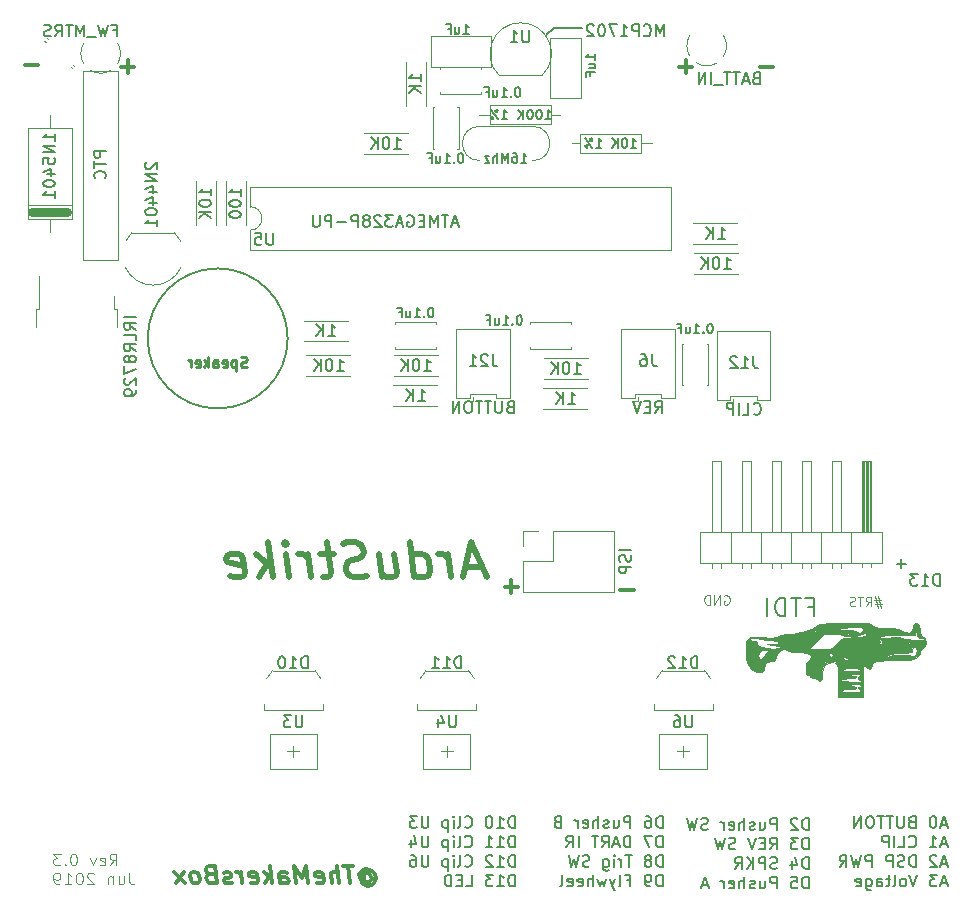
<source format=gbo>
%MOIN*%
%OFA0B0*%
%FSLAX46Y46*%
%IPPOS*%
%LPD*%
%ADD10C,0.0039370078740157488*%
%ADD11C,0.005905511811023622*%
%ADD12C,0.011811023622047244*%
%ADD13C,0.0047244094488188976*%
%ADD14C,0.031496062992125991*%
%ADD15C,0.00875*%
%ADD26C,0.0039370078740157488*%
%ADD27C,0.011811023622047244*%
%ADD28C,0.005905511811023622*%
%ADD29C,0.0078740157480314977*%
%ADD30C,0.01968503937007874*%
%ADD31C,0.0047244094488188976*%
%ADD32C,0.00039370078740157485*%
%LPD*%
G01*
D10*
D11*
X0001773385Y0002884212D02*
X0001868385Y0002884212D01*
X0001748385Y0002859212D02*
X0001773385Y0002884212D01*
D12*
X0002505882Y0002754994D02*
X0002460888Y0002754994D01*
X0002235882Y0002754994D02*
X0002190888Y0002754994D01*
X0002213385Y0002732497D02*
X0002213385Y0002777491D01*
X0000055882Y0002759994D02*
X0000010888Y0002759994D01*
X0000375882Y0002754994D02*
X0000330888Y0002754994D01*
X0000353385Y0002732497D02*
X0000353385Y0002777491D01*
D13*
X0000761023Y0002209842D02*
G75*
G03X0000761023Y0002288582J0000039370D01*
G01*
X0000761023Y0002288582D02*
X0000761023Y0002353543D01*
X0000761023Y0002353543D02*
X0002165747Y0002353543D01*
X0002165747Y0002353543D02*
X0002165747Y0002144882D01*
X0002165747Y0002144882D02*
X0000761023Y0002144882D01*
X0000761023Y0002144882D02*
X0000761023Y0002209842D01*
X0002339586Y0002789165D02*
G75*
G03X0002339566Y0002859291I-0000056122J0000035046D01*
G01*
X0002248429Y0002768096D02*
G75*
G03X0002317558Y0002767519I0000035035J0000056116D01*
G01*
X0002227348Y0002859247D02*
G75*
G03X0002226771Y0002790118I0000056116J-0000035035D01*
G01*
X0000228335Y0002743121D02*
G75*
G03X0000263385Y0002733071I0000035049J0000056091D01*
G01*
X0000207263Y0002834259D02*
G75*
G03X0000207283Y0002764134I0000056122J-0000035046D01*
G01*
X0000319502Y0002764177D02*
G75*
G03X0000320078Y0002833307I-0000056116J0000035035D01*
G01*
X0000262256Y0002733067D02*
G75*
G03X0000297480Y0002742519I0000001128J0000066145D01*
G01*
X0000075393Y0002841299D02*
X0000080472Y0002836260D01*
X0000163976Y0002752716D02*
X0000167677Y0002749055D01*
X0000083464Y0002849409D02*
X0000087165Y0002845708D01*
X0000170669Y0002762165D02*
X0000175747Y0002757126D01*
X0001703543Y0002556299D02*
X0001526377Y0002556299D01*
X0001703543Y0002442126D02*
G75*
G03X0001703543Y0002556299J0000057086D01*
G01*
X0001526377Y0002442126D02*
G75*
G02X0001526377Y0002556299J0000057086D01*
G01*
D14*
X0000152440Y0002271260D02*
X0000034330Y0002271260D01*
D13*
X0000166614Y0002247244D02*
X0000020157Y0002247244D01*
X0000020157Y0002247244D02*
X0000020157Y0002551181D01*
X0000020157Y0002551181D02*
X0000166614Y0002551181D01*
X0000166614Y0002551181D02*
X0000166614Y0002247244D01*
X0000093385Y0002203543D02*
X0000093385Y0002247244D01*
X0000093385Y0002594882D02*
X0000093385Y0002551181D01*
X0000166614Y0002294488D02*
X0000020157Y0002294488D01*
D11*
X0000886838Y0001849212D02*
G75*
G03X0000886838Y0001849212I-0000233452D01*
G01*
D13*
X0002241732Y0002065354D02*
X0002388188Y0002065354D01*
X0002241732Y0002133071D02*
X0002388188Y0002133071D01*
X0001741732Y0001715354D02*
X0001888188Y0001715354D01*
X0001741732Y0001783071D02*
X0001888188Y0001783071D01*
X0002385039Y0002233071D02*
X0002238582Y0002233071D01*
X0002385039Y0002165354D02*
X0002238582Y0002165354D01*
X0001885039Y0001683071D02*
X0001738582Y0001683071D01*
X0001885039Y0001615354D02*
X0001738582Y0001615354D01*
X0001761810Y0002850787D02*
X0001761810Y0002649212D01*
X0001864960Y0002850787D02*
X0001864960Y0002649212D01*
X0001761810Y0002850787D02*
X0001864960Y0002850787D01*
X0001761810Y0002649212D02*
X0001864960Y0002649212D01*
X0001564960Y0002855787D02*
X0001363385Y0002855787D01*
X0001564960Y0002752637D02*
X0001363385Y0002752637D01*
X0001564960Y0002855787D02*
X0001564960Y0002752637D01*
X0001363385Y0002855787D02*
X0001363385Y0002752637D01*
X0001693307Y0001815512D02*
X0001831889Y0001815512D01*
X0001693307Y0001902913D02*
X0001831889Y0001902913D01*
X0001693307Y0001815512D02*
X0001693307Y0001820000D01*
X0001693307Y0001898425D02*
X0001693307Y0001902913D01*
X0001831889Y0001815512D02*
X0001831889Y0001820000D01*
X0001831889Y0001898425D02*
X0001831889Y0001902913D01*
X0002200393Y0001831102D02*
X0002200393Y0001692519D01*
X0002287795Y0001831102D02*
X0002287795Y0001692519D01*
X0002200393Y0001831102D02*
X0002204881Y0001831102D01*
X0002283307Y0001831102D02*
X0002287795Y0001831102D01*
X0002200393Y0001692519D02*
X0002204881Y0001692519D01*
X0002283307Y0001692519D02*
X0002287795Y0001692519D01*
X0002372047Y0001647637D02*
X0002372047Y0001635826D01*
X0002372047Y0001635826D02*
X0002352362Y0001635826D01*
X0002406495Y0001657480D02*
X0002362204Y0001657480D01*
X0002362204Y0001657480D02*
X0002362204Y0001645669D01*
X0002362204Y0001645669D02*
X0002316929Y0001645669D01*
X0002316929Y0001645669D02*
X0002316929Y0001874015D01*
X0002316929Y0001874015D02*
X0002406495Y0001874015D01*
X0002406495Y0001657480D02*
X0002450787Y0001657480D01*
X0002450787Y0001657480D02*
X0002450787Y0001645669D01*
X0002450787Y0001645669D02*
X0002496062Y0001645669D01*
X0002496062Y0001645669D02*
X0002496062Y0001874015D01*
X0002496062Y0001874015D02*
X0002406495Y0001874015D01*
X0001734251Y0002726378D02*
X0001592519Y0002726378D01*
X0001735766Y0002726831D02*
G75*
G03X0001663385Y0002901575I-0000072381J0000072381D01*
G01*
X0001591004Y0002726831D02*
G75*
G02X0001663385Y0002901575I0000072381J0000072381D01*
G01*
X0001369684Y0002619291D02*
X0001369684Y0002480708D01*
X0001457086Y0002619291D02*
X0001457086Y0002480708D01*
X0001369684Y0002619291D02*
X0001374173Y0002619291D01*
X0001452598Y0002619291D02*
X0001457086Y0002619291D01*
X0001369684Y0002480708D02*
X0001374173Y0002480708D01*
X0001452598Y0002480708D02*
X0001457086Y0002480708D01*
X0001393307Y0002665512D02*
X0001531889Y0002665512D01*
X0001393307Y0002752913D02*
X0001531889Y0002752913D01*
X0001393307Y0002665512D02*
X0001393307Y0002670000D01*
X0001393307Y0002748425D02*
X0001393307Y0002752913D01*
X0001531889Y0002665512D02*
X0001531889Y0002670000D01*
X0001531889Y0002748425D02*
X0001531889Y0002752913D01*
X0001141732Y0002465354D02*
X0001288188Y0002465354D01*
X0001141732Y0002533071D02*
X0001288188Y0002533071D01*
X0001243307Y0001815512D02*
X0001381889Y0001815512D01*
X0001243307Y0001902913D02*
X0001381889Y0001902913D01*
X0001243307Y0001815512D02*
X0001243307Y0001820000D01*
X0001243307Y0001898425D02*
X0001243307Y0001902913D01*
X0001381889Y0001815512D02*
X0001381889Y0001820000D01*
X0001381889Y0001898425D02*
X0001381889Y0001902913D01*
X0001385039Y0001693071D02*
X0001238582Y0001693071D01*
X0001385039Y0001625354D02*
X0001238582Y0001625354D01*
X0001241732Y0001725354D02*
X0001388188Y0001725354D01*
X0001241732Y0001793071D02*
X0001388188Y0001793071D01*
X0000647244Y0002227559D02*
X0000647244Y0002374015D01*
X0000579527Y0002227559D02*
X0000579527Y0002374015D01*
X0000747244Y0002227559D02*
X0000747244Y0002374015D01*
X0000679527Y0002227559D02*
X0000679527Y0002374015D01*
X0000204330Y0002109252D02*
X0000322440Y0002109252D01*
X0000204330Y0002739173D02*
X0000204330Y0002109252D01*
X0000322440Y0002739173D02*
X0000204330Y0002739173D01*
X0000322440Y0002109252D02*
X0000322440Y0002739173D01*
X0001503543Y0001653937D02*
X0001503543Y0001642126D01*
X0001503543Y0001642126D02*
X0001483858Y0001642126D01*
X0001537992Y0001663779D02*
X0001493700Y0001663779D01*
X0001493700Y0001663779D02*
X0001493700Y0001651968D01*
X0001493700Y0001651968D02*
X0001448425Y0001651968D01*
X0001448425Y0001651968D02*
X0001448425Y0001880315D01*
X0001448425Y0001880315D02*
X0001537992Y0001880315D01*
X0001537992Y0001663779D02*
X0001582283Y0001663779D01*
X0001582283Y0001663779D02*
X0001582283Y0001651968D01*
X0001582283Y0001651968D02*
X0001627558Y0001651968D01*
X0001627558Y0001651968D02*
X0001627558Y0001880315D01*
X0001627558Y0001880315D02*
X0001537992Y0001880315D01*
X0002053543Y0001653937D02*
X0002053543Y0001642126D01*
X0002053543Y0001642126D02*
X0002033858Y0001642126D01*
X0002087992Y0001663779D02*
X0002043700Y0001663779D01*
X0002043700Y0001663779D02*
X0002043700Y0001651968D01*
X0002043700Y0001651968D02*
X0001998425Y0001651968D01*
X0001998425Y0001651968D02*
X0001998425Y0001880315D01*
X0001998425Y0001880315D02*
X0002087992Y0001880315D01*
X0002087992Y0001663779D02*
X0002132283Y0001663779D01*
X0002132283Y0001663779D02*
X0002132283Y0001651968D01*
X0002132283Y0001651968D02*
X0002177558Y0001651968D01*
X0002177558Y0001651968D02*
X0002177558Y0001880315D01*
X0002177558Y0001880315D02*
X0002087992Y0001880315D01*
X0001279527Y0002770866D02*
X0001279527Y0002624409D01*
X0001347244Y0002770866D02*
X0001347244Y0002624409D01*
D10*
X0001561417Y0002594212D02*
X0001525984Y0002594212D01*
X0001766141Y0002594212D02*
X0001793700Y0002594212D01*
X0001766141Y0002562716D02*
X0001766141Y0002625708D01*
X0001766141Y0002625708D02*
X0001561417Y0002625708D01*
X0001561417Y0002625708D02*
X0001561417Y0002562716D01*
X0001561417Y0002562716D02*
X0001766141Y0002562716D01*
X0002065354Y0002499212D02*
X0002100787Y0002499212D01*
X0001860629Y0002499212D02*
X0001833070Y0002499212D01*
X0001860629Y0002530708D02*
X0001860629Y0002467716D01*
X0001860629Y0002467716D02*
X0002065354Y0002467716D01*
X0002065354Y0002467716D02*
X0002065354Y0002530708D01*
X0002065354Y0002530708D02*
X0001860629Y0002530708D01*
D13*
X0001095039Y0001793071D02*
X0000948582Y0001793071D01*
X0001095039Y0001725354D02*
X0000948582Y0001725354D01*
X0000941732Y0001840354D02*
X0001088188Y0001840354D01*
X0000941732Y0001908071D02*
X0001088188Y0001908071D01*
X0000047558Y0001887401D02*
X0000047558Y0001946456D01*
X0000047558Y0001946456D02*
X0000058188Y0001946456D01*
X0000058188Y0001946456D02*
X0000058188Y0002057874D01*
X0000319212Y0001887401D02*
X0000319212Y0001946456D01*
X0000319212Y0001946456D02*
X0000308582Y0001946456D01*
X0000308582Y0001946456D02*
X0000308582Y0001989763D01*
X0000367519Y0002202047D02*
X0000509251Y0002202047D01*
X0000346882Y0002173417D02*
G75*
G02X0000367519Y0002202047I0000091503J-0000044204D01*
G01*
X0000345614Y0002085952D02*
G75*
G03X0000438385Y0002026850I0000092771J0000043260D01*
G01*
X0000531157Y0002085952D02*
G75*
G02X0000438385Y0002026850I-0000092771J0000043260D01*
G01*
X0000529889Y0002173417D02*
G75*
G03X0000509251Y0002202047I-0000091503J-0000044204D01*
G01*
D11*
X0000838382Y0002200772D02*
X0000838382Y0002168901D01*
X0000836507Y0002165152D01*
X0000834632Y0002163277D01*
X0000830882Y0002161402D01*
X0000823383Y0002161402D01*
X0000819634Y0002163277D01*
X0000817759Y0002165152D01*
X0000815884Y0002168901D01*
X0000815884Y0002200772D01*
X0000778389Y0002200772D02*
X0000797137Y0002200772D01*
X0000799011Y0002182024D01*
X0000797137Y0002183899D01*
X0000793387Y0002185774D01*
X0000784013Y0002185774D01*
X0000780264Y0002183899D01*
X0000778389Y0002182024D01*
X0000776514Y0002178275D01*
X0000776514Y0002168901D01*
X0000778389Y0002165152D01*
X0000780264Y0002163277D01*
X0000784013Y0002161402D01*
X0000793387Y0002161402D01*
X0000797137Y0002163277D01*
X0000799011Y0002165152D01*
X0001452730Y0002232651D02*
X0001433982Y0002232651D01*
X0001456480Y0002221402D02*
X0001443356Y0002260772D01*
X0001430233Y0002221402D01*
X0001422734Y0002260772D02*
X0001400237Y0002260772D01*
X0001411485Y0002221402D02*
X0001411485Y0002260772D01*
X0001387113Y0002221402D02*
X0001387113Y0002260772D01*
X0001373990Y0002232651D01*
X0001360866Y0002260772D01*
X0001360866Y0002221402D01*
X0001342119Y0002242024D02*
X0001328995Y0002242024D01*
X0001323371Y0002221402D02*
X0001342119Y0002221402D01*
X0001342119Y0002260772D01*
X0001323371Y0002260772D01*
X0001285876Y0002258897D02*
X0001289625Y0002260772D01*
X0001295250Y0002260772D01*
X0001300874Y0002258897D01*
X0001304624Y0002255148D01*
X0001306498Y0002251398D01*
X0001308373Y0002243899D01*
X0001308373Y0002238275D01*
X0001306498Y0002230776D01*
X0001304624Y0002227026D01*
X0001300874Y0002223277D01*
X0001295250Y0002221402D01*
X0001291500Y0002221402D01*
X0001285876Y0002223277D01*
X0001284001Y0002225152D01*
X0001284001Y0002238275D01*
X0001291500Y0002238275D01*
X0001269003Y0002232651D02*
X0001250255Y0002232651D01*
X0001272752Y0002221402D02*
X0001259629Y0002260772D01*
X0001246506Y0002221402D01*
X0001237132Y0002260772D02*
X0001212760Y0002260772D01*
X0001225883Y0002245774D01*
X0001220259Y0002245774D01*
X0001216510Y0002243899D01*
X0001214635Y0002242024D01*
X0001212760Y0002238275D01*
X0001212760Y0002228901D01*
X0001214635Y0002225152D01*
X0001216510Y0002223277D01*
X0001220259Y0002221402D01*
X0001231508Y0002221402D01*
X0001235257Y0002223277D01*
X0001237132Y0002225152D01*
X0001197762Y0002257023D02*
X0001195887Y0002258897D01*
X0001192138Y0002260772D01*
X0001182764Y0002260772D01*
X0001179014Y0002258897D01*
X0001177139Y0002257023D01*
X0001175265Y0002253273D01*
X0001175265Y0002249524D01*
X0001177139Y0002243899D01*
X0001199637Y0002221402D01*
X0001175265Y0002221402D01*
X0001152767Y0002243899D02*
X0001156517Y0002245774D01*
X0001158392Y0002247649D01*
X0001160267Y0002251398D01*
X0001160267Y0002253273D01*
X0001158392Y0002257023D01*
X0001156517Y0002258897D01*
X0001152767Y0002260772D01*
X0001145268Y0002260772D01*
X0001141519Y0002258897D01*
X0001139644Y0002257023D01*
X0001137769Y0002253273D01*
X0001137769Y0002251398D01*
X0001139644Y0002247649D01*
X0001141519Y0002245774D01*
X0001145268Y0002243899D01*
X0001152767Y0002243899D01*
X0001156517Y0002242024D01*
X0001158392Y0002240150D01*
X0001160267Y0002236400D01*
X0001160267Y0002228901D01*
X0001158392Y0002225152D01*
X0001156517Y0002223277D01*
X0001152767Y0002221402D01*
X0001145268Y0002221402D01*
X0001141519Y0002223277D01*
X0001139644Y0002225152D01*
X0001137769Y0002228901D01*
X0001137769Y0002236400D01*
X0001139644Y0002240150D01*
X0001141519Y0002242024D01*
X0001145268Y0002243899D01*
X0001120896Y0002221402D02*
X0001120896Y0002260772D01*
X0001105898Y0002260772D01*
X0001102149Y0002258897D01*
X0001100274Y0002257023D01*
X0001098399Y0002253273D01*
X0001098399Y0002247649D01*
X0001100274Y0002243899D01*
X0001102149Y0002242024D01*
X0001105898Y0002240150D01*
X0001120896Y0002240150D01*
X0001081526Y0002236400D02*
X0001051530Y0002236400D01*
X0001032782Y0002221402D02*
X0001032782Y0002260772D01*
X0001017784Y0002260772D01*
X0001014035Y0002258897D01*
X0001012160Y0002257023D01*
X0001010285Y0002253273D01*
X0001010285Y0002247649D01*
X0001012160Y0002243899D01*
X0001014035Y0002242024D01*
X0001017784Y0002240150D01*
X0001032782Y0002240150D01*
X0000993412Y0002260772D02*
X0000993412Y0002228901D01*
X0000991538Y0002225152D01*
X0000989663Y0002223277D01*
X0000985913Y0002221402D01*
X0000978414Y0002221402D01*
X0000974665Y0002223277D01*
X0000972790Y0002225152D01*
X0000970915Y0002228901D01*
X0000970915Y0002260772D01*
X0002447437Y0002717024D02*
X0002441812Y0002715150D01*
X0002439938Y0002713275D01*
X0002438063Y0002709525D01*
X0002438063Y0002703901D01*
X0002439938Y0002700152D01*
X0002441812Y0002698277D01*
X0002445562Y0002696402D01*
X0002460560Y0002696402D01*
X0002460560Y0002735772D01*
X0002447437Y0002735772D01*
X0002443687Y0002733897D01*
X0002441812Y0002732023D01*
X0002439938Y0002728273D01*
X0002439938Y0002724524D01*
X0002441812Y0002720774D01*
X0002443687Y0002718899D01*
X0002447437Y0002717024D01*
X0002460560Y0002717024D01*
X0002423065Y0002707651D02*
X0002404317Y0002707651D01*
X0002426814Y0002696402D02*
X0002413691Y0002735772D01*
X0002400567Y0002696402D01*
X0002393068Y0002735772D02*
X0002370571Y0002735772D01*
X0002381820Y0002696402D02*
X0002381820Y0002735772D01*
X0002363072Y0002735772D02*
X0002340575Y0002735772D01*
X0002351824Y0002696402D02*
X0002351824Y0002735772D01*
X0002336825Y0002692652D02*
X0002306829Y0002692652D01*
X0002297455Y0002696402D02*
X0002297455Y0002735772D01*
X0002278708Y0002696402D02*
X0002278708Y0002735772D01*
X0002256210Y0002696402D01*
X0002256210Y0002735772D01*
X0000304649Y0002876828D02*
X0000317772Y0002876828D01*
X0000317772Y0002856205D02*
X0000317772Y0002895575D01*
X0000299025Y0002895575D01*
X0000287776Y0002895575D02*
X0000278402Y0002856205D01*
X0000270903Y0002884327D01*
X0000263404Y0002856205D01*
X0000254030Y0002895575D01*
X0000248406Y0002852456D02*
X0000218410Y0002852456D01*
X0000209036Y0002856205D02*
X0000209036Y0002895575D01*
X0000195912Y0002867454D01*
X0000182789Y0002895575D01*
X0000182789Y0002856205D01*
X0000169666Y0002895575D02*
X0000147169Y0002895575D01*
X0000158417Y0002856205D02*
X0000158417Y0002895575D01*
X0000111548Y0002856205D02*
X0000124671Y0002874953D01*
X0000134045Y0002856205D02*
X0000134045Y0002895575D01*
X0000119047Y0002895575D01*
X0000115297Y0002893700D01*
X0000113423Y0002891826D01*
X0000111548Y0002888076D01*
X0000111548Y0002882452D01*
X0000113423Y0002878702D01*
X0000115297Y0002876828D01*
X0000119047Y0002874953D01*
X0000134045Y0002874953D01*
X0000096550Y0002858080D02*
X0000090926Y0002856205D01*
X0000081552Y0002856205D01*
X0000077802Y0002858080D01*
X0000075927Y0002859955D01*
X0000074053Y0002863704D01*
X0000074053Y0002867454D01*
X0000075927Y0002871203D01*
X0000077802Y0002873078D01*
X0000081552Y0002874953D01*
X0000089051Y0002876828D01*
X0000092800Y0002878702D01*
X0000094675Y0002880577D01*
X0000096550Y0002884327D01*
X0000096550Y0002888076D01*
X0000094675Y0002891826D01*
X0000092800Y0002893700D01*
X0000089051Y0002895575D01*
X0000079677Y0002895575D01*
X0000074053Y0002893700D01*
X0001664379Y0002434964D02*
X0001682377Y0002434964D01*
X0001673378Y0002434964D02*
X0001673378Y0002466460D01*
X0001676377Y0002461961D01*
X0001679377Y0002458961D01*
X0001682377Y0002457461D01*
X0001637382Y0002466460D02*
X0001643382Y0002466460D01*
X0001646381Y0002464960D01*
X0001647881Y0002463461D01*
X0001650881Y0002458961D01*
X0001652380Y0002452962D01*
X0001652380Y0002440963D01*
X0001650881Y0002437964D01*
X0001649381Y0002436464D01*
X0001646381Y0002434964D01*
X0001640382Y0002434964D01*
X0001637382Y0002436464D01*
X0001635882Y0002437964D01*
X0001634383Y0002440963D01*
X0001634383Y0002448462D01*
X0001635882Y0002451462D01*
X0001637382Y0002452962D01*
X0001640382Y0002454462D01*
X0001646381Y0002454462D01*
X0001649381Y0002452962D01*
X0001650881Y0002451462D01*
X0001652380Y0002448462D01*
X0001620884Y0002434964D02*
X0001620884Y0002466460D01*
X0001610386Y0002443963D01*
X0001599887Y0002466460D01*
X0001599887Y0002434964D01*
X0001584889Y0002434964D02*
X0001584889Y0002466460D01*
X0001571390Y0002434964D02*
X0001571390Y0002451462D01*
X0001572890Y0002454462D01*
X0001575890Y0002455961D01*
X0001580389Y0002455961D01*
X0001583389Y0002454462D01*
X0001584889Y0002452962D01*
X0001559392Y0002455961D02*
X0001542894Y0002455961D01*
X0001559392Y0002434964D01*
X0001542894Y0002434964D01*
X0000111196Y0002508577D02*
X0000111196Y0002531074D01*
X0000111196Y0002519825D02*
X0000071825Y0002519825D01*
X0000077450Y0002523575D01*
X0000081199Y0002527324D01*
X0000083074Y0002531074D01*
X0000111196Y0002491704D02*
X0000071825Y0002491704D01*
X0000111196Y0002469207D01*
X0000071825Y0002469207D01*
X0000071825Y0002431711D02*
X0000071825Y0002450459D01*
X0000090573Y0002452334D01*
X0000088698Y0002450459D01*
X0000086824Y0002446710D01*
X0000086824Y0002437336D01*
X0000088698Y0002433586D01*
X0000090573Y0002431711D01*
X0000094323Y0002429837D01*
X0000103696Y0002429837D01*
X0000107446Y0002431711D01*
X0000109321Y0002433586D01*
X0000111196Y0002437336D01*
X0000111196Y0002446710D01*
X0000109321Y0002450459D01*
X0000107446Y0002452334D01*
X0000084949Y0002396091D02*
X0000111196Y0002396091D01*
X0000069951Y0002405465D02*
X0000098072Y0002414838D01*
X0000098072Y0002390467D01*
X0000071825Y0002367969D02*
X0000071825Y0002364220D01*
X0000073700Y0002360470D01*
X0000075575Y0002358595D01*
X0000079325Y0002356721D01*
X0000086824Y0002354846D01*
X0000096197Y0002354846D01*
X0000103696Y0002356721D01*
X0000107446Y0002358595D01*
X0000109321Y0002360470D01*
X0000111196Y0002364220D01*
X0000111196Y0002367969D01*
X0000109321Y0002371719D01*
X0000107446Y0002373594D01*
X0000103696Y0002375468D01*
X0000096197Y0002377343D01*
X0000086824Y0002377343D01*
X0000079325Y0002375468D01*
X0000075575Y0002373594D01*
X0000073700Y0002371719D01*
X0000071825Y0002367969D01*
X0000111196Y0002317351D02*
X0000111196Y0002339848D01*
X0000111196Y0002328599D02*
X0000071825Y0002328599D01*
X0000077450Y0002332349D01*
X0000081199Y0002336098D01*
X0000083074Y0002339848D01*
D15*
X0000750052Y0001755046D02*
X0000745052Y0001753379D01*
X0000736719Y0001753379D01*
X0000733385Y0001755046D01*
X0000731719Y0001756712D01*
X0000730052Y0001760046D01*
X0000730052Y0001763379D01*
X0000731719Y0001766712D01*
X0000733385Y0001768379D01*
X0000736719Y0001770046D01*
X0000743385Y0001771712D01*
X0000746719Y0001773379D01*
X0000748385Y0001775046D01*
X0000750052Y0001778379D01*
X0000750052Y0001781712D01*
X0000748385Y0001785046D01*
X0000746719Y0001786712D01*
X0000743385Y0001788379D01*
X0000735052Y0001788379D01*
X0000730052Y0001786712D01*
X0000715052Y0001776712D02*
X0000715052Y0001741712D01*
X0000715052Y0001775046D02*
X0000711719Y0001776712D01*
X0000705052Y0001776712D01*
X0000701719Y0001775046D01*
X0000700052Y0001773379D01*
X0000698385Y0001770046D01*
X0000698385Y0001760046D01*
X0000700052Y0001756712D01*
X0000701719Y0001755046D01*
X0000705052Y0001753379D01*
X0000711719Y0001753379D01*
X0000715052Y0001755046D01*
X0000670052Y0001755046D02*
X0000673385Y0001753379D01*
X0000680052Y0001753379D01*
X0000683385Y0001755046D01*
X0000685052Y0001758379D01*
X0000685052Y0001771712D01*
X0000683385Y0001775046D01*
X0000680052Y0001776712D01*
X0000673385Y0001776712D01*
X0000670052Y0001775046D01*
X0000668385Y0001771712D01*
X0000668385Y0001768379D01*
X0000685052Y0001765046D01*
X0000638385Y0001753379D02*
X0000638385Y0001771712D01*
X0000640052Y0001775046D01*
X0000643385Y0001776712D01*
X0000650052Y0001776712D01*
X0000653385Y0001775046D01*
X0000638385Y0001755046D02*
X0000641719Y0001753379D01*
X0000650052Y0001753379D01*
X0000653385Y0001755046D01*
X0000655052Y0001758379D01*
X0000655052Y0001761712D01*
X0000653385Y0001765046D01*
X0000650052Y0001766712D01*
X0000641719Y0001766712D01*
X0000638385Y0001768379D01*
X0000621719Y0001753379D02*
X0000621719Y0001788379D01*
X0000618385Y0001766712D02*
X0000608385Y0001753379D01*
X0000608385Y0001776712D02*
X0000621719Y0001763379D01*
X0000580052Y0001755046D02*
X0000583385Y0001753379D01*
X0000590052Y0001753379D01*
X0000593385Y0001755046D01*
X0000595052Y0001758379D01*
X0000595052Y0001771712D01*
X0000593385Y0001775046D01*
X0000590052Y0001776712D01*
X0000583385Y0001776712D01*
X0000580052Y0001775046D01*
X0000578385Y0001771712D01*
X0000578385Y0001768379D01*
X0000595052Y0001765046D01*
X0000563385Y0001753379D02*
X0000563385Y0001776712D01*
X0000563385Y0001770046D02*
X0000561719Y0001773379D01*
X0000560052Y0001775046D01*
X0000556719Y0001776712D01*
X0000553385Y0001776712D01*
D11*
X0002340569Y0002081402D02*
X0002363067Y0002081402D01*
X0002351818Y0002081402D02*
X0002351818Y0002120772D01*
X0002355567Y0002115148D01*
X0002359317Y0002111398D01*
X0002363067Y0002109524D01*
X0002316197Y0002120772D02*
X0002312448Y0002120772D01*
X0002308698Y0002118897D01*
X0002306824Y0002117023D01*
X0002304949Y0002113273D01*
X0002303074Y0002105774D01*
X0002303074Y0002096400D01*
X0002304949Y0002088901D01*
X0002306824Y0002085152D01*
X0002308698Y0002083277D01*
X0002312448Y0002081402D01*
X0002316197Y0002081402D01*
X0002319947Y0002083277D01*
X0002321822Y0002085152D01*
X0002323696Y0002088901D01*
X0002325571Y0002096400D01*
X0002325571Y0002105774D01*
X0002323696Y0002113273D01*
X0002321822Y0002117023D01*
X0002319947Y0002118897D01*
X0002316197Y0002120772D01*
X0002286201Y0002081402D02*
X0002286201Y0002120772D01*
X0002263704Y0002081402D02*
X0002280577Y0002103899D01*
X0002263704Y0002120772D02*
X0002286201Y0002098275D01*
X0001840569Y0001731402D02*
X0001863067Y0001731402D01*
X0001851818Y0001731402D02*
X0001851818Y0001770772D01*
X0001855567Y0001765148D01*
X0001859317Y0001761398D01*
X0001863067Y0001759524D01*
X0001816197Y0001770772D02*
X0001812448Y0001770772D01*
X0001808698Y0001768897D01*
X0001806824Y0001767023D01*
X0001804949Y0001763273D01*
X0001803074Y0001755774D01*
X0001803074Y0001746400D01*
X0001804949Y0001738901D01*
X0001806824Y0001735152D01*
X0001808698Y0001733277D01*
X0001812448Y0001731402D01*
X0001816197Y0001731402D01*
X0001819947Y0001733277D01*
X0001821822Y0001735152D01*
X0001823696Y0001738901D01*
X0001825571Y0001746400D01*
X0001825571Y0001755774D01*
X0001823696Y0001763273D01*
X0001821822Y0001767023D01*
X0001819947Y0001768897D01*
X0001816197Y0001770772D01*
X0001786201Y0001731402D02*
X0001786201Y0001770772D01*
X0001763704Y0001731402D02*
X0001780577Y0001753899D01*
X0001763704Y0001770772D02*
X0001786201Y0001748275D01*
X0002321822Y0002181402D02*
X0002344319Y0002181402D01*
X0002333070Y0002181402D02*
X0002333070Y0002220772D01*
X0002336820Y0002215148D01*
X0002340569Y0002211398D01*
X0002344319Y0002209524D01*
X0002304949Y0002181402D02*
X0002304949Y0002220772D01*
X0002282452Y0002181402D02*
X0002299325Y0002203899D01*
X0002282452Y0002220772D02*
X0002304949Y0002198275D01*
X0001821822Y0001631402D02*
X0001844319Y0001631402D01*
X0001833070Y0001631402D02*
X0001833070Y0001670772D01*
X0001836820Y0001665148D01*
X0001840569Y0001661398D01*
X0001844319Y0001659524D01*
X0001804949Y0001631402D02*
X0001804949Y0001670772D01*
X0001782452Y0001631402D02*
X0001799325Y0001653899D01*
X0001782452Y0001670772D02*
X0001804949Y0001648275D01*
X0001912633Y0002777960D02*
X0001912633Y0002795958D01*
X0001912633Y0002786959D02*
X0001881137Y0002786959D01*
X0001885637Y0002789958D01*
X0001888636Y0002792958D01*
X0001890136Y0002795958D01*
X0001891636Y0002750963D02*
X0001912633Y0002750963D01*
X0001891636Y0002764462D02*
X0001908134Y0002764462D01*
X0001911134Y0002762962D01*
X0001912633Y0002759962D01*
X0001912633Y0002755463D01*
X0001911134Y0002752463D01*
X0001909634Y0002750963D01*
X0001896136Y0002725466D02*
X0001896136Y0002735965D01*
X0001912633Y0002735965D02*
X0001881137Y0002735965D01*
X0001881137Y0002720967D01*
X0001472133Y0002864964D02*
X0001490131Y0002864964D01*
X0001481132Y0002864964D02*
X0001481132Y0002896460D01*
X0001484131Y0002891961D01*
X0001487131Y0002888961D01*
X0001490131Y0002887461D01*
X0001445136Y0002885961D02*
X0001445136Y0002864964D01*
X0001458635Y0002885961D02*
X0001458635Y0002869464D01*
X0001457135Y0002866464D01*
X0001454135Y0002864964D01*
X0001449636Y0002864964D01*
X0001446636Y0002866464D01*
X0001445136Y0002867964D01*
X0001419639Y0002881462D02*
X0001430138Y0002881462D01*
X0001430138Y0002864964D02*
X0001430138Y0002896460D01*
X0001415140Y0002896460D01*
X0001660129Y0001926460D02*
X0001657129Y0001926460D01*
X0001654130Y0001924960D01*
X0001652630Y0001923461D01*
X0001651130Y0001920461D01*
X0001649630Y0001914462D01*
X0001649630Y0001906963D01*
X0001651130Y0001900963D01*
X0001652630Y0001897964D01*
X0001654130Y0001896464D01*
X0001657129Y0001894964D01*
X0001660129Y0001894964D01*
X0001663128Y0001896464D01*
X0001664628Y0001897964D01*
X0001666128Y0001900963D01*
X0001667628Y0001906963D01*
X0001667628Y0001914462D01*
X0001666128Y0001920461D01*
X0001664628Y0001923461D01*
X0001663128Y0001924960D01*
X0001660129Y0001926460D01*
X0001636132Y0001897964D02*
X0001634632Y0001896464D01*
X0001636132Y0001894964D01*
X0001637632Y0001896464D01*
X0001636132Y0001897964D01*
X0001636132Y0001894964D01*
X0001604636Y0001894964D02*
X0001622633Y0001894964D01*
X0001613635Y0001894964D02*
X0001613635Y0001926460D01*
X0001616634Y0001921961D01*
X0001619634Y0001918961D01*
X0001622633Y0001917461D01*
X0001577639Y0001915961D02*
X0001577639Y0001894964D01*
X0001591137Y0001915961D02*
X0001591137Y0001899464D01*
X0001589638Y0001896464D01*
X0001586638Y0001894964D01*
X0001582139Y0001894964D01*
X0001579139Y0001896464D01*
X0001577639Y0001897964D01*
X0001552142Y0001911462D02*
X0001562641Y0001911462D01*
X0001562641Y0001894964D02*
X0001562641Y0001926460D01*
X0001547643Y0001926460D01*
X0002295837Y0001898271D02*
X0002292838Y0001898271D01*
X0002289838Y0001896771D01*
X0002288338Y0001895272D01*
X0002286839Y0001892272D01*
X0002285339Y0001886273D01*
X0002285339Y0001878774D01*
X0002286839Y0001872774D01*
X0002288338Y0001869775D01*
X0002289838Y0001868275D01*
X0002292838Y0001866775D01*
X0002295837Y0001866775D01*
X0002298837Y0001868275D01*
X0002300337Y0001869775D01*
X0002301837Y0001872774D01*
X0002303337Y0001878774D01*
X0002303337Y0001886273D01*
X0002301837Y0001892272D01*
X0002300337Y0001895272D01*
X0002298837Y0001896771D01*
X0002295837Y0001898271D01*
X0002271840Y0001869775D02*
X0002270341Y0001868275D01*
X0002271840Y0001866775D01*
X0002273340Y0001868275D01*
X0002271840Y0001869775D01*
X0002271840Y0001866775D01*
X0002240344Y0001866775D02*
X0002258342Y0001866775D01*
X0002249343Y0001866775D02*
X0002249343Y0001898271D01*
X0002252343Y0001893772D01*
X0002255343Y0001890772D01*
X0002258342Y0001889272D01*
X0002213348Y0001887772D02*
X0002213348Y0001866775D01*
X0002226846Y0001887772D02*
X0002226846Y0001871275D01*
X0002225346Y0001868275D01*
X0002222347Y0001866775D01*
X0002217847Y0001866775D01*
X0002214848Y0001868275D01*
X0002213348Y0001869775D01*
X0002187851Y0001883273D02*
X0002198350Y0001883273D01*
X0002198350Y0001866775D02*
X0002198350Y0001898271D01*
X0002183351Y0001898271D01*
X0002438760Y0001789473D02*
X0002438760Y0001761351D01*
X0002440635Y0001755727D01*
X0002444385Y0001751978D01*
X0002450009Y0001750103D01*
X0002453758Y0001750103D01*
X0002399390Y0001750103D02*
X0002421887Y0001750103D01*
X0002410639Y0001750103D02*
X0002410639Y0001789473D01*
X0002414388Y0001783849D01*
X0002418138Y0001780099D01*
X0002421887Y0001778224D01*
X0002384392Y0001785723D02*
X0002382517Y0001787598D01*
X0002378768Y0001789473D01*
X0002369394Y0001789473D01*
X0002365644Y0001787598D01*
X0002363770Y0001785723D01*
X0002361895Y0001781974D01*
X0002361895Y0001778224D01*
X0002363770Y0001772600D01*
X0002386267Y0001750103D01*
X0002361895Y0001750103D01*
X0002439698Y0001598852D02*
X0002441572Y0001596978D01*
X0002447197Y0001595103D01*
X0002450946Y0001595103D01*
X0002456570Y0001596978D01*
X0002460320Y0001600727D01*
X0002462195Y0001604477D01*
X0002464070Y0001611976D01*
X0002464070Y0001617600D01*
X0002462195Y0001625099D01*
X0002460320Y0001628849D01*
X0002456570Y0001632598D01*
X0002450946Y0001634473D01*
X0002447197Y0001634473D01*
X0002441572Y0001632598D01*
X0002439698Y0001630723D01*
X0002404077Y0001595103D02*
X0002422825Y0001595103D01*
X0002422825Y0001634473D01*
X0002390954Y0001595103D02*
X0002390954Y0001634473D01*
X0002372206Y0001595103D02*
X0002372206Y0001634473D01*
X0002357208Y0001634473D01*
X0002353458Y0001632598D01*
X0002351584Y0001630723D01*
X0002349709Y0001626974D01*
X0002349709Y0001621350D01*
X0002351584Y0001617600D01*
X0002353458Y0001615725D01*
X0002357208Y0001613850D01*
X0002372206Y0001613850D01*
X0001691413Y0002876284D02*
X0001691413Y0002844413D01*
X0001689538Y0002840663D01*
X0001687663Y0002838789D01*
X0001683914Y0002836914D01*
X0001676415Y0002836914D01*
X0001672665Y0002838789D01*
X0001670791Y0002840663D01*
X0001668916Y0002844413D01*
X0001668916Y0002876284D01*
X0001629546Y0002836914D02*
X0001652043Y0002836914D01*
X0001640794Y0002836914D02*
X0001640794Y0002876284D01*
X0001644544Y0002870660D01*
X0001648293Y0002866910D01*
X0001652043Y0002865035D01*
X0002140869Y0002856402D02*
X0002140869Y0002895772D01*
X0002127746Y0002867651D01*
X0002114623Y0002895772D01*
X0002114623Y0002856402D01*
X0002073378Y0002860152D02*
X0002075252Y0002858277D01*
X0002080877Y0002856402D01*
X0002084626Y0002856402D01*
X0002090251Y0002858277D01*
X0002094000Y0002862026D01*
X0002095875Y0002865776D01*
X0002097750Y0002873275D01*
X0002097750Y0002878899D01*
X0002095875Y0002886398D01*
X0002094000Y0002890148D01*
X0002090251Y0002893897D01*
X0002084626Y0002895772D01*
X0002080877Y0002895772D01*
X0002075252Y0002893897D01*
X0002073378Y0002892023D01*
X0002056505Y0002856402D02*
X0002056505Y0002895772D01*
X0002041507Y0002895772D01*
X0002037757Y0002893897D01*
X0002035882Y0002892023D01*
X0002034008Y0002888273D01*
X0002034008Y0002882649D01*
X0002035882Y0002878899D01*
X0002037757Y0002877024D01*
X0002041507Y0002875150D01*
X0002056505Y0002875150D01*
X0001996512Y0002856402D02*
X0002019010Y0002856402D01*
X0002007761Y0002856402D02*
X0002007761Y0002895772D01*
X0002011510Y0002890148D01*
X0002015260Y0002886398D01*
X0002019010Y0002884524D01*
X0001983389Y0002895772D02*
X0001957142Y0002895772D01*
X0001974015Y0002856402D01*
X0001934645Y0002895772D02*
X0001930896Y0002895772D01*
X0001927146Y0002893897D01*
X0001925271Y0002892023D01*
X0001923396Y0002888273D01*
X0001921522Y0002880774D01*
X0001921522Y0002871400D01*
X0001923396Y0002863901D01*
X0001925271Y0002860152D01*
X0001927146Y0002858277D01*
X0001930896Y0002856402D01*
X0001934645Y0002856402D01*
X0001938395Y0002858277D01*
X0001940269Y0002860152D01*
X0001942144Y0002863901D01*
X0001944019Y0002871400D01*
X0001944019Y0002880774D01*
X0001942144Y0002888273D01*
X0001940269Y0002892023D01*
X0001938395Y0002893897D01*
X0001934645Y0002895772D01*
X0001906524Y0002892023D02*
X0001904649Y0002893897D01*
X0001900899Y0002895772D01*
X0001891525Y0002895772D01*
X0001887776Y0002893897D01*
X0001885901Y0002892023D01*
X0001884026Y0002888273D01*
X0001884026Y0002884524D01*
X0001885901Y0002878899D01*
X0001908398Y0002856402D01*
X0001884026Y0002856402D01*
X0001465129Y0002466460D02*
X0001462129Y0002466460D01*
X0001459130Y0002464960D01*
X0001457630Y0002463461D01*
X0001456130Y0002460461D01*
X0001454630Y0002454462D01*
X0001454630Y0002446963D01*
X0001456130Y0002440963D01*
X0001457630Y0002437964D01*
X0001459130Y0002436464D01*
X0001462129Y0002434964D01*
X0001465129Y0002434964D01*
X0001468128Y0002436464D01*
X0001469628Y0002437964D01*
X0001471128Y0002440963D01*
X0001472628Y0002446963D01*
X0001472628Y0002454462D01*
X0001471128Y0002460461D01*
X0001469628Y0002463461D01*
X0001468128Y0002464960D01*
X0001465129Y0002466460D01*
X0001441132Y0002437964D02*
X0001439632Y0002436464D01*
X0001441132Y0002434964D01*
X0001442632Y0002436464D01*
X0001441132Y0002437964D01*
X0001441132Y0002434964D01*
X0001409636Y0002434964D02*
X0001427633Y0002434964D01*
X0001418635Y0002434964D02*
X0001418635Y0002466460D01*
X0001421634Y0002461961D01*
X0001424634Y0002458961D01*
X0001427633Y0002457461D01*
X0001382639Y0002455961D02*
X0001382639Y0002434964D01*
X0001396137Y0002455961D02*
X0001396137Y0002439464D01*
X0001394638Y0002436464D01*
X0001391638Y0002434964D01*
X0001387139Y0002434964D01*
X0001384139Y0002436464D01*
X0001382639Y0002437964D01*
X0001357142Y0002451462D02*
X0001367641Y0002451462D01*
X0001367641Y0002434964D02*
X0001367641Y0002466460D01*
X0001352643Y0002466460D01*
X0001655129Y0002686460D02*
X0001652129Y0002686460D01*
X0001649130Y0002684960D01*
X0001647630Y0002683461D01*
X0001646130Y0002680461D01*
X0001644630Y0002674462D01*
X0001644630Y0002666963D01*
X0001646130Y0002660963D01*
X0001647630Y0002657964D01*
X0001649130Y0002656464D01*
X0001652129Y0002654964D01*
X0001655129Y0002654964D01*
X0001658128Y0002656464D01*
X0001659628Y0002657964D01*
X0001661128Y0002660963D01*
X0001662628Y0002666963D01*
X0001662628Y0002674462D01*
X0001661128Y0002680461D01*
X0001659628Y0002683461D01*
X0001658128Y0002684960D01*
X0001655129Y0002686460D01*
X0001631132Y0002657964D02*
X0001629632Y0002656464D01*
X0001631132Y0002654964D01*
X0001632632Y0002656464D01*
X0001631132Y0002657964D01*
X0001631132Y0002654964D01*
X0001599636Y0002654964D02*
X0001617633Y0002654964D01*
X0001608635Y0002654964D02*
X0001608635Y0002686460D01*
X0001611634Y0002681961D01*
X0001614634Y0002678961D01*
X0001617633Y0002677461D01*
X0001572639Y0002675961D02*
X0001572639Y0002654964D01*
X0001586137Y0002675961D02*
X0001586137Y0002659464D01*
X0001584638Y0002656464D01*
X0001581638Y0002654964D01*
X0001577139Y0002654964D01*
X0001574139Y0002656464D01*
X0001572639Y0002657964D01*
X0001547142Y0002671462D02*
X0001557641Y0002671462D01*
X0001557641Y0002654964D02*
X0001557641Y0002686460D01*
X0001542643Y0002686460D01*
X0001240569Y0002481402D02*
X0001263067Y0002481402D01*
X0001251818Y0002481402D02*
X0001251818Y0002520772D01*
X0001255567Y0002515148D01*
X0001259317Y0002511398D01*
X0001263067Y0002509524D01*
X0001216197Y0002520772D02*
X0001212448Y0002520772D01*
X0001208698Y0002518897D01*
X0001206824Y0002517023D01*
X0001204949Y0002513273D01*
X0001203074Y0002505774D01*
X0001203074Y0002496400D01*
X0001204949Y0002488901D01*
X0001206824Y0002485152D01*
X0001208698Y0002483277D01*
X0001212448Y0002481402D01*
X0001216197Y0002481402D01*
X0001219947Y0002483277D01*
X0001221822Y0002485152D01*
X0001223696Y0002488901D01*
X0001225571Y0002496400D01*
X0001225571Y0002505774D01*
X0001223696Y0002513273D01*
X0001221822Y0002517023D01*
X0001219947Y0002518897D01*
X0001216197Y0002520772D01*
X0001186201Y0002481402D02*
X0001186201Y0002520772D01*
X0001163704Y0002481402D02*
X0001180577Y0002503899D01*
X0001163704Y0002520772D02*
X0001186201Y0002498275D01*
X0001365129Y0001951460D02*
X0001362129Y0001951460D01*
X0001359130Y0001949960D01*
X0001357630Y0001948461D01*
X0001356130Y0001945461D01*
X0001354630Y0001939462D01*
X0001354630Y0001931963D01*
X0001356130Y0001925963D01*
X0001357630Y0001922964D01*
X0001359130Y0001921464D01*
X0001362129Y0001919964D01*
X0001365129Y0001919964D01*
X0001368128Y0001921464D01*
X0001369628Y0001922964D01*
X0001371128Y0001925963D01*
X0001372628Y0001931963D01*
X0001372628Y0001939462D01*
X0001371128Y0001945461D01*
X0001369628Y0001948461D01*
X0001368128Y0001949960D01*
X0001365129Y0001951460D01*
X0001341132Y0001922964D02*
X0001339632Y0001921464D01*
X0001341132Y0001919964D01*
X0001342632Y0001921464D01*
X0001341132Y0001922964D01*
X0001341132Y0001919964D01*
X0001309636Y0001919964D02*
X0001327633Y0001919964D01*
X0001318635Y0001919964D02*
X0001318635Y0001951460D01*
X0001321634Y0001946961D01*
X0001324634Y0001943961D01*
X0001327633Y0001942461D01*
X0001282639Y0001940961D02*
X0001282639Y0001919964D01*
X0001296137Y0001940961D02*
X0001296137Y0001924464D01*
X0001294638Y0001921464D01*
X0001291638Y0001919964D01*
X0001287139Y0001919964D01*
X0001284139Y0001921464D01*
X0001282639Y0001922964D01*
X0001257142Y0001936462D02*
X0001267641Y0001936462D01*
X0001267641Y0001919964D02*
X0001267641Y0001951460D01*
X0001252643Y0001951460D01*
X0001321822Y0001641402D02*
X0001344319Y0001641402D01*
X0001333070Y0001641402D02*
X0001333070Y0001680772D01*
X0001336820Y0001675148D01*
X0001340569Y0001671398D01*
X0001344319Y0001669524D01*
X0001304949Y0001641402D02*
X0001304949Y0001680772D01*
X0001282452Y0001641402D02*
X0001299324Y0001663899D01*
X0001282452Y0001680772D02*
X0001304949Y0001658275D01*
X0001340569Y0001741402D02*
X0001363067Y0001741402D01*
X0001351818Y0001741402D02*
X0001351818Y0001780772D01*
X0001355567Y0001775148D01*
X0001359317Y0001771398D01*
X0001363067Y0001769524D01*
X0001316197Y0001780772D02*
X0001312448Y0001780772D01*
X0001308698Y0001778897D01*
X0001306824Y0001777023D01*
X0001304949Y0001773273D01*
X0001303074Y0001765774D01*
X0001303074Y0001756400D01*
X0001304949Y0001748901D01*
X0001306824Y0001745152D01*
X0001308698Y0001743277D01*
X0001312448Y0001741402D01*
X0001316197Y0001741402D01*
X0001319947Y0001743277D01*
X0001321822Y0001745152D01*
X0001323696Y0001748901D01*
X0001325571Y0001756400D01*
X0001325571Y0001765774D01*
X0001323696Y0001773273D01*
X0001321822Y0001777023D01*
X0001319947Y0001778897D01*
X0001316197Y0001780772D01*
X0001286201Y0001741402D02*
X0001286201Y0001780772D01*
X0001263704Y0001741402D02*
X0001280577Y0001763899D01*
X0001263704Y0001780772D02*
X0001286201Y0001758275D01*
X0000631196Y0002326396D02*
X0000631196Y0002348894D01*
X0000631196Y0002337645D02*
X0000591825Y0002337645D01*
X0000597450Y0002341395D01*
X0000601199Y0002345144D01*
X0000603074Y0002348894D01*
X0000591825Y0002302024D02*
X0000591825Y0002298275D01*
X0000593700Y0002294525D01*
X0000595575Y0002292651D01*
X0000599325Y0002290776D01*
X0000606824Y0002288901D01*
X0000616197Y0002288901D01*
X0000623696Y0002290776D01*
X0000627446Y0002292651D01*
X0000629321Y0002294525D01*
X0000631196Y0002298275D01*
X0000631196Y0002302024D01*
X0000629321Y0002305774D01*
X0000627446Y0002307649D01*
X0000623696Y0002309524D01*
X0000616197Y0002311398D01*
X0000606824Y0002311398D01*
X0000599325Y0002309524D01*
X0000595575Y0002307649D01*
X0000593700Y0002305774D01*
X0000591825Y0002302024D01*
X0000631196Y0002272028D02*
X0000591825Y0002272028D01*
X0000631196Y0002249531D02*
X0000608698Y0002266404D01*
X0000591825Y0002249531D02*
X0000614323Y0002272028D01*
X0000731196Y0002325459D02*
X0000731196Y0002347956D01*
X0000731196Y0002336708D02*
X0000691825Y0002336708D01*
X0000697450Y0002340457D01*
X0000701199Y0002344207D01*
X0000703074Y0002347956D01*
X0000691825Y0002301087D02*
X0000691825Y0002297337D01*
X0000693700Y0002293588D01*
X0000695575Y0002291713D01*
X0000699325Y0002289838D01*
X0000706824Y0002287964D01*
X0000716197Y0002287964D01*
X0000723696Y0002289838D01*
X0000727446Y0002291713D01*
X0000729321Y0002293588D01*
X0000731196Y0002297337D01*
X0000731196Y0002301087D01*
X0000729321Y0002304837D01*
X0000727446Y0002306711D01*
X0000723696Y0002308586D01*
X0000716197Y0002310461D01*
X0000706824Y0002310461D01*
X0000699325Y0002308586D01*
X0000695575Y0002306711D01*
X0000693700Y0002304837D01*
X0000691825Y0002301087D01*
X0000691825Y0002263592D02*
X0000691825Y0002259842D01*
X0000693700Y0002256093D01*
X0000695575Y0002254218D01*
X0000699325Y0002252343D01*
X0000706824Y0002250468D01*
X0000716197Y0002250468D01*
X0000723696Y0002252343D01*
X0000727446Y0002254218D01*
X0000729321Y0002256093D01*
X0000731196Y0002259842D01*
X0000731196Y0002263592D01*
X0000729321Y0002267341D01*
X0000727446Y0002269216D01*
X0000723696Y0002271091D01*
X0000716197Y0002272966D01*
X0000706824Y0002272966D01*
X0000699325Y0002271091D01*
X0000695575Y0002269216D01*
X0000693700Y0002267341D01*
X0000691825Y0002263592D01*
X0000281196Y0002474207D02*
X0000241825Y0002474207D01*
X0000241825Y0002459209D01*
X0000243700Y0002455459D01*
X0000245575Y0002453584D01*
X0000249325Y0002451709D01*
X0000254949Y0002451709D01*
X0000258698Y0002453584D01*
X0000260573Y0002455459D01*
X0000262448Y0002459209D01*
X0000262448Y0002474207D01*
X0000241825Y0002440461D02*
X0000241825Y0002417964D01*
X0000281196Y0002429212D02*
X0000241825Y0002429212D01*
X0000277446Y0002382343D02*
X0000279321Y0002384218D01*
X0000281196Y0002389842D01*
X0000281196Y0002393592D01*
X0000279321Y0002399216D01*
X0000275571Y0002402966D01*
X0000271822Y0002404840D01*
X0000264323Y0002406715D01*
X0000258698Y0002406715D01*
X0000251199Y0002404840D01*
X0000247450Y0002402966D01*
X0000243700Y0002399216D01*
X0000241825Y0002393592D01*
X0000241825Y0002389842D01*
X0000243700Y0002384218D01*
X0000245575Y0002382343D01*
X0001570256Y0001795772D02*
X0001570256Y0001767651D01*
X0001572131Y0001762026D01*
X0001575881Y0001758277D01*
X0001581505Y0001756402D01*
X0001585254Y0001756402D01*
X0001553383Y0001792023D02*
X0001551509Y0001793897D01*
X0001547759Y0001795772D01*
X0001538385Y0001795772D01*
X0001534636Y0001793897D01*
X0001532761Y0001792023D01*
X0001530886Y0001788273D01*
X0001530886Y0001784524D01*
X0001532761Y0001778899D01*
X0001555258Y0001756402D01*
X0001530886Y0001756402D01*
X0001493391Y0001756402D02*
X0001515888Y0001756402D01*
X0001504639Y0001756402D02*
X0001504639Y0001795772D01*
X0001508389Y0001790148D01*
X0001512139Y0001786398D01*
X0001515888Y0001784524D01*
X0001627437Y0001622024D02*
X0001621812Y0001620150D01*
X0001619938Y0001618275D01*
X0001618063Y0001614525D01*
X0001618063Y0001608901D01*
X0001619938Y0001605152D01*
X0001621812Y0001603277D01*
X0001625562Y0001601402D01*
X0001640560Y0001601402D01*
X0001640560Y0001640772D01*
X0001627437Y0001640772D01*
X0001623687Y0001638897D01*
X0001621812Y0001637023D01*
X0001619938Y0001633273D01*
X0001619938Y0001629524D01*
X0001621812Y0001625774D01*
X0001623687Y0001623899D01*
X0001627437Y0001622024D01*
X0001640560Y0001622024D01*
X0001601190Y0001640772D02*
X0001601190Y0001608901D01*
X0001599315Y0001605152D01*
X0001597440Y0001603277D01*
X0001593691Y0001601402D01*
X0001586192Y0001601402D01*
X0001582442Y0001603277D01*
X0001580567Y0001605152D01*
X0001578693Y0001608901D01*
X0001578693Y0001640772D01*
X0001565569Y0001640772D02*
X0001543072Y0001640772D01*
X0001554321Y0001601402D02*
X0001554321Y0001640772D01*
X0001535573Y0001640772D02*
X0001513076Y0001640772D01*
X0001524325Y0001601402D02*
X0001524325Y0001640772D01*
X0001492453Y0001640772D02*
X0001484954Y0001640772D01*
X0001481205Y0001638897D01*
X0001477455Y0001635148D01*
X0001475581Y0001627649D01*
X0001475581Y0001614525D01*
X0001477455Y0001607026D01*
X0001481205Y0001603277D01*
X0001484954Y0001601402D01*
X0001492453Y0001601402D01*
X0001496203Y0001603277D01*
X0001499953Y0001607026D01*
X0001501827Y0001614525D01*
X0001501827Y0001627649D01*
X0001499953Y0001635148D01*
X0001496203Y0001638897D01*
X0001492453Y0001640772D01*
X0001458708Y0001601402D02*
X0001458708Y0001640772D01*
X0001436210Y0001601402D01*
X0001436210Y0001640772D01*
X0002101509Y0001795772D02*
X0002101509Y0001767651D01*
X0002103383Y0001762026D01*
X0002107133Y0001758277D01*
X0002112757Y0001756402D01*
X0002116507Y0001756402D01*
X0002065888Y0001795772D02*
X0002073387Y0001795772D01*
X0002077137Y0001793897D01*
X0002079011Y0001792023D01*
X0002082761Y0001786398D01*
X0002084636Y0001778899D01*
X0002084636Y0001763901D01*
X0002082761Y0001760152D01*
X0002080886Y0001758277D01*
X0002077137Y0001756402D01*
X0002069638Y0001756402D01*
X0002065888Y0001758277D01*
X0002064013Y0001760152D01*
X0002062139Y0001763901D01*
X0002062139Y0001773275D01*
X0002064013Y0001777024D01*
X0002065888Y0001778899D01*
X0002069638Y0001780774D01*
X0002077137Y0001780774D01*
X0002080886Y0001778899D01*
X0002082761Y0001777024D01*
X0002084636Y0001773275D01*
X0002110882Y0001601402D02*
X0002124006Y0001620150D01*
X0002133380Y0001601402D02*
X0002133380Y0001640772D01*
X0002118381Y0001640772D01*
X0002114632Y0001638897D01*
X0002112757Y0001637023D01*
X0002110882Y0001633273D01*
X0002110882Y0001627649D01*
X0002112757Y0001623899D01*
X0002114632Y0001622024D01*
X0002118381Y0001620150D01*
X0002133380Y0001620150D01*
X0002094010Y0001622024D02*
X0002080886Y0001622024D01*
X0002075262Y0001601402D02*
X0002094010Y0001601402D01*
X0002094010Y0001640772D01*
X0002075262Y0001640772D01*
X0002064013Y0001640772D02*
X0002050890Y0001601402D01*
X0002037767Y0001640772D01*
X0001331196Y0002707649D02*
X0001331196Y0002730146D01*
X0001331196Y0002718897D02*
X0001291825Y0002718897D01*
X0001297450Y0002722647D01*
X0001301199Y0002726396D01*
X0001303074Y0002730146D01*
X0001331196Y0002690776D02*
X0001291825Y0002690776D01*
X0001331196Y0002668279D02*
X0001308698Y0002685152D01*
X0001291825Y0002668279D02*
X0001314323Y0002690776D01*
X0001745125Y0002579964D02*
X0001763123Y0002579964D01*
X0001754124Y0002579964D02*
X0001754124Y0002611460D01*
X0001757124Y0002606961D01*
X0001760123Y0002603961D01*
X0001763123Y0002602461D01*
X0001725627Y0002611460D02*
X0001722628Y0002611460D01*
X0001719628Y0002609960D01*
X0001718128Y0002608461D01*
X0001716629Y0002605461D01*
X0001715129Y0002599462D01*
X0001715129Y0002591963D01*
X0001716629Y0002585963D01*
X0001718128Y0002582964D01*
X0001719628Y0002581464D01*
X0001722628Y0002579964D01*
X0001725627Y0002579964D01*
X0001728627Y0002581464D01*
X0001730127Y0002582964D01*
X0001731627Y0002585963D01*
X0001733127Y0002591963D01*
X0001733127Y0002599462D01*
X0001731627Y0002605461D01*
X0001730127Y0002608461D01*
X0001728627Y0002609960D01*
X0001725627Y0002611460D01*
X0001695631Y0002611460D02*
X0001692632Y0002611460D01*
X0001689632Y0002609960D01*
X0001688132Y0002608461D01*
X0001686632Y0002605461D01*
X0001685133Y0002599462D01*
X0001685133Y0002591963D01*
X0001686632Y0002585963D01*
X0001688132Y0002582964D01*
X0001689632Y0002581464D01*
X0001692632Y0002579964D01*
X0001695631Y0002579964D01*
X0001698631Y0002581464D01*
X0001700131Y0002582964D01*
X0001701630Y0002585963D01*
X0001703130Y0002591963D01*
X0001703130Y0002599462D01*
X0001701630Y0002605461D01*
X0001700131Y0002608461D01*
X0001698631Y0002609960D01*
X0001695631Y0002611460D01*
X0001671634Y0002579964D02*
X0001671634Y0002611460D01*
X0001653636Y0002579964D02*
X0001667135Y0002597962D01*
X0001653636Y0002611460D02*
X0001671634Y0002593462D01*
X0001599643Y0002579964D02*
X0001617641Y0002579964D01*
X0001608642Y0002579964D02*
X0001608642Y0002611460D01*
X0001611642Y0002606961D01*
X0001614641Y0002603961D01*
X0001617641Y0002602461D01*
X0001587645Y0002579964D02*
X0001563648Y0002611460D01*
X0001583145Y0002611460D02*
X0001580146Y0002609960D01*
X0001578646Y0002606961D01*
X0001580146Y0002603961D01*
X0001583145Y0002602461D01*
X0001586145Y0002603961D01*
X0001587645Y0002606961D01*
X0001586145Y0002609960D01*
X0001583145Y0002611460D01*
X0001565147Y0002581464D02*
X0001563648Y0002584464D01*
X0001565147Y0002587463D01*
X0001568147Y0002588963D01*
X0001571147Y0002587463D01*
X0001572647Y0002584464D01*
X0001571147Y0002581464D01*
X0001568147Y0002579964D01*
X0001565147Y0002581464D01*
X0002030127Y0002484964D02*
X0002048125Y0002484964D01*
X0002039126Y0002484964D02*
X0002039126Y0002516460D01*
X0002042125Y0002511961D01*
X0002045125Y0002508961D01*
X0002048125Y0002507461D01*
X0002010629Y0002516460D02*
X0002007630Y0002516460D01*
X0002004630Y0002514960D01*
X0002003130Y0002513461D01*
X0002001630Y0002510461D01*
X0002000131Y0002504462D01*
X0002000131Y0002496963D01*
X0002001630Y0002490963D01*
X0002003130Y0002487964D01*
X0002004630Y0002486464D01*
X0002007630Y0002484964D01*
X0002010629Y0002484964D01*
X0002013629Y0002486464D01*
X0002015129Y0002487964D01*
X0002016629Y0002490963D01*
X0002018128Y0002496963D01*
X0002018128Y0002504462D01*
X0002016629Y0002510461D01*
X0002015129Y0002513461D01*
X0002013629Y0002514960D01*
X0002010629Y0002516460D01*
X0001986632Y0002484964D02*
X0001986632Y0002516460D01*
X0001968635Y0002484964D02*
X0001982133Y0002502962D01*
X0001968635Y0002516460D02*
X0001986632Y0002498462D01*
X0001914641Y0002484964D02*
X0001932639Y0002484964D01*
X0001923640Y0002484964D02*
X0001923640Y0002516460D01*
X0001926640Y0002511961D01*
X0001929639Y0002508961D01*
X0001932639Y0002507461D01*
X0001902643Y0002484964D02*
X0001878646Y0002516460D01*
X0001898143Y0002516460D02*
X0001895144Y0002514960D01*
X0001893644Y0002511961D01*
X0001895144Y0002508961D01*
X0001898143Y0002507461D01*
X0001901143Y0002508961D01*
X0001902643Y0002511961D01*
X0001901143Y0002514960D01*
X0001898143Y0002516460D01*
X0001880146Y0002486464D02*
X0001878646Y0002489464D01*
X0001880146Y0002492463D01*
X0001883145Y0002493963D01*
X0001886145Y0002492463D01*
X0001887645Y0002489464D01*
X0001886145Y0002486464D01*
X0001883145Y0002484964D01*
X0001880146Y0002486464D01*
X0001050569Y0001741402D02*
X0001073067Y0001741402D01*
X0001061818Y0001741402D02*
X0001061818Y0001780772D01*
X0001065567Y0001775148D01*
X0001069317Y0001771398D01*
X0001073067Y0001769524D01*
X0001026197Y0001780772D02*
X0001022448Y0001780772D01*
X0001018698Y0001778897D01*
X0001016824Y0001777023D01*
X0001014949Y0001773273D01*
X0001013074Y0001765774D01*
X0001013074Y0001756400D01*
X0001014949Y0001748901D01*
X0001016824Y0001745152D01*
X0001018698Y0001743277D01*
X0001022448Y0001741402D01*
X0001026197Y0001741402D01*
X0001029947Y0001743277D01*
X0001031822Y0001745152D01*
X0001033696Y0001748901D01*
X0001035571Y0001756400D01*
X0001035571Y0001765774D01*
X0001033696Y0001773273D01*
X0001031822Y0001777023D01*
X0001029947Y0001778897D01*
X0001026197Y0001780772D01*
X0000996201Y0001741402D02*
X0000996201Y0001780772D01*
X0000973704Y0001741402D02*
X0000990577Y0001763899D01*
X0000973704Y0001780772D02*
X0000996201Y0001758275D01*
X0001021822Y0001856402D02*
X0001044319Y0001856402D01*
X0001033070Y0001856402D02*
X0001033070Y0001895772D01*
X0001036820Y0001890148D01*
X0001040569Y0001886398D01*
X0001044319Y0001884524D01*
X0001004949Y0001856402D02*
X0001004949Y0001895772D01*
X0000982452Y0001856402D02*
X0000999325Y0001878899D01*
X0000982452Y0001895772D02*
X0001004949Y0001873275D01*
X0000381196Y0001919509D02*
X0000341825Y0001919509D01*
X0000381196Y0001878264D02*
X0000362448Y0001891387D01*
X0000381196Y0001900761D02*
X0000341825Y0001900761D01*
X0000341825Y0001885763D01*
X0000343700Y0001882013D01*
X0000345575Y0001880138D01*
X0000349325Y0001878264D01*
X0000354949Y0001878264D01*
X0000358698Y0001880138D01*
X0000360573Y0001882013D01*
X0000362448Y0001885763D01*
X0000362448Y0001900761D01*
X0000381196Y0001842643D02*
X0000381196Y0001861391D01*
X0000341825Y0001861391D01*
X0000381196Y0001807023D02*
X0000362448Y0001820146D01*
X0000381196Y0001829520D02*
X0000341825Y0001829520D01*
X0000341825Y0001814522D01*
X0000343700Y0001810772D01*
X0000345575Y0001808897D01*
X0000349325Y0001807023D01*
X0000354949Y0001807023D01*
X0000358698Y0001808897D01*
X0000360573Y0001810772D01*
X0000362448Y0001814522D01*
X0000362448Y0001829520D01*
X0000358698Y0001784525D02*
X0000356824Y0001788275D01*
X0000354949Y0001790150D01*
X0000351199Y0001792024D01*
X0000349325Y0001792024D01*
X0000345575Y0001790150D01*
X0000343700Y0001788275D01*
X0000341825Y0001784525D01*
X0000341825Y0001777026D01*
X0000343700Y0001773277D01*
X0000345575Y0001771402D01*
X0000349325Y0001769527D01*
X0000351199Y0001769527D01*
X0000354949Y0001771402D01*
X0000356824Y0001773277D01*
X0000358698Y0001777026D01*
X0000358698Y0001784525D01*
X0000360573Y0001788275D01*
X0000362448Y0001790150D01*
X0000366197Y0001792024D01*
X0000373696Y0001792024D01*
X0000377446Y0001790150D01*
X0000379321Y0001788275D01*
X0000381196Y0001784525D01*
X0000381196Y0001777026D01*
X0000379321Y0001773277D01*
X0000377446Y0001771402D01*
X0000373696Y0001769527D01*
X0000366197Y0001769527D01*
X0000362448Y0001771402D01*
X0000360573Y0001773277D01*
X0000358698Y0001777026D01*
X0000341825Y0001756404D02*
X0000341825Y0001730157D01*
X0000381196Y0001747030D01*
X0000345575Y0001717034D02*
X0000343700Y0001715159D01*
X0000341825Y0001711410D01*
X0000341825Y0001702036D01*
X0000343700Y0001698286D01*
X0000345575Y0001696411D01*
X0000349325Y0001694537D01*
X0000353074Y0001694537D01*
X0000358698Y0001696411D01*
X0000381196Y0001718909D01*
X0000381196Y0001694537D01*
X0000381196Y0001675789D02*
X0000381196Y0001668290D01*
X0000379321Y0001664540D01*
X0000377446Y0001662666D01*
X0000371822Y0001658916D01*
X0000364323Y0001657041D01*
X0000349325Y0001657041D01*
X0000345575Y0001658916D01*
X0000343700Y0001660791D01*
X0000341825Y0001664540D01*
X0000341825Y0001672039D01*
X0000343700Y0001675789D01*
X0000345575Y0001677664D01*
X0000349325Y0001679539D01*
X0000358698Y0001679539D01*
X0000362448Y0001677664D01*
X0000364323Y0001675789D01*
X0000366197Y0001672039D01*
X0000366197Y0001664540D01*
X0000364323Y0001660791D01*
X0000362448Y0001658916D01*
X0000358698Y0001657041D01*
X0000415575Y0002436074D02*
X0000413700Y0002434199D01*
X0000411825Y0002430450D01*
X0000411825Y0002421076D01*
X0000413700Y0002417326D01*
X0000415575Y0002415452D01*
X0000419325Y0002413577D01*
X0000423074Y0002413577D01*
X0000428698Y0002415452D01*
X0000451196Y0002437949D01*
X0000451196Y0002413577D01*
X0000451196Y0002396704D02*
X0000411825Y0002396704D01*
X0000451196Y0002374207D01*
X0000411825Y0002374207D01*
X0000424949Y0002338586D02*
X0000451196Y0002338586D01*
X0000409951Y0002347960D02*
X0000438072Y0002357334D01*
X0000438072Y0002332962D01*
X0000424949Y0002301091D02*
X0000451196Y0002301091D01*
X0000409951Y0002310465D02*
X0000438072Y0002319838D01*
X0000438072Y0002295467D01*
X0000411825Y0002272969D02*
X0000411825Y0002269220D01*
X0000413700Y0002265470D01*
X0000415575Y0002263595D01*
X0000419325Y0002261721D01*
X0000426824Y0002259846D01*
X0000436197Y0002259846D01*
X0000443696Y0002261721D01*
X0000447446Y0002263595D01*
X0000449321Y0002265470D01*
X0000451196Y0002269220D01*
X0000451196Y0002272969D01*
X0000449321Y0002276719D01*
X0000447446Y0002278594D01*
X0000443696Y0002280468D01*
X0000436197Y0002282343D01*
X0000426824Y0002282343D01*
X0000419325Y0002280468D01*
X0000415575Y0002278594D01*
X0000413700Y0002276719D01*
X0000411825Y0002272969D01*
X0000451196Y0002222351D02*
X0000451196Y0002244848D01*
X0000451196Y0002233599D02*
X0000411825Y0002233599D01*
X0000417450Y0002237349D01*
X0000421199Y0002241098D01*
X0000423074Y0002244848D01*
G04 next file*
%LPD*%
G04 #@! TF.FileFunction,Legend,Bot*
G04 Gerber Fmt 4.6, Leading zero omitted, Abs format (unit mm)*
G04 Created by KiCad (PCBNEW 4.0.7) date 06/15/19 08:14:29*
G01*
G04 APERTURE LIST*
G04 APERTURE END LIST*
D26*
D27*
X0002040095Y0001012041D02*
X0001995101Y0001012041D01*
X0001655095Y0001022041D02*
X0001610101Y0001022041D01*
X0001632598Y0000999544D02*
X0001632598Y0001044538D01*
D26*
X0002865091Y0000978008D02*
X0002842594Y0000978008D01*
X0002856092Y0000991507D02*
X0002865091Y0000951012D01*
X0002845594Y0000964510D02*
X0002868091Y0000964510D01*
X0002854593Y0000951012D02*
X0002845594Y0000991507D01*
X0002814098Y0000957011D02*
X0002824596Y0000972009D01*
X0002832095Y0000957011D02*
X0002832095Y0000988507D01*
X0002820097Y0000988507D01*
X0002817097Y0000987007D01*
X0002815597Y0000985507D01*
X0002814098Y0000982508D01*
X0002814098Y0000978008D01*
X0002815597Y0000975009D01*
X0002817097Y0000973509D01*
X0002820097Y0000972009D01*
X0002832095Y0000972009D01*
X0002805099Y0000988507D02*
X0002787101Y0000988507D01*
X0002796100Y0000957011D02*
X0002796100Y0000988507D01*
X0002778102Y0000958511D02*
X0002773603Y0000957011D01*
X0002766104Y0000957011D01*
X0002763104Y0000958511D01*
X0002761604Y0000960011D01*
X0002760104Y0000963010D01*
X0002760104Y0000966010D01*
X0002761604Y0000969010D01*
X0002763104Y0000970509D01*
X0002766104Y0000972009D01*
X0002772103Y0000973509D01*
X0002775103Y0000975009D01*
X0002776602Y0000976509D01*
X0002778102Y0000979508D01*
X0002778102Y0000982508D01*
X0002776602Y0000985507D01*
X0002775103Y0000987007D01*
X0002772103Y0000988507D01*
X0002764604Y0000988507D01*
X0002760104Y0000987007D01*
D28*
X0001644169Y0000217425D02*
X0001644169Y0000256795D01*
X0001634795Y0000256795D01*
X0001629171Y0000254921D01*
X0001625421Y0000251171D01*
X0001623546Y0000247422D01*
X0001621672Y0000239923D01*
X0001621672Y0000234298D01*
X0001623546Y0000226799D01*
X0001625421Y0000223050D01*
X0001629171Y0000219300D01*
X0001634795Y0000217425D01*
X0001644169Y0000217425D01*
X0001584176Y0000217425D02*
X0001606674Y0000217425D01*
X0001595425Y0000217425D02*
X0001595425Y0000256795D01*
X0001599175Y0000251171D01*
X0001602924Y0000247422D01*
X0001606674Y0000245547D01*
X0001559804Y0000256795D02*
X0001556055Y0000256795D01*
X0001552305Y0000254921D01*
X0001550431Y0000253046D01*
X0001548556Y0000249296D01*
X0001546681Y0000241797D01*
X0001546681Y0000232423D01*
X0001548556Y0000224924D01*
X0001550431Y0000221175D01*
X0001552305Y0000219300D01*
X0001556055Y0000217425D01*
X0001559804Y0000217425D01*
X0001563554Y0000219300D01*
X0001565429Y0000221175D01*
X0001567304Y0000224924D01*
X0001569178Y0000232423D01*
X0001569178Y0000241797D01*
X0001567304Y0000249296D01*
X0001565429Y0000253046D01*
X0001563554Y0000254921D01*
X0001559804Y0000256795D01*
X0001477315Y0000221175D02*
X0001479190Y0000219300D01*
X0001484814Y0000217425D01*
X0001488563Y0000217425D01*
X0001494188Y0000219300D01*
X0001497937Y0000223050D01*
X0001499812Y0000226799D01*
X0001501687Y0000234298D01*
X0001501687Y0000239923D01*
X0001499812Y0000247422D01*
X0001497937Y0000251171D01*
X0001494188Y0000254921D01*
X0001488563Y0000256795D01*
X0001484814Y0000256795D01*
X0001479190Y0000254921D01*
X0001477315Y0000253046D01*
X0001454818Y0000217425D02*
X0001458567Y0000219300D01*
X0001460442Y0000223050D01*
X0001460442Y0000256795D01*
X0001439819Y0000217425D02*
X0001439819Y0000243672D01*
X0001439819Y0000256795D02*
X0001441694Y0000254921D01*
X0001439819Y0000253046D01*
X0001437945Y0000254921D01*
X0001439819Y0000256795D01*
X0001439819Y0000253046D01*
X0001421072Y0000243672D02*
X0001421072Y0000204302D01*
X0001421072Y0000241797D02*
X0001417322Y0000243672D01*
X0001409823Y0000243672D01*
X0001406074Y0000241797D01*
X0001404199Y0000239923D01*
X0001402324Y0000236173D01*
X0001402324Y0000224924D01*
X0001404199Y0000221175D01*
X0001406074Y0000219300D01*
X0001409823Y0000217425D01*
X0001417322Y0000217425D01*
X0001421072Y0000219300D01*
X0001355455Y0000256795D02*
X0001355455Y0000224924D01*
X0001353580Y0000221175D01*
X0001351705Y0000219300D01*
X0001347956Y0000217425D01*
X0001340457Y0000217425D01*
X0001336707Y0000219300D01*
X0001334833Y0000221175D01*
X0001332958Y0000224924D01*
X0001332958Y0000256795D01*
X0001317960Y0000256795D02*
X0001293588Y0000256795D01*
X0001306711Y0000241797D01*
X0001301087Y0000241797D01*
X0001297337Y0000239923D01*
X0001295462Y0000238048D01*
X0001293588Y0000234298D01*
X0001293588Y0000224924D01*
X0001295462Y0000221175D01*
X0001297337Y0000219300D01*
X0001301087Y0000217425D01*
X0001312335Y0000217425D01*
X0001316085Y0000219300D01*
X0001317960Y0000221175D01*
X0001644169Y0000152465D02*
X0001644169Y0000191835D01*
X0001634795Y0000191835D01*
X0001629171Y0000189960D01*
X0001625421Y0000186210D01*
X0001623546Y0000182461D01*
X0001621672Y0000174962D01*
X0001621672Y0000169338D01*
X0001623546Y0000161839D01*
X0001625421Y0000158089D01*
X0001629171Y0000154339D01*
X0001634795Y0000152465D01*
X0001644169Y0000152465D01*
X0001584176Y0000152465D02*
X0001606674Y0000152465D01*
X0001595425Y0000152465D02*
X0001595425Y0000191835D01*
X0001599175Y0000186210D01*
X0001602924Y0000182461D01*
X0001606674Y0000180586D01*
X0001546681Y0000152465D02*
X0001569178Y0000152465D01*
X0001557930Y0000152465D02*
X0001557930Y0000191835D01*
X0001561679Y0000186210D01*
X0001565429Y0000182461D01*
X0001569178Y0000180586D01*
X0001477315Y0000156214D02*
X0001479190Y0000154339D01*
X0001484814Y0000152465D01*
X0001488563Y0000152465D01*
X0001494188Y0000154339D01*
X0001497937Y0000158089D01*
X0001499812Y0000161839D01*
X0001501687Y0000169338D01*
X0001501687Y0000174962D01*
X0001499812Y0000182461D01*
X0001497937Y0000186210D01*
X0001494188Y0000189960D01*
X0001488563Y0000191835D01*
X0001484814Y0000191835D01*
X0001479190Y0000189960D01*
X0001477315Y0000188085D01*
X0001454818Y0000152465D02*
X0001458567Y0000154339D01*
X0001460442Y0000158089D01*
X0001460442Y0000191835D01*
X0001439819Y0000152465D02*
X0001439819Y0000178711D01*
X0001439819Y0000191835D02*
X0001441694Y0000189960D01*
X0001439819Y0000188085D01*
X0001437945Y0000189960D01*
X0001439819Y0000191835D01*
X0001439819Y0000188085D01*
X0001421072Y0000178711D02*
X0001421072Y0000139341D01*
X0001421072Y0000176837D02*
X0001417322Y0000178711D01*
X0001409823Y0000178711D01*
X0001406074Y0000176837D01*
X0001404199Y0000174962D01*
X0001402324Y0000171212D01*
X0001402324Y0000159964D01*
X0001404199Y0000156214D01*
X0001406074Y0000154339D01*
X0001409823Y0000152465D01*
X0001417322Y0000152465D01*
X0001421072Y0000154339D01*
X0001355455Y0000191835D02*
X0001355455Y0000159964D01*
X0001353580Y0000156214D01*
X0001351705Y0000154339D01*
X0001347956Y0000152465D01*
X0001340457Y0000152465D01*
X0001336707Y0000154339D01*
X0001334833Y0000156214D01*
X0001332958Y0000159964D01*
X0001332958Y0000191835D01*
X0001297337Y0000178711D02*
X0001297337Y0000152465D01*
X0001306711Y0000193710D02*
X0001316085Y0000165588D01*
X0001291713Y0000165588D01*
X0001644169Y0000087504D02*
X0001644169Y0000126874D01*
X0001634795Y0000126874D01*
X0001629171Y0000124999D01*
X0001625421Y0000121250D01*
X0001623546Y0000117500D01*
X0001621672Y0000110001D01*
X0001621672Y0000104377D01*
X0001623546Y0000096878D01*
X0001625421Y0000093128D01*
X0001629171Y0000089379D01*
X0001634795Y0000087504D01*
X0001644169Y0000087504D01*
X0001584176Y0000087504D02*
X0001606674Y0000087504D01*
X0001595425Y0000087504D02*
X0001595425Y0000126874D01*
X0001599175Y0000121250D01*
X0001602924Y0000117500D01*
X0001606674Y0000115626D01*
X0001569178Y0000123125D02*
X0001567304Y0000124999D01*
X0001563554Y0000126874D01*
X0001554180Y0000126874D01*
X0001550431Y0000124999D01*
X0001548556Y0000123125D01*
X0001546681Y0000119375D01*
X0001546681Y0000115626D01*
X0001548556Y0000110001D01*
X0001571053Y0000087504D01*
X0001546681Y0000087504D01*
X0001477315Y0000091254D02*
X0001479190Y0000089379D01*
X0001484814Y0000087504D01*
X0001488563Y0000087504D01*
X0001494188Y0000089379D01*
X0001497937Y0000093128D01*
X0001499812Y0000096878D01*
X0001501687Y0000104377D01*
X0001501687Y0000110001D01*
X0001499812Y0000117500D01*
X0001497937Y0000121250D01*
X0001494188Y0000124999D01*
X0001488563Y0000126874D01*
X0001484814Y0000126874D01*
X0001479190Y0000124999D01*
X0001477315Y0000123125D01*
X0001454818Y0000087504D02*
X0001458567Y0000089379D01*
X0001460442Y0000093128D01*
X0001460442Y0000126874D01*
X0001439819Y0000087504D02*
X0001439819Y0000113751D01*
X0001439819Y0000126874D02*
X0001441694Y0000124999D01*
X0001439819Y0000123125D01*
X0001437945Y0000124999D01*
X0001439819Y0000126874D01*
X0001439819Y0000123125D01*
X0001421072Y0000113751D02*
X0001421072Y0000074381D01*
X0001421072Y0000111876D02*
X0001417322Y0000113751D01*
X0001409823Y0000113751D01*
X0001406074Y0000111876D01*
X0001404199Y0000110001D01*
X0001402324Y0000106252D01*
X0001402324Y0000095003D01*
X0001404199Y0000091254D01*
X0001406074Y0000089379D01*
X0001409823Y0000087504D01*
X0001417322Y0000087504D01*
X0001421072Y0000089379D01*
X0001355455Y0000126874D02*
X0001355455Y0000095003D01*
X0001353580Y0000091254D01*
X0001351705Y0000089379D01*
X0001347956Y0000087504D01*
X0001340457Y0000087504D01*
X0001336707Y0000089379D01*
X0001334833Y0000091254D01*
X0001332958Y0000095003D01*
X0001332958Y0000126874D01*
X0001297337Y0000126874D02*
X0001304836Y0000126874D01*
X0001308586Y0000124999D01*
X0001310461Y0000123125D01*
X0001314210Y0000117500D01*
X0001316085Y0000110001D01*
X0001316085Y0000095003D01*
X0001314210Y0000091254D01*
X0001312335Y0000089379D01*
X0001308586Y0000087504D01*
X0001301087Y0000087504D01*
X0001297337Y0000089379D01*
X0001295462Y0000091254D01*
X0001293588Y0000095003D01*
X0001293588Y0000104377D01*
X0001295462Y0000108127D01*
X0001297337Y0000110001D01*
X0001301087Y0000111876D01*
X0001308586Y0000111876D01*
X0001312335Y0000110001D01*
X0001314210Y0000108127D01*
X0001316085Y0000104377D01*
X0001644169Y0000022543D02*
X0001644169Y0000061914D01*
X0001634795Y0000061914D01*
X0001629171Y0000060039D01*
X0001625421Y0000056289D01*
X0001623546Y0000052540D01*
X0001621672Y0000045041D01*
X0001621672Y0000039416D01*
X0001623546Y0000031917D01*
X0001625421Y0000028168D01*
X0001629171Y0000024418D01*
X0001634795Y0000022543D01*
X0001644169Y0000022543D01*
X0001584176Y0000022543D02*
X0001606674Y0000022543D01*
X0001595425Y0000022543D02*
X0001595425Y0000061914D01*
X0001599175Y0000056289D01*
X0001602924Y0000052540D01*
X0001606674Y0000050665D01*
X0001571053Y0000061914D02*
X0001546681Y0000061914D01*
X0001559804Y0000046915D01*
X0001554180Y0000046915D01*
X0001550431Y0000045041D01*
X0001548556Y0000043166D01*
X0001546681Y0000039416D01*
X0001546681Y0000030042D01*
X0001548556Y0000026293D01*
X0001550431Y0000024418D01*
X0001554180Y0000022543D01*
X0001565429Y0000022543D01*
X0001569178Y0000024418D01*
X0001571053Y0000026293D01*
X0001481064Y0000022543D02*
X0001499812Y0000022543D01*
X0001499812Y0000061914D01*
X0001467941Y0000043166D02*
X0001454818Y0000043166D01*
X0001449193Y0000022543D02*
X0001467941Y0000022543D01*
X0001467941Y0000061914D01*
X0001449193Y0000061914D01*
X0001432320Y0000022543D02*
X0001432320Y0000061914D01*
X0001422947Y0000061914D01*
X0001417322Y0000060039D01*
X0001413573Y0000056289D01*
X0001411698Y0000052540D01*
X0001409823Y0000045041D01*
X0001409823Y0000039416D01*
X0001411698Y0000031917D01*
X0001413573Y0000028168D01*
X0001417322Y0000024418D01*
X0001422947Y0000022543D01*
X0001432320Y0000022543D01*
X0002136295Y0000217425D02*
X0002136295Y0000256795D01*
X0002126921Y0000256795D01*
X0002121297Y0000254921D01*
X0002117547Y0000251171D01*
X0002115672Y0000247422D01*
X0002113798Y0000239923D01*
X0002113798Y0000234298D01*
X0002115672Y0000226799D01*
X0002117547Y0000223050D01*
X0002121297Y0000219300D01*
X0002126921Y0000217425D01*
X0002136295Y0000217425D01*
X0002080052Y0000256795D02*
X0002087551Y0000256795D01*
X0002091301Y0000254921D01*
X0002093175Y0000253046D01*
X0002096925Y0000247422D01*
X0002098800Y0000239923D01*
X0002098800Y0000224924D01*
X0002096925Y0000221175D01*
X0002095050Y0000219300D01*
X0002091301Y0000217425D01*
X0002083801Y0000217425D01*
X0002080052Y0000219300D01*
X0002078177Y0000221175D01*
X0002076302Y0000224924D01*
X0002076302Y0000234298D01*
X0002078177Y0000238048D01*
X0002080052Y0000239923D01*
X0002083801Y0000241797D01*
X0002091301Y0000241797D01*
X0002095050Y0000239923D01*
X0002096925Y0000238048D01*
X0002098800Y0000234298D01*
X0002029433Y0000217425D02*
X0002029433Y0000256795D01*
X0002014435Y0000256795D01*
X0002010686Y0000254921D01*
X0002008811Y0000253046D01*
X0002006936Y0000249296D01*
X0002006936Y0000243672D01*
X0002008811Y0000239923D01*
X0002010686Y0000238048D01*
X0002014435Y0000236173D01*
X0002029433Y0000236173D01*
X0001973190Y0000243672D02*
X0001973190Y0000217425D01*
X0001990063Y0000243672D02*
X0001990063Y0000223050D01*
X0001988188Y0000219300D01*
X0001984439Y0000217425D01*
X0001978815Y0000217425D01*
X0001975065Y0000219300D01*
X0001973190Y0000221175D01*
X0001956317Y0000219300D02*
X0001952568Y0000217425D01*
X0001945069Y0000217425D01*
X0001941319Y0000219300D01*
X0001939444Y0000223050D01*
X0001939444Y0000224924D01*
X0001941319Y0000228674D01*
X0001945069Y0000230549D01*
X0001950693Y0000230549D01*
X0001954443Y0000232423D01*
X0001956317Y0000236173D01*
X0001956317Y0000238048D01*
X0001954443Y0000241797D01*
X0001950693Y0000243672D01*
X0001945069Y0000243672D01*
X0001941319Y0000241797D01*
X0001922572Y0000217425D02*
X0001922572Y0000256795D01*
X0001905699Y0000217425D02*
X0001905699Y0000238048D01*
X0001907573Y0000241797D01*
X0001911323Y0000243672D01*
X0001916947Y0000243672D01*
X0001920697Y0000241797D01*
X0001922572Y0000239923D01*
X0001871953Y0000219300D02*
X0001875702Y0000217425D01*
X0001883202Y0000217425D01*
X0001886951Y0000219300D01*
X0001888826Y0000223050D01*
X0001888826Y0000238048D01*
X0001886951Y0000241797D01*
X0001883202Y0000243672D01*
X0001875702Y0000243672D01*
X0001871953Y0000241797D01*
X0001870078Y0000238048D01*
X0001870078Y0000234298D01*
X0001888826Y0000230549D01*
X0001853205Y0000217425D02*
X0001853205Y0000243672D01*
X0001853205Y0000236173D02*
X0001851330Y0000239923D01*
X0001849456Y0000241797D01*
X0001845706Y0000243672D01*
X0001841957Y0000243672D01*
X0001785714Y0000238048D02*
X0001780089Y0000236173D01*
X0001778215Y0000234298D01*
X0001776340Y0000230549D01*
X0001776340Y0000224924D01*
X0001778215Y0000221175D01*
X0001780089Y0000219300D01*
X0001783839Y0000217425D01*
X0001798837Y0000217425D01*
X0001798837Y0000256795D01*
X0001785714Y0000256795D01*
X0001781964Y0000254921D01*
X0001780089Y0000253046D01*
X0001778215Y0000249296D01*
X0001778215Y0000245547D01*
X0001780089Y0000241797D01*
X0001781964Y0000239923D01*
X0001785714Y0000238048D01*
X0001798837Y0000238048D01*
X0002136295Y0000152465D02*
X0002136295Y0000191835D01*
X0002126921Y0000191835D01*
X0002121297Y0000189960D01*
X0002117547Y0000186210D01*
X0002115672Y0000182461D01*
X0002113798Y0000174962D01*
X0002113798Y0000169338D01*
X0002115672Y0000161839D01*
X0002117547Y0000158089D01*
X0002121297Y0000154339D01*
X0002126921Y0000152465D01*
X0002136295Y0000152465D01*
X0002100674Y0000191835D02*
X0002074428Y0000191835D01*
X0002091301Y0000152465D01*
X0002029433Y0000152465D02*
X0002029433Y0000191835D01*
X0002020059Y0000191835D01*
X0002014435Y0000189960D01*
X0002010686Y0000186210D01*
X0002008811Y0000182461D01*
X0002006936Y0000174962D01*
X0002006936Y0000169338D01*
X0002008811Y0000161839D01*
X0002010686Y0000158089D01*
X0002014435Y0000154339D01*
X0002020059Y0000152465D01*
X0002029433Y0000152465D01*
X0001991938Y0000163713D02*
X0001973190Y0000163713D01*
X0001995687Y0000152465D02*
X0001982564Y0000191835D01*
X0001969441Y0000152465D01*
X0001933820Y0000152465D02*
X0001946944Y0000171212D01*
X0001956317Y0000152465D02*
X0001956317Y0000191835D01*
X0001941319Y0000191835D01*
X0001937570Y0000189960D01*
X0001935695Y0000188085D01*
X0001933820Y0000184336D01*
X0001933820Y0000178711D01*
X0001935695Y0000174962D01*
X0001937570Y0000173087D01*
X0001941319Y0000171212D01*
X0001956317Y0000171212D01*
X0001922572Y0000191835D02*
X0001900074Y0000191835D01*
X0001911323Y0000152465D02*
X0001911323Y0000191835D01*
X0001856955Y0000152465D02*
X0001856955Y0000191835D01*
X0001815710Y0000152465D02*
X0001828833Y0000171212D01*
X0001838207Y0000152465D02*
X0001838207Y0000191835D01*
X0001823209Y0000191835D01*
X0001819459Y0000189960D01*
X0001817585Y0000188085D01*
X0001815710Y0000184336D01*
X0001815710Y0000178711D01*
X0001817585Y0000174962D01*
X0001819459Y0000173087D01*
X0001823209Y0000171212D01*
X0001838207Y0000171212D01*
X0002136295Y0000087504D02*
X0002136295Y0000126874D01*
X0002126921Y0000126874D01*
X0002121297Y0000124999D01*
X0002117547Y0000121250D01*
X0002115672Y0000117500D01*
X0002113798Y0000110001D01*
X0002113798Y0000104377D01*
X0002115672Y0000096878D01*
X0002117547Y0000093128D01*
X0002121297Y0000089379D01*
X0002126921Y0000087504D01*
X0002136295Y0000087504D01*
X0002091301Y0000110001D02*
X0002095050Y0000111876D01*
X0002096925Y0000113751D01*
X0002098800Y0000117500D01*
X0002098800Y0000119375D01*
X0002096925Y0000123125D01*
X0002095050Y0000124999D01*
X0002091301Y0000126874D01*
X0002083801Y0000126874D01*
X0002080052Y0000124999D01*
X0002078177Y0000123125D01*
X0002076302Y0000119375D01*
X0002076302Y0000117500D01*
X0002078177Y0000113751D01*
X0002080052Y0000111876D01*
X0002083801Y0000110001D01*
X0002091301Y0000110001D01*
X0002095050Y0000108127D01*
X0002096925Y0000106252D01*
X0002098800Y0000102502D01*
X0002098800Y0000095003D01*
X0002096925Y0000091254D01*
X0002095050Y0000089379D01*
X0002091301Y0000087504D01*
X0002083801Y0000087504D01*
X0002080052Y0000089379D01*
X0002078177Y0000091254D01*
X0002076302Y0000095003D01*
X0002076302Y0000102502D01*
X0002078177Y0000106252D01*
X0002080052Y0000108127D01*
X0002083801Y0000110001D01*
X0002035058Y0000126874D02*
X0002012560Y0000126874D01*
X0002023809Y0000087504D02*
X0002023809Y0000126874D01*
X0001999437Y0000087504D02*
X0001999437Y0000113751D01*
X0001999437Y0000106252D02*
X0001997562Y0000110001D01*
X0001995687Y0000111876D01*
X0001991938Y0000113751D01*
X0001988188Y0000113751D01*
X0001975065Y0000087504D02*
X0001975065Y0000113751D01*
X0001975065Y0000126874D02*
X0001976940Y0000124999D01*
X0001975065Y0000123125D01*
X0001973190Y0000124999D01*
X0001975065Y0000126874D01*
X0001975065Y0000123125D01*
X0001939444Y0000113751D02*
X0001939444Y0000081880D01*
X0001941319Y0000078130D01*
X0001943194Y0000076255D01*
X0001946944Y0000074381D01*
X0001952568Y0000074381D01*
X0001956317Y0000076255D01*
X0001939444Y0000089379D02*
X0001943194Y0000087504D01*
X0001950693Y0000087504D01*
X0001954443Y0000089379D01*
X0001956317Y0000091254D01*
X0001958192Y0000095003D01*
X0001958192Y0000106252D01*
X0001956317Y0000110001D01*
X0001954443Y0000111876D01*
X0001950693Y0000113751D01*
X0001943194Y0000113751D01*
X0001939444Y0000111876D01*
X0001892575Y0000089379D02*
X0001886951Y0000087504D01*
X0001877577Y0000087504D01*
X0001873828Y0000089379D01*
X0001871953Y0000091254D01*
X0001870078Y0000095003D01*
X0001870078Y0000098753D01*
X0001871953Y0000102502D01*
X0001873828Y0000104377D01*
X0001877577Y0000106252D01*
X0001885076Y0000108127D01*
X0001888826Y0000110001D01*
X0001890701Y0000111876D01*
X0001892575Y0000115626D01*
X0001892575Y0000119375D01*
X0001890701Y0000123125D01*
X0001888826Y0000124999D01*
X0001885076Y0000126874D01*
X0001875702Y0000126874D01*
X0001870078Y0000124999D01*
X0001856955Y0000126874D02*
X0001847581Y0000087504D01*
X0001840082Y0000115626D01*
X0001832583Y0000087504D01*
X0001823209Y0000126874D01*
X0002136295Y0000022543D02*
X0002136295Y0000061914D01*
X0002126921Y0000061914D01*
X0002121297Y0000060039D01*
X0002117547Y0000056289D01*
X0002115672Y0000052540D01*
X0002113798Y0000045041D01*
X0002113798Y0000039416D01*
X0002115672Y0000031917D01*
X0002117547Y0000028168D01*
X0002121297Y0000024418D01*
X0002126921Y0000022543D01*
X0002136295Y0000022543D01*
X0002095050Y0000022543D02*
X0002087551Y0000022543D01*
X0002083801Y0000024418D01*
X0002081927Y0000026293D01*
X0002078177Y0000031917D01*
X0002076302Y0000039416D01*
X0002076302Y0000054414D01*
X0002078177Y0000058164D01*
X0002080052Y0000060039D01*
X0002083801Y0000061914D01*
X0002091301Y0000061914D01*
X0002095050Y0000060039D01*
X0002096925Y0000058164D01*
X0002098800Y0000054414D01*
X0002098800Y0000045041D01*
X0002096925Y0000041291D01*
X0002095050Y0000039416D01*
X0002091301Y0000037542D01*
X0002083801Y0000037542D01*
X0002080052Y0000039416D01*
X0002078177Y0000041291D01*
X0002076302Y0000045041D01*
X0002016310Y0000043166D02*
X0002029433Y0000043166D01*
X0002029433Y0000022543D02*
X0002029433Y0000061914D01*
X0002010686Y0000061914D01*
X0001990063Y0000022543D02*
X0001993813Y0000024418D01*
X0001995687Y0000028168D01*
X0001995687Y0000061914D01*
X0001978815Y0000048790D02*
X0001969441Y0000022543D01*
X0001960067Y0000048790D02*
X0001969441Y0000022543D01*
X0001973190Y0000013170D01*
X0001975065Y0000011295D01*
X0001978815Y0000009420D01*
X0001948818Y0000048790D02*
X0001941319Y0000022543D01*
X0001933820Y0000041291D01*
X0001926321Y0000022543D01*
X0001918822Y0000048790D01*
X0001903824Y0000022543D02*
X0001903824Y0000061914D01*
X0001886951Y0000022543D02*
X0001886951Y0000043166D01*
X0001888826Y0000046915D01*
X0001892575Y0000048790D01*
X0001898200Y0000048790D01*
X0001901949Y0000046915D01*
X0001903824Y0000045041D01*
X0001853205Y0000024418D02*
X0001856955Y0000022543D01*
X0001864454Y0000022543D01*
X0001868203Y0000024418D01*
X0001870078Y0000028168D01*
X0001870078Y0000043166D01*
X0001868203Y0000046915D01*
X0001864454Y0000048790D01*
X0001856955Y0000048790D01*
X0001853205Y0000046915D01*
X0001851330Y0000043166D01*
X0001851330Y0000039416D01*
X0001870078Y0000035667D01*
X0001819459Y0000024418D02*
X0001823209Y0000022543D01*
X0001830708Y0000022543D01*
X0001834458Y0000024418D01*
X0001836332Y0000028168D01*
X0001836332Y0000043166D01*
X0001834458Y0000046915D01*
X0001830708Y0000048790D01*
X0001823209Y0000048790D01*
X0001819459Y0000046915D01*
X0001817585Y0000043166D01*
X0001817585Y0000039416D01*
X0001836332Y0000035667D01*
X0001795087Y0000022543D02*
X0001798837Y0000024418D01*
X0001800712Y0000028168D01*
X0001800712Y0000061914D01*
D29*
X0002947596Y0001098447D02*
X0002917600Y0001098447D01*
X0002932598Y0001083449D02*
X0002932598Y0001113445D01*
D28*
X0003059617Y0001025496D02*
X0003059617Y0001064866D01*
X0003050243Y0001064866D01*
X0003044619Y0001062992D01*
X0003040869Y0001059242D01*
X0003038995Y0001055492D01*
X0003037120Y0001047993D01*
X0003037120Y0001042369D01*
X0003038995Y0001034870D01*
X0003040869Y0001031120D01*
X0003044619Y0001027371D01*
X0003050243Y0001025496D01*
X0003059617Y0001025496D01*
X0002999624Y0001025496D02*
X0003022122Y0001025496D01*
X0003010873Y0001025496D02*
X0003010873Y0001064866D01*
X0003014623Y0001059242D01*
X0003018372Y0001055492D01*
X0003022122Y0001053618D01*
X0002986501Y0001064866D02*
X0002962129Y0001064866D01*
X0002975253Y0001049868D01*
X0002969628Y0001049868D01*
X0002965879Y0001047993D01*
X0002964004Y0001046119D01*
X0002962129Y0001042369D01*
X0002962129Y0001032995D01*
X0002964004Y0001029246D01*
X0002965879Y0001027371D01*
X0002969628Y0001025496D01*
X0002980877Y0001025496D01*
X0002984626Y0001027371D01*
X0002986501Y0001029246D01*
X0002252530Y0000749906D02*
X0002252530Y0000789276D01*
X0002243157Y0000789276D01*
X0002237532Y0000787401D01*
X0002233783Y0000783651D01*
X0002231908Y0000779902D01*
X0002230033Y0000772403D01*
X0002230033Y0000766779D01*
X0002231908Y0000759279D01*
X0002233783Y0000755530D01*
X0002237532Y0000751780D01*
X0002243157Y0000749906D01*
X0002252530Y0000749906D01*
X0002192538Y0000749906D02*
X0002215035Y0000749906D01*
X0002203786Y0000749906D02*
X0002203786Y0000789276D01*
X0002207536Y0000783651D01*
X0002211286Y0000779902D01*
X0002215035Y0000778027D01*
X0002177540Y0000785526D02*
X0002175665Y0000787401D01*
X0002171915Y0000789276D01*
X0002162542Y0000789276D01*
X0002158792Y0000787401D01*
X0002156917Y0000785526D01*
X0002155043Y0000781777D01*
X0002155043Y0000778027D01*
X0002156917Y0000772403D01*
X0002179415Y0000749906D01*
X0002155043Y0000749906D01*
X0001465129Y0000749906D02*
X0001465129Y0000789276D01*
X0001455755Y0000789276D01*
X0001450131Y0000787401D01*
X0001446381Y0000783651D01*
X0001444506Y0000779902D01*
X0001442632Y0000772403D01*
X0001442632Y0000766779D01*
X0001444506Y0000759279D01*
X0001446381Y0000755530D01*
X0001450131Y0000751780D01*
X0001455755Y0000749906D01*
X0001465129Y0000749906D01*
X0001405136Y0000749906D02*
X0001427633Y0000749906D01*
X0001416385Y0000749906D02*
X0001416385Y0000789276D01*
X0001420134Y0000783651D01*
X0001423884Y0000779902D01*
X0001427633Y0000778027D01*
X0001367641Y0000749906D02*
X0001390138Y0000749906D01*
X0001378890Y0000749906D02*
X0001378890Y0000789276D01*
X0001382639Y0000783651D01*
X0001386389Y0000779902D01*
X0001390138Y0000778027D01*
X0000953318Y0000749906D02*
X0000953318Y0000789276D01*
X0000943944Y0000789276D01*
X0000938320Y0000787401D01*
X0000934570Y0000783651D01*
X0000932695Y0000779902D01*
X0000930821Y0000772403D01*
X0000930821Y0000766779D01*
X0000932695Y0000759279D01*
X0000934570Y0000755530D01*
X0000938320Y0000751780D01*
X0000943944Y0000749906D01*
X0000953318Y0000749906D01*
X0000893325Y0000749906D02*
X0000915822Y0000749906D01*
X0000904574Y0000749906D02*
X0000904574Y0000789276D01*
X0000908323Y0000783651D01*
X0000912073Y0000779902D01*
X0000915822Y0000778027D01*
X0000868953Y0000789276D02*
X0000865204Y0000789276D01*
X0000861454Y0000787401D01*
X0000859579Y0000785526D01*
X0000857705Y0000781777D01*
X0000855830Y0000774278D01*
X0000855830Y0000764904D01*
X0000857705Y0000757405D01*
X0000859579Y0000753655D01*
X0000861454Y0000751780D01*
X0000865204Y0000749906D01*
X0000868953Y0000749906D01*
X0000872703Y0000751780D01*
X0000874578Y0000753655D01*
X0000876452Y0000757405D01*
X0000878327Y0000764904D01*
X0000878327Y0000774278D01*
X0000876452Y0000781777D01*
X0000874578Y0000785526D01*
X0000872703Y0000787401D01*
X0000868953Y0000789276D01*
X0002623224Y0000210890D02*
X0002623224Y0000250260D01*
X0002613850Y0000250260D01*
X0002608226Y0000248385D01*
X0002604476Y0000244636D01*
X0002602602Y0000240886D01*
X0002600727Y0000233387D01*
X0002600727Y0000227763D01*
X0002602602Y0000220264D01*
X0002604476Y0000216514D01*
X0002608226Y0000212765D01*
X0002613850Y0000210890D01*
X0002623224Y0000210890D01*
X0002585729Y0000246510D02*
X0002583854Y0000248385D01*
X0002580104Y0000250260D01*
X0002570731Y0000250260D01*
X0002566981Y0000248385D01*
X0002565106Y0000246510D01*
X0002563232Y0000242761D01*
X0002563232Y0000239011D01*
X0002565106Y0000233387D01*
X0002587603Y0000210890D01*
X0002563232Y0000210890D01*
X0002516362Y0000210890D02*
X0002516362Y0000250260D01*
X0002501364Y0000250260D01*
X0002497615Y0000248385D01*
X0002495740Y0000246510D01*
X0002493865Y0000242761D01*
X0002493865Y0000237137D01*
X0002495740Y0000233387D01*
X0002497615Y0000231512D01*
X0002501364Y0000229638D01*
X0002516362Y0000229638D01*
X0002460119Y0000237137D02*
X0002460119Y0000210890D01*
X0002476992Y0000237137D02*
X0002476992Y0000216514D01*
X0002475118Y0000212765D01*
X0002471368Y0000210890D01*
X0002465744Y0000210890D01*
X0002461994Y0000212765D01*
X0002460119Y0000214639D01*
X0002443247Y0000212765D02*
X0002439497Y0000210890D01*
X0002431998Y0000210890D01*
X0002428248Y0000212765D01*
X0002426374Y0000216514D01*
X0002426374Y0000218389D01*
X0002428248Y0000222138D01*
X0002431998Y0000224013D01*
X0002437622Y0000224013D01*
X0002441372Y0000225888D01*
X0002443247Y0000229638D01*
X0002443247Y0000231512D01*
X0002441372Y0000235262D01*
X0002437622Y0000237137D01*
X0002431998Y0000237137D01*
X0002428248Y0000235262D01*
X0002409501Y0000210890D02*
X0002409501Y0000250260D01*
X0002392628Y0000210890D02*
X0002392628Y0000231512D01*
X0002394503Y0000235262D01*
X0002398252Y0000237137D01*
X0002403876Y0000237137D01*
X0002407626Y0000235262D01*
X0002409501Y0000233387D01*
X0002358882Y0000212765D02*
X0002362632Y0000210890D01*
X0002370131Y0000210890D01*
X0002373880Y0000212765D01*
X0002375755Y0000216514D01*
X0002375755Y0000231512D01*
X0002373880Y0000235262D01*
X0002370131Y0000237137D01*
X0002362632Y0000237137D01*
X0002358882Y0000235262D01*
X0002357007Y0000231512D01*
X0002357007Y0000227763D01*
X0002375755Y0000224013D01*
X0002340134Y0000210890D02*
X0002340134Y0000237137D01*
X0002340134Y0000229638D02*
X0002338260Y0000233387D01*
X0002336385Y0000235262D01*
X0002332635Y0000237137D01*
X0002328886Y0000237137D01*
X0002287641Y0000212765D02*
X0002282017Y0000210890D01*
X0002272643Y0000210890D01*
X0002268893Y0000212765D01*
X0002267018Y0000214639D01*
X0002265144Y0000218389D01*
X0002265144Y0000222138D01*
X0002267018Y0000225888D01*
X0002268893Y0000227763D01*
X0002272643Y0000229638D01*
X0002280142Y0000231512D01*
X0002283891Y0000233387D01*
X0002285766Y0000235262D01*
X0002287641Y0000239011D01*
X0002287641Y0000242761D01*
X0002285766Y0000246510D01*
X0002283891Y0000248385D01*
X0002280142Y0000250260D01*
X0002270768Y0000250260D01*
X0002265144Y0000248385D01*
X0002252020Y0000250260D02*
X0002242647Y0000210890D01*
X0002235147Y0000239011D01*
X0002227648Y0000210890D01*
X0002218275Y0000250260D01*
X0002623224Y0000145929D02*
X0002623224Y0000185299D01*
X0002613850Y0000185299D01*
X0002608226Y0000183425D01*
X0002604476Y0000179675D01*
X0002602602Y0000175926D01*
X0002600727Y0000168426D01*
X0002600727Y0000162802D01*
X0002602602Y0000155303D01*
X0002604476Y0000151554D01*
X0002608226Y0000147804D01*
X0002613850Y0000145929D01*
X0002623224Y0000145929D01*
X0002587603Y0000185299D02*
X0002563232Y0000185299D01*
X0002576355Y0000170301D01*
X0002570731Y0000170301D01*
X0002566981Y0000168426D01*
X0002565106Y0000166552D01*
X0002563232Y0000162802D01*
X0002563232Y0000153428D01*
X0002565106Y0000149679D01*
X0002566981Y0000147804D01*
X0002570731Y0000145929D01*
X0002581979Y0000145929D01*
X0002585729Y0000147804D01*
X0002587603Y0000149679D01*
X0002493865Y0000145929D02*
X0002506989Y0000164677D01*
X0002516362Y0000145929D02*
X0002516362Y0000185299D01*
X0002501364Y0000185299D01*
X0002497615Y0000183425D01*
X0002495740Y0000181550D01*
X0002493865Y0000177800D01*
X0002493865Y0000172176D01*
X0002495740Y0000168426D01*
X0002497615Y0000166552D01*
X0002501364Y0000164677D01*
X0002516362Y0000164677D01*
X0002476992Y0000166552D02*
X0002463869Y0000166552D01*
X0002458245Y0000145929D02*
X0002476992Y0000145929D01*
X0002476992Y0000185299D01*
X0002458245Y0000185299D01*
X0002446996Y0000185299D02*
X0002433873Y0000145929D01*
X0002420749Y0000185299D01*
X0002379504Y0000147804D02*
X0002373880Y0000145929D01*
X0002364506Y0000145929D01*
X0002360757Y0000147804D01*
X0002358882Y0000149679D01*
X0002357007Y0000153428D01*
X0002357007Y0000157178D01*
X0002358882Y0000160927D01*
X0002360757Y0000162802D01*
X0002364506Y0000164677D01*
X0002372005Y0000166552D01*
X0002375755Y0000168426D01*
X0002377630Y0000170301D01*
X0002379504Y0000174051D01*
X0002379504Y0000177800D01*
X0002377630Y0000181550D01*
X0002375755Y0000183425D01*
X0002372005Y0000185299D01*
X0002362632Y0000185299D01*
X0002357007Y0000183425D01*
X0002343884Y0000185299D02*
X0002334510Y0000145929D01*
X0002327011Y0000174051D01*
X0002319512Y0000145929D01*
X0002310138Y0000185299D01*
X0002623224Y0000080969D02*
X0002623224Y0000120339D01*
X0002613850Y0000120339D01*
X0002608226Y0000118464D01*
X0002604476Y0000114714D01*
X0002602602Y0000110965D01*
X0002600727Y0000103466D01*
X0002600727Y0000097842D01*
X0002602602Y0000090342D01*
X0002604476Y0000086593D01*
X0002608226Y0000082843D01*
X0002613850Y0000080969D01*
X0002623224Y0000080969D01*
X0002566981Y0000107215D02*
X0002566981Y0000080969D01*
X0002576355Y0000122213D02*
X0002585729Y0000094092D01*
X0002561357Y0000094092D01*
X0002518237Y0000082843D02*
X0002512613Y0000080969D01*
X0002503239Y0000080969D01*
X0002499489Y0000082843D01*
X0002497615Y0000084718D01*
X0002495740Y0000088468D01*
X0002495740Y0000092217D01*
X0002497615Y0000095967D01*
X0002499489Y0000097842D01*
X0002503239Y0000099716D01*
X0002510738Y0000101591D01*
X0002514488Y0000103466D01*
X0002516362Y0000105341D01*
X0002518237Y0000109090D01*
X0002518237Y0000112840D01*
X0002516362Y0000116589D01*
X0002514488Y0000118464D01*
X0002510738Y0000120339D01*
X0002501364Y0000120339D01*
X0002495740Y0000118464D01*
X0002478867Y0000080969D02*
X0002478867Y0000120339D01*
X0002463869Y0000120339D01*
X0002460119Y0000118464D01*
X0002458245Y0000116589D01*
X0002456370Y0000112840D01*
X0002456370Y0000107215D01*
X0002458245Y0000103466D01*
X0002460119Y0000101591D01*
X0002463869Y0000099716D01*
X0002478867Y0000099716D01*
X0002439497Y0000080969D02*
X0002439497Y0000120339D01*
X0002417000Y0000080969D02*
X0002433873Y0000103466D01*
X0002417000Y0000120339D02*
X0002439497Y0000097842D01*
X0002377630Y0000080969D02*
X0002390753Y0000099716D01*
X0002400127Y0000080969D02*
X0002400127Y0000120339D01*
X0002385129Y0000120339D01*
X0002381379Y0000118464D01*
X0002379504Y0000116589D01*
X0002377630Y0000112840D01*
X0002377630Y0000107215D01*
X0002379504Y0000103466D01*
X0002381379Y0000101591D01*
X0002385129Y0000099716D01*
X0002400127Y0000099716D01*
X0002623224Y0000016008D02*
X0002623224Y0000055378D01*
X0002613850Y0000055378D01*
X0002608226Y0000053503D01*
X0002604476Y0000049754D01*
X0002602602Y0000046004D01*
X0002600727Y0000038505D01*
X0002600727Y0000032881D01*
X0002602602Y0000025382D01*
X0002604476Y0000021632D01*
X0002608226Y0000017883D01*
X0002613850Y0000016008D01*
X0002623224Y0000016008D01*
X0002565106Y0000055378D02*
X0002583854Y0000055378D01*
X0002585729Y0000036630D01*
X0002583854Y0000038505D01*
X0002580104Y0000040380D01*
X0002570731Y0000040380D01*
X0002566981Y0000038505D01*
X0002565106Y0000036630D01*
X0002563232Y0000032881D01*
X0002563232Y0000023507D01*
X0002565106Y0000019758D01*
X0002566981Y0000017883D01*
X0002570731Y0000016008D01*
X0002580104Y0000016008D01*
X0002583854Y0000017883D01*
X0002585729Y0000019758D01*
X0002516362Y0000016008D02*
X0002516362Y0000055378D01*
X0002501364Y0000055378D01*
X0002497615Y0000053503D01*
X0002495740Y0000051629D01*
X0002493865Y0000047879D01*
X0002493865Y0000042255D01*
X0002495740Y0000038505D01*
X0002497615Y0000036630D01*
X0002501364Y0000034756D01*
X0002516362Y0000034756D01*
X0002460119Y0000042255D02*
X0002460119Y0000016008D01*
X0002476992Y0000042255D02*
X0002476992Y0000021632D01*
X0002475118Y0000017883D01*
X0002471368Y0000016008D01*
X0002465744Y0000016008D01*
X0002461994Y0000017883D01*
X0002460119Y0000019758D01*
X0002443247Y0000017883D02*
X0002439497Y0000016008D01*
X0002431998Y0000016008D01*
X0002428248Y0000017883D01*
X0002426374Y0000021632D01*
X0002426374Y0000023507D01*
X0002428248Y0000027257D01*
X0002431998Y0000029131D01*
X0002437622Y0000029131D01*
X0002441372Y0000031006D01*
X0002443247Y0000034756D01*
X0002443247Y0000036630D01*
X0002441372Y0000040380D01*
X0002437622Y0000042255D01*
X0002431998Y0000042255D01*
X0002428248Y0000040380D01*
X0002409501Y0000016008D02*
X0002409501Y0000055378D01*
X0002392628Y0000016008D02*
X0002392628Y0000036630D01*
X0002394503Y0000040380D01*
X0002398252Y0000042255D01*
X0002403876Y0000042255D01*
X0002407626Y0000040380D01*
X0002409501Y0000038505D01*
X0002358882Y0000017883D02*
X0002362632Y0000016008D01*
X0002370131Y0000016008D01*
X0002373880Y0000017883D01*
X0002375755Y0000021632D01*
X0002375755Y0000036630D01*
X0002373880Y0000040380D01*
X0002370131Y0000042255D01*
X0002362632Y0000042255D01*
X0002358882Y0000040380D01*
X0002357007Y0000036630D01*
X0002357007Y0000032881D01*
X0002375755Y0000029131D01*
X0002340134Y0000016008D02*
X0002340134Y0000042255D01*
X0002340134Y0000034756D02*
X0002338260Y0000038505D01*
X0002336385Y0000040380D01*
X0002332635Y0000042255D01*
X0002328886Y0000042255D01*
X0002287641Y0000027257D02*
X0002268893Y0000027257D01*
X0002291390Y0000016008D02*
X0002278267Y0000055378D01*
X0002265144Y0000016008D01*
X0003083052Y0000228674D02*
X0003064304Y0000228674D01*
X0003086801Y0000217425D02*
X0003073678Y0000256795D01*
X0003060554Y0000217425D01*
X0003039932Y0000256795D02*
X0003036182Y0000256795D01*
X0003032433Y0000254921D01*
X0003030558Y0000253046D01*
X0003028683Y0000249296D01*
X0003026809Y0000241797D01*
X0003026809Y0000232423D01*
X0003028683Y0000224924D01*
X0003030558Y0000221175D01*
X0003032433Y0000219300D01*
X0003036182Y0000217425D01*
X0003039932Y0000217425D01*
X0003043681Y0000219300D01*
X0003045556Y0000221175D01*
X0003047431Y0000224924D01*
X0003049306Y0000232423D01*
X0003049306Y0000241797D01*
X0003047431Y0000249296D01*
X0003045556Y0000253046D01*
X0003043681Y0000254921D01*
X0003039932Y0000256795D01*
X0002966816Y0000238048D02*
X0002961192Y0000236173D01*
X0002959317Y0000234298D01*
X0002957442Y0000230549D01*
X0002957442Y0000224924D01*
X0002959317Y0000221175D01*
X0002961192Y0000219300D01*
X0002964941Y0000217425D01*
X0002979939Y0000217425D01*
X0002979939Y0000256795D01*
X0002966816Y0000256795D01*
X0002963067Y0000254921D01*
X0002961192Y0000253046D01*
X0002959317Y0000249296D01*
X0002959317Y0000245547D01*
X0002961192Y0000241797D01*
X0002963067Y0000239923D01*
X0002966816Y0000238048D01*
X0002979939Y0000238048D01*
X0002940569Y0000256795D02*
X0002940569Y0000224924D01*
X0002938695Y0000221175D01*
X0002936820Y0000219300D01*
X0002933070Y0000217425D01*
X0002925571Y0000217425D01*
X0002921822Y0000219300D01*
X0002919947Y0000221175D01*
X0002918072Y0000224924D01*
X0002918072Y0000256795D01*
X0002904949Y0000256795D02*
X0002882452Y0000256795D01*
X0002893700Y0000217425D02*
X0002893700Y0000256795D01*
X0002874953Y0000256795D02*
X0002852455Y0000256795D01*
X0002863704Y0000217425D02*
X0002863704Y0000256795D01*
X0002831833Y0000256795D02*
X0002824334Y0000256795D01*
X0002820584Y0000254921D01*
X0002816835Y0000251171D01*
X0002814960Y0000243672D01*
X0002814960Y0000230549D01*
X0002816835Y0000223050D01*
X0002820584Y0000219300D01*
X0002824334Y0000217425D01*
X0002831833Y0000217425D01*
X0002835582Y0000219300D01*
X0002839332Y0000223050D01*
X0002841207Y0000230549D01*
X0002841207Y0000243672D01*
X0002839332Y0000251171D01*
X0002835582Y0000254921D01*
X0002831833Y0000256795D01*
X0002798087Y0000217425D02*
X0002798087Y0000256795D01*
X0002775590Y0000217425D01*
X0002775590Y0000256795D01*
X0003083052Y0000163713D02*
X0003064304Y0000163713D01*
X0003086801Y0000152465D02*
X0003073678Y0000191835D01*
X0003060554Y0000152465D01*
X0003026809Y0000152465D02*
X0003049306Y0000152465D01*
X0003038057Y0000152465D02*
X0003038057Y0000191835D01*
X0003041807Y0000186210D01*
X0003045556Y0000182461D01*
X0003049306Y0000180586D01*
X0002957442Y0000156214D02*
X0002959317Y0000154339D01*
X0002964941Y0000152465D01*
X0002968691Y0000152465D01*
X0002974315Y0000154339D01*
X0002978065Y0000158089D01*
X0002979939Y0000161839D01*
X0002981814Y0000169338D01*
X0002981814Y0000174962D01*
X0002979939Y0000182461D01*
X0002978065Y0000186210D01*
X0002974315Y0000189960D01*
X0002968691Y0000191835D01*
X0002964941Y0000191835D01*
X0002959317Y0000189960D01*
X0002957442Y0000188085D01*
X0002921822Y0000152465D02*
X0002940569Y0000152465D01*
X0002940569Y0000191835D01*
X0002908698Y0000152465D02*
X0002908698Y0000191835D01*
X0002889951Y0000152465D02*
X0002889951Y0000191835D01*
X0002874953Y0000191835D01*
X0002871203Y0000189960D01*
X0002869328Y0000188085D01*
X0002867453Y0000184336D01*
X0002867453Y0000178711D01*
X0002869328Y0000174962D01*
X0002871203Y0000173087D01*
X0002874953Y0000171212D01*
X0002889951Y0000171212D01*
X0003083052Y0000098753D02*
X0003064304Y0000098753D01*
X0003086801Y0000087504D02*
X0003073678Y0000126874D01*
X0003060554Y0000087504D01*
X0003049306Y0000123125D02*
X0003047431Y0000124999D01*
X0003043681Y0000126874D01*
X0003034308Y0000126874D01*
X0003030558Y0000124999D01*
X0003028683Y0000123125D01*
X0003026809Y0000119375D01*
X0003026809Y0000115626D01*
X0003028683Y0000110001D01*
X0003051181Y0000087504D01*
X0003026809Y0000087504D01*
X0002979939Y0000087504D02*
X0002979939Y0000126874D01*
X0002970566Y0000126874D01*
X0002964941Y0000124999D01*
X0002961192Y0000121250D01*
X0002959317Y0000117500D01*
X0002957442Y0000110001D01*
X0002957442Y0000104377D01*
X0002959317Y0000096878D01*
X0002961192Y0000093128D01*
X0002964941Y0000089379D01*
X0002970566Y0000087504D01*
X0002979939Y0000087504D01*
X0002942444Y0000089379D02*
X0002936820Y0000087504D01*
X0002927446Y0000087504D01*
X0002923696Y0000089379D01*
X0002921822Y0000091254D01*
X0002919947Y0000095003D01*
X0002919947Y0000098753D01*
X0002921822Y0000102502D01*
X0002923696Y0000104377D01*
X0002927446Y0000106252D01*
X0002934945Y0000108127D01*
X0002938695Y0000110001D01*
X0002940569Y0000111876D01*
X0002942444Y0000115626D01*
X0002942444Y0000119375D01*
X0002940569Y0000123125D01*
X0002938695Y0000124999D01*
X0002934945Y0000126874D01*
X0002925571Y0000126874D01*
X0002919947Y0000124999D01*
X0002903074Y0000087504D02*
X0002903074Y0000126874D01*
X0002888076Y0000126874D01*
X0002884326Y0000124999D01*
X0002882452Y0000123125D01*
X0002880577Y0000119375D01*
X0002880577Y0000113751D01*
X0002882452Y0000110001D01*
X0002884326Y0000108127D01*
X0002888076Y0000106252D01*
X0002903074Y0000106252D01*
X0002833708Y0000087504D02*
X0002833708Y0000126874D01*
X0002818710Y0000126874D01*
X0002814960Y0000124999D01*
X0002813085Y0000123125D01*
X0002811210Y0000119375D01*
X0002811210Y0000113751D01*
X0002813085Y0000110001D01*
X0002814960Y0000108127D01*
X0002818710Y0000106252D01*
X0002833708Y0000106252D01*
X0002798087Y0000126874D02*
X0002788713Y0000087504D01*
X0002781214Y0000115626D01*
X0002773715Y0000087504D01*
X0002764341Y0000126874D01*
X0002726846Y0000087504D02*
X0002739969Y0000106252D01*
X0002749343Y0000087504D02*
X0002749343Y0000126874D01*
X0002734345Y0000126874D01*
X0002730596Y0000124999D01*
X0002728721Y0000123125D01*
X0002726846Y0000119375D01*
X0002726846Y0000113751D01*
X0002728721Y0000110001D01*
X0002730596Y0000108127D01*
X0002734345Y0000106252D01*
X0002749343Y0000106252D01*
X0003083052Y0000033792D02*
X0003064304Y0000033792D01*
X0003086801Y0000022543D02*
X0003073678Y0000061914D01*
X0003060554Y0000022543D01*
X0003051181Y0000061914D02*
X0003026809Y0000061914D01*
X0003039932Y0000046915D01*
X0003034308Y0000046915D01*
X0003030558Y0000045041D01*
X0003028683Y0000043166D01*
X0003026809Y0000039416D01*
X0003026809Y0000030042D01*
X0003028683Y0000026293D01*
X0003030558Y0000024418D01*
X0003034308Y0000022543D01*
X0003045556Y0000022543D01*
X0003049306Y0000024418D01*
X0003051181Y0000026293D01*
X0002985564Y0000061914D02*
X0002972440Y0000022543D01*
X0002959317Y0000061914D01*
X0002940569Y0000022543D02*
X0002944319Y0000024418D01*
X0002946194Y0000026293D01*
X0002948068Y0000030042D01*
X0002948068Y0000041291D01*
X0002946194Y0000045041D01*
X0002944319Y0000046915D01*
X0002940569Y0000048790D01*
X0002934945Y0000048790D01*
X0002931195Y0000046915D01*
X0002929321Y0000045041D01*
X0002927446Y0000041291D01*
X0002927446Y0000030042D01*
X0002929321Y0000026293D01*
X0002931195Y0000024418D01*
X0002934945Y0000022543D01*
X0002940569Y0000022543D01*
X0002904949Y0000022543D02*
X0002908698Y0000024418D01*
X0002910573Y0000028168D01*
X0002910573Y0000061914D01*
X0002895575Y0000048790D02*
X0002880577Y0000048790D01*
X0002889951Y0000061914D02*
X0002889951Y0000028168D01*
X0002888076Y0000024418D01*
X0002884326Y0000022543D01*
X0002880577Y0000022543D01*
X0002850581Y0000022543D02*
X0002850581Y0000043166D01*
X0002852455Y0000046915D01*
X0002856205Y0000048790D01*
X0002863704Y0000048790D01*
X0002867453Y0000046915D01*
X0002850581Y0000024418D02*
X0002854330Y0000022543D01*
X0002863704Y0000022543D01*
X0002867453Y0000024418D01*
X0002869328Y0000028168D01*
X0002869328Y0000031917D01*
X0002867453Y0000035667D01*
X0002863704Y0000037542D01*
X0002854330Y0000037542D01*
X0002850581Y0000039416D01*
X0002814960Y0000048790D02*
X0002814960Y0000016919D01*
X0002816835Y0000013170D01*
X0002818710Y0000011295D01*
X0002822459Y0000009420D01*
X0002828083Y0000009420D01*
X0002831833Y0000011295D01*
X0002814960Y0000024418D02*
X0002818710Y0000022543D01*
X0002826209Y0000022543D01*
X0002829958Y0000024418D01*
X0002831833Y0000026293D01*
X0002833708Y0000030042D01*
X0002833708Y0000041291D01*
X0002831833Y0000045041D01*
X0002829958Y0000046915D01*
X0002826209Y0000048790D01*
X0002818710Y0000048790D01*
X0002814960Y0000046915D01*
X0002781214Y0000024418D02*
X0002784964Y0000022543D01*
X0002792463Y0000022543D01*
X0002796212Y0000024418D01*
X0002798087Y0000028168D01*
X0002798087Y0000043166D01*
X0002796212Y0000046915D01*
X0002792463Y0000048790D01*
X0002784964Y0000048790D01*
X0002781214Y0000046915D01*
X0002779339Y0000043166D01*
X0002779339Y0000039416D01*
X0002798087Y0000035667D01*
D29*
X0002620247Y0000955477D02*
X0002639932Y0000955477D01*
X0002639932Y0000924544D02*
X0002639932Y0000983599D01*
X0002611810Y0000983599D01*
X0002597750Y0000983599D02*
X0002564004Y0000983599D01*
X0002580877Y0000924544D02*
X0002580877Y0000983599D01*
X0002544319Y0000924544D02*
X0002544319Y0000983599D01*
X0002530258Y0000983599D01*
X0002521822Y0000980787D01*
X0002516197Y0000975162D01*
X0002513385Y0000969538D01*
X0002510573Y0000958290D01*
X0002510573Y0000949853D01*
X0002513385Y0000938605D01*
X0002516197Y0000932980D01*
X0002521822Y0000927356D01*
X0002530258Y0000924544D01*
X0002544319Y0000924544D01*
X0002485264Y0000924544D02*
X0002485264Y0000983599D01*
D26*
X0002341595Y0000992007D02*
X0002344594Y0000993507D01*
X0002349094Y0000993507D01*
X0002353593Y0000992007D01*
X0002356593Y0000989008D01*
X0002358093Y0000986008D01*
X0002359593Y0000980009D01*
X0002359593Y0000975509D01*
X0002358093Y0000969510D01*
X0002356593Y0000966510D01*
X0002353593Y0000963511D01*
X0002349094Y0000962011D01*
X0002346094Y0000962011D01*
X0002341595Y0000963511D01*
X0002340095Y0000965011D01*
X0002340095Y0000975509D01*
X0002346094Y0000975509D01*
X0002326597Y0000962011D02*
X0002326597Y0000993507D01*
X0002308599Y0000962011D01*
X0002308599Y0000993507D01*
X0002293601Y0000962011D02*
X0002293601Y0000993507D01*
X0002286102Y0000993507D01*
X0002281602Y0000992007D01*
X0002278603Y0000989008D01*
X0002277103Y0000986008D01*
X0002275603Y0000980009D01*
X0002275603Y0000975509D01*
X0002277103Y0000969510D01*
X0002278603Y0000966510D01*
X0002281602Y0000963511D01*
X0002286102Y0000962011D01*
X0002293601Y0000962011D01*
D27*
X0001140150Y0000060461D02*
X0001142610Y0000063273D01*
X0001147883Y0000066085D01*
X0001153508Y0000066085D01*
X0001159483Y0000063273D01*
X0001162647Y0000060461D01*
X0001166162Y0000054836D01*
X0001166865Y0000049212D01*
X0001164756Y0000043588D01*
X0001162296Y0000040776D01*
X0001157023Y0000037963D01*
X0001151398Y0000037963D01*
X0001145423Y0000040776D01*
X0001142259Y0000043588D01*
X0001139447Y0000066085D02*
X0001142259Y0000043588D01*
X0001139798Y0000040776D01*
X0001136986Y0000040776D01*
X0001131010Y0000043588D01*
X0001127495Y0000049212D01*
X0001125738Y0000063273D01*
X0001130307Y0000071709D01*
X0001138041Y0000077333D01*
X0001148938Y0000080146D01*
X0001160538Y0000077333D01*
X0001169677Y0000071709D01*
X0001176356Y0000063273D01*
X0001180575Y0000052024D01*
X0001179168Y0000040776D01*
X0001174599Y0000032339D01*
X0001166865Y0000026715D01*
X0001155968Y0000023903D01*
X0001144368Y0000026715D01*
X0001135229Y0000032339D01*
X0001105350Y0000091394D02*
X0001071604Y0000091394D01*
X0001095859Y0000032339D02*
X0001088477Y0000091394D01*
X0001059301Y0000032339D02*
X0001051919Y0000091394D01*
X0001033991Y0000032339D02*
X0001030125Y0000063273D01*
X0001032234Y0000068897D01*
X0001037506Y0000071709D01*
X0001045943Y0000071709D01*
X0001051919Y0000068897D01*
X0001055082Y0000066085D01*
X0000983021Y0000035151D02*
X0000988997Y0000032339D01*
X0001000245Y0000032339D01*
X0001005518Y0000035151D01*
X0001007627Y0000040776D01*
X0001004815Y0000063273D01*
X0001001300Y0000068897D01*
X0000995324Y0000071709D01*
X0000984076Y0000071709D01*
X0000978803Y0000068897D01*
X0000976694Y0000063273D01*
X0000977397Y0000057648D01*
X0001006221Y0000052024D01*
X0000955251Y0000032339D02*
X0000947869Y0000091394D01*
X0000933457Y0000049212D01*
X0000908499Y0000091394D01*
X0000915881Y0000032339D01*
X0000862450Y0000032339D02*
X0000858584Y0000063273D01*
X0000860693Y0000068897D01*
X0000865965Y0000071709D01*
X0000877214Y0000071709D01*
X0000883190Y0000068897D01*
X0000862099Y0000035151D02*
X0000868075Y0000032339D01*
X0000882135Y0000032339D01*
X0000887408Y0000035151D01*
X0000889517Y0000040776D01*
X0000888814Y0000046400D01*
X0000885299Y0000052024D01*
X0000879323Y0000054836D01*
X0000865262Y0000054836D01*
X0000859287Y0000057648D01*
X0000834329Y0000032339D02*
X0000826947Y0000091394D01*
X0000825892Y0000054836D02*
X0000811832Y0000032339D01*
X0000806910Y0000071709D02*
X0000832220Y0000049212D01*
X0000763674Y0000035151D02*
X0000769649Y0000032339D01*
X0000780898Y0000032339D01*
X0000786171Y0000035151D01*
X0000788280Y0000040776D01*
X0000785468Y0000063273D01*
X0000781952Y0000068897D01*
X0000775977Y0000071709D01*
X0000764728Y0000071709D01*
X0000759455Y0000068897D01*
X0000757346Y0000063273D01*
X0000758049Y0000057648D01*
X0000786874Y0000052024D01*
X0000735904Y0000032339D02*
X0000730982Y0000071709D01*
X0000732388Y0000060461D02*
X0000728873Y0000066085D01*
X0000725710Y0000068897D01*
X0000719734Y0000071709D01*
X0000714109Y0000071709D01*
X0000701806Y0000035151D02*
X0000696533Y0000032339D01*
X0000685285Y0000032339D01*
X0000679309Y0000035151D01*
X0000675794Y0000040776D01*
X0000675442Y0000043588D01*
X0000677551Y0000049212D01*
X0000682824Y0000052024D01*
X0000691261Y0000052024D01*
X0000696533Y0000054836D01*
X0000698643Y0000060461D01*
X0000698291Y0000063273D01*
X0000694776Y0000068897D01*
X0000688800Y0000071709D01*
X0000680364Y0000071709D01*
X0000675091Y0000068897D01*
X0000627987Y0000063273D02*
X0000619902Y0000060461D01*
X0000617442Y0000057648D01*
X0000615333Y0000052024D01*
X0000616387Y0000043588D01*
X0000619902Y0000037963D01*
X0000623066Y0000035151D01*
X0000629042Y0000032339D01*
X0000651539Y0000032339D01*
X0000644157Y0000091394D01*
X0000624472Y0000091394D01*
X0000619199Y0000088582D01*
X0000616739Y0000085770D01*
X0000614630Y0000080146D01*
X0000615333Y0000074521D01*
X0000618848Y0000068897D01*
X0000622012Y0000066085D01*
X0000627987Y0000063273D01*
X0000647672Y0000063273D01*
X0000584047Y0000032339D02*
X0000589320Y0000035151D01*
X0000591781Y0000037963D01*
X0000593890Y0000043588D01*
X0000591781Y0000060461D01*
X0000588266Y0000066085D01*
X0000585102Y0000068897D01*
X0000579126Y0000071709D01*
X0000570690Y0000071709D01*
X0000565417Y0000068897D01*
X0000562956Y0000066085D01*
X0000560847Y0000060461D01*
X0000562956Y0000043588D01*
X0000566472Y0000037963D01*
X0000569635Y0000035151D01*
X0000575611Y0000032339D01*
X0000584047Y0000032339D01*
X0000544677Y0000032339D02*
X0000508823Y0000071709D01*
X0000539756Y0000071709D02*
X0000513744Y0000032339D01*
D30*
X0001535179Y0001086574D02*
X0001478936Y0001086574D01*
X0001550646Y0001052828D02*
X0001496512Y0001170939D01*
X0001471906Y0001052828D01*
X0001432536Y0001052828D02*
X0001422693Y0001131569D01*
X0001425506Y0001109071D02*
X0001418475Y0001120320D01*
X0001412148Y0001125944D01*
X0001400196Y0001131569D01*
X0001388948Y0001131569D01*
X0001308801Y0001052828D02*
X0001294038Y0001170939D01*
X0001308098Y0001058453D02*
X0001320050Y0001052828D01*
X0001342547Y0001052828D01*
X0001353093Y0001058453D01*
X0001358014Y0001064077D01*
X0001362232Y0001075326D01*
X0001358014Y0001109071D01*
X0001350984Y0001120320D01*
X0001344656Y0001125944D01*
X0001332705Y0001131569D01*
X0001310207Y0001131569D01*
X0001299662Y0001125944D01*
X0001192097Y0001131569D02*
X0001201940Y0001052828D01*
X0001242716Y0001131569D02*
X0001250449Y0001069701D01*
X0001246231Y0001058453D01*
X0001235686Y0001052828D01*
X0001218813Y0001052828D01*
X0001206861Y0001058453D01*
X0001200534Y0001064077D01*
X0001150618Y0001058453D02*
X0001134448Y0001052828D01*
X0001106327Y0001052828D01*
X0001094375Y0001058453D01*
X0001088048Y0001064077D01*
X0001081017Y0001075326D01*
X0001079611Y0001086574D01*
X0001083830Y0001097823D01*
X0001088751Y0001103447D01*
X0001099296Y0001109071D01*
X0001121090Y0001114696D01*
X0001131636Y0001120320D01*
X0001136557Y0001125944D01*
X0001140776Y0001137193D01*
X0001139369Y0001148441D01*
X0001132339Y0001159690D01*
X0001126012Y0001165314D01*
X0001114060Y0001170939D01*
X0001085939Y0001170939D01*
X0001069769Y0001165314D01*
X0001040241Y0001131569D02*
X0000995247Y0001131569D01*
X0001018447Y0001170939D02*
X0001031102Y0001069701D01*
X0001026884Y0001058453D01*
X0001016338Y0001052828D01*
X0001005089Y0001052828D01*
X0000965719Y0001052828D02*
X0000955877Y0001131569D01*
X0000958689Y0001109071D02*
X0000951659Y0001120320D01*
X0000945331Y0001125944D01*
X0000933380Y0001131569D01*
X0000922131Y0001131569D01*
X0000892603Y0001052828D02*
X0000882761Y0001131569D01*
X0000877840Y0001170939D02*
X0000884167Y0001165314D01*
X0000879246Y0001159690D01*
X0000872918Y0001165314D01*
X0000877840Y0001170939D01*
X0000879246Y0001159690D01*
X0000836360Y0001052828D02*
X0000821597Y0001170939D01*
X0000819488Y0001097823D02*
X0000791366Y0001052828D01*
X0000781524Y0001131569D02*
X0000832142Y0001086574D01*
X0000695050Y0001058453D02*
X0000707002Y0001052828D01*
X0000729499Y0001052828D01*
X0000740044Y0001058453D01*
X0000744263Y0001069701D01*
X0000738638Y0001114696D01*
X0000731608Y0001125944D01*
X0000719656Y0001131569D01*
X0000697159Y0001131569D01*
X0000686614Y0001125944D01*
X0000682395Y0001114696D01*
X0000683801Y0001103447D01*
X0000741450Y0001092198D01*
D26*
X0000293400Y0000092425D02*
X0000306524Y0000111173D01*
X0000315897Y0000092425D02*
X0000315897Y0000131795D01*
X0000300899Y0000131795D01*
X0000297150Y0000129921D01*
X0000295275Y0000128046D01*
X0000293400Y0000124296D01*
X0000293400Y0000118672D01*
X0000295275Y0000114923D01*
X0000297150Y0000113048D01*
X0000300899Y0000111173D01*
X0000315897Y0000111173D01*
X0000261529Y0000094300D02*
X0000265279Y0000092425D01*
X0000272778Y0000092425D01*
X0000276527Y0000094300D01*
X0000278402Y0000098050D01*
X0000278402Y0000113048D01*
X0000276527Y0000116797D01*
X0000272778Y0000118672D01*
X0000265279Y0000118672D01*
X0000261529Y0000116797D01*
X0000259654Y0000113048D01*
X0000259654Y0000109298D01*
X0000278402Y0000105549D01*
X0000246531Y0000118672D02*
X0000237157Y0000092425D01*
X0000227783Y0000118672D01*
X0000175290Y0000131795D02*
X0000171540Y0000131795D01*
X0000167791Y0000129921D01*
X0000165916Y0000128046D01*
X0000164041Y0000124296D01*
X0000162167Y0000116797D01*
X0000162167Y0000107423D01*
X0000164041Y0000099924D01*
X0000165916Y0000096175D01*
X0000167791Y0000094300D01*
X0000171540Y0000092425D01*
X0000175290Y0000092425D01*
X0000179040Y0000094300D01*
X0000180914Y0000096175D01*
X0000182789Y0000099924D01*
X0000184664Y0000107423D01*
X0000184664Y0000116797D01*
X0000182789Y0000124296D01*
X0000180914Y0000128046D01*
X0000179040Y0000129921D01*
X0000175290Y0000131795D01*
X0000145294Y0000096175D02*
X0000143419Y0000094300D01*
X0000145294Y0000092425D01*
X0000147169Y0000094300D01*
X0000145294Y0000096175D01*
X0000145294Y0000092425D01*
X0000130296Y0000131795D02*
X0000105924Y0000131795D01*
X0000119047Y0000116797D01*
X0000113423Y0000116797D01*
X0000109673Y0000114923D01*
X0000107798Y0000113048D01*
X0000105924Y0000109298D01*
X0000105924Y0000099924D01*
X0000107798Y0000096175D01*
X0000109673Y0000094300D01*
X0000113423Y0000092425D01*
X0000124671Y0000092425D01*
X0000128421Y0000094300D01*
X0000130296Y0000096175D01*
X0000359017Y0000068803D02*
X0000359017Y0000040682D01*
X0000360892Y0000035057D01*
X0000364641Y0000031308D01*
X0000370266Y0000029433D01*
X0000374015Y0000029433D01*
X0000323397Y0000055680D02*
X0000323397Y0000029433D01*
X0000340269Y0000055680D02*
X0000340269Y0000035057D01*
X0000338395Y0000031308D01*
X0000334645Y0000029433D01*
X0000329021Y0000029433D01*
X0000325271Y0000031308D01*
X0000323397Y0000033183D01*
X0000304649Y0000055680D02*
X0000304649Y0000029433D01*
X0000304649Y0000051930D02*
X0000302774Y0000053805D01*
X0000299025Y0000055680D01*
X0000293400Y0000055680D01*
X0000289651Y0000053805D01*
X0000287776Y0000050056D01*
X0000287776Y0000029433D01*
X0000240907Y0000065054D02*
X0000239032Y0000066929D01*
X0000235283Y0000068803D01*
X0000225909Y0000068803D01*
X0000222159Y0000066929D01*
X0000220284Y0000065054D01*
X0000218410Y0000061304D01*
X0000218410Y0000057555D01*
X0000220284Y0000051930D01*
X0000242782Y0000029433D01*
X0000218410Y0000029433D01*
X0000194038Y0000068803D02*
X0000190288Y0000068803D01*
X0000186539Y0000066929D01*
X0000184664Y0000065054D01*
X0000182789Y0000061304D01*
X0000180914Y0000053805D01*
X0000180914Y0000044431D01*
X0000182789Y0000036932D01*
X0000184664Y0000033183D01*
X0000186539Y0000031308D01*
X0000190288Y0000029433D01*
X0000194038Y0000029433D01*
X0000197787Y0000031308D01*
X0000199662Y0000033183D01*
X0000201537Y0000036932D01*
X0000203412Y0000044431D01*
X0000203412Y0000053805D01*
X0000201537Y0000061304D01*
X0000199662Y0000065054D01*
X0000197787Y0000066929D01*
X0000194038Y0000068803D01*
X0000143419Y0000029433D02*
X0000165916Y0000029433D01*
X0000154668Y0000029433D02*
X0000154668Y0000068803D01*
X0000158417Y0000063179D01*
X0000162167Y0000059429D01*
X0000165916Y0000057555D01*
X0000124671Y0000029433D02*
X0000117172Y0000029433D01*
X0000113423Y0000031308D01*
X0000111548Y0000033183D01*
X0000107798Y0000038807D01*
X0000105924Y0000046306D01*
X0000105924Y0000061304D01*
X0000107798Y0000065054D01*
X0000109673Y0000066929D01*
X0000113423Y0000068803D01*
X0000120922Y0000068803D01*
X0000124671Y0000066929D01*
X0000126546Y0000065054D01*
X0000128421Y0000061304D01*
X0000128421Y0000051930D01*
X0000126546Y0000048181D01*
X0000124671Y0000046306D01*
X0000120922Y0000044431D01*
X0000113423Y0000044431D01*
X0000109673Y0000046306D01*
X0000107798Y0000048181D01*
X0000105924Y0000051930D01*
D31*
X0002867322Y0001099999D02*
X0002262598Y0001099999D01*
X0002262598Y0001099999D02*
X0002262598Y0001204724D01*
X0002262598Y0001204724D02*
X0002867322Y0001204724D01*
X0002867322Y0001204724D02*
X0002867322Y0001099999D01*
X0002829921Y0001204724D02*
X0002829921Y0001440944D01*
X0002829921Y0001440944D02*
X0002799999Y0001440944D01*
X0002799999Y0001440944D02*
X0002799999Y0001204724D01*
X0002827558Y0001204724D02*
X0002827558Y0001440944D01*
X0002822834Y0001204724D02*
X0002822834Y0001440944D01*
X0002818110Y0001204724D02*
X0002818110Y0001440944D01*
X0002813385Y0001204724D02*
X0002813385Y0001440944D01*
X0002808661Y0001204724D02*
X0002808661Y0001440944D01*
X0002803936Y0001204724D02*
X0002803936Y0001440944D01*
X0002829921Y0001087007D02*
X0002829921Y0001099999D01*
X0002799999Y0001087007D02*
X0002799999Y0001099999D01*
X0002764960Y0001099999D02*
X0002764960Y0001204724D01*
X0002729921Y0001204724D02*
X0002729921Y0001440944D01*
X0002729921Y0001440944D02*
X0002699999Y0001440944D01*
X0002699999Y0001440944D02*
X0002699999Y0001204724D01*
X0002729921Y0001084367D02*
X0002729921Y0001099999D01*
X0002699999Y0001084367D02*
X0002699999Y0001099999D01*
X0002664960Y0001099999D02*
X0002664960Y0001204724D01*
X0002629921Y0001204724D02*
X0002629921Y0001440944D01*
X0002629921Y0001440944D02*
X0002599999Y0001440944D01*
X0002599999Y0001440944D02*
X0002599999Y0001204724D01*
X0002629921Y0001084367D02*
X0002629921Y0001099999D01*
X0002599999Y0001084367D02*
X0002599999Y0001099999D01*
X0002564960Y0001099999D02*
X0002564960Y0001204724D01*
X0002529921Y0001204724D02*
X0002529921Y0001440944D01*
X0002529921Y0001440944D02*
X0002499999Y0001440944D01*
X0002499999Y0001440944D02*
X0002499999Y0001204724D01*
X0002529921Y0001084367D02*
X0002529921Y0001099999D01*
X0002499999Y0001084367D02*
X0002499999Y0001099999D01*
X0002464960Y0001099999D02*
X0002464960Y0001204724D01*
X0002429921Y0001204724D02*
X0002429921Y0001440944D01*
X0002429921Y0001440944D02*
X0002399999Y0001440944D01*
X0002399999Y0001440944D02*
X0002399999Y0001204724D01*
X0002429921Y0001084367D02*
X0002429921Y0001099999D01*
X0002399999Y0001084367D02*
X0002399999Y0001099999D01*
X0002364960Y0001099999D02*
X0002364960Y0001204724D01*
X0002329921Y0001204724D02*
X0002329921Y0001440944D01*
X0002329921Y0001440944D02*
X0002299999Y0001440944D01*
X0002299999Y0001440944D02*
X0002299999Y0001204724D01*
X0002329921Y0001084367D02*
X0002329921Y0001099999D01*
X0002299999Y0001084367D02*
X0002299999Y0001099999D01*
D26*
X0000826771Y0000413385D02*
X0000984251Y0000413385D01*
X0000984251Y0000413385D02*
X0000984251Y0000531495D01*
X0000984251Y0000531495D02*
X0000826771Y0000531495D01*
X0000826771Y0000531495D02*
X0000826771Y0000413385D01*
X0000905511Y0000452755D02*
X0000905511Y0000492125D01*
X0000885826Y0000472440D02*
X0000925196Y0000472440D01*
X0000807086Y0000629921D02*
X0000807086Y0000610236D01*
X0000807086Y0000610236D02*
X0001003936Y0000610236D01*
X0001003936Y0000610236D02*
X0001003936Y0000629921D01*
D31*
X0000836220Y0000742125D02*
X0000977952Y0000742125D01*
X0000815583Y0000713495D02*
G75*
G02X0000836220Y0000742125I0000091503J-0000044204D01*
G01*
X0000998589Y0000713495D02*
G75*
G03X0000977952Y0000742125I-0000091503J-0000044204D01*
G01*
D32*
G36*
X0002748472Y0000901111D02*
X0002740921Y0000900952D01*
X0002710082Y0000900210D01*
X0002687642Y0000899360D01*
X0002671950Y0000898175D01*
X0002661356Y0000896426D01*
X0002654208Y0000893887D01*
X0002648856Y0000890329D01*
X0002646093Y0000887867D01*
X0002633541Y0000879803D01*
X0002620862Y0000876561D01*
X0002610046Y0000875098D01*
X0002605017Y0000872278D01*
X0002599042Y0000869777D01*
X0002585804Y0000867217D01*
X0002568071Y0000865123D01*
X0002566599Y0000864996D01*
X0002547771Y0000862691D01*
X0002532392Y0000859494D01*
X0002523707Y0000856084D01*
X0002523579Y0000855982D01*
X0002514857Y0000852865D01*
X0002498135Y0000851826D01*
X0002472501Y0000852806D01*
X0002447426Y0000854043D01*
X0002430712Y0000852978D01*
X0002420710Y0000848243D01*
X0002415776Y0000838465D01*
X0002414261Y0000822277D01*
X0002414391Y0000804460D01*
X0002415131Y0000783966D01*
X0002416897Y0000770538D01*
X0002420515Y0000761193D01*
X0002426807Y0000752947D01*
X0002429372Y0000750208D01*
X0002442365Y0000740460D01*
X0002455714Y0000736247D01*
X0002466889Y0000737634D01*
X0002473361Y0000744683D01*
X0002474067Y0000749100D01*
X0002477620Y0000762665D01*
X0002486074Y0000772067D01*
X0002496785Y0000774495D01*
X0002497730Y0000774285D01*
X0002506930Y0000775670D01*
X0002509843Y0000780217D01*
X0002513600Y0000788621D01*
X0002501543Y0000788621D01*
X0002499030Y0000786108D01*
X0002496517Y0000788621D01*
X0002499030Y0000791134D01*
X0002501543Y0000788621D01*
X0002513600Y0000788621D01*
X0002518414Y0000799388D01*
X0002523042Y0000804534D01*
X0002514943Y0000804534D01*
X0002514253Y0000801547D01*
X0002511593Y0000801184D01*
X0002507457Y0000803022D01*
X0002508243Y0000804534D01*
X0002514206Y0000805135D01*
X0002514943Y0000804534D01*
X0002523042Y0000804534D01*
X0002529045Y0000811207D01*
X0002529134Y0000811234D01*
X0002492004Y0000811234D01*
X0002478218Y0000793159D01*
X0002469493Y0000782439D01*
X0002464152Y0000778908D01*
X0002459866Y0000781484D01*
X0002458056Y0000783803D01*
X0002454412Y0000795078D01*
X0002456688Y0000801878D01*
X0002466200Y0000809546D01*
X0002476850Y0000811234D01*
X0002492004Y0000811234D01*
X0002529134Y0000811234D01*
X0002540530Y0000814756D01*
X0002549974Y0000810659D01*
X0002557774Y0000807790D01*
X0002572607Y0000804997D01*
X0002591464Y0000802826D01*
X0002594205Y0000802606D01*
X0002616631Y0000799864D01*
X0002629483Y0000795505D01*
X0002633163Y0000789128D01*
X0002628073Y0000780332D01*
X0002622146Y0000774712D01*
X0002615970Y0000765570D01*
X0002613032Y0000753449D01*
X0002613092Y0000741080D01*
X0002615910Y0000731194D01*
X0002621247Y0000726521D01*
X0002626262Y0000727758D01*
X0002633114Y0000727289D01*
X0002635138Y0000725113D01*
X0002635855Y0000721633D01*
X0002632196Y0000723294D01*
X0002627981Y0000724612D01*
X0002629203Y0000721558D01*
X0002636829Y0000716493D01*
X0002641538Y0000715757D01*
X0002652242Y0000712811D01*
X0002655749Y0000710294D01*
X0002662011Y0000708200D01*
X0002666545Y0000714307D01*
X0002668375Y0000726796D01*
X0002668202Y0000731159D01*
X0002641014Y0000731159D01*
X0002640327Y0000730832D01*
X0002635741Y0000734370D01*
X0002634708Y0000735857D01*
X0002633428Y0000740555D01*
X0002634115Y0000740882D01*
X0002638701Y0000737345D01*
X0002639734Y0000735857D01*
X0002641014Y0000731159D01*
X0002668202Y0000731159D01*
X0002668114Y0000733384D01*
X0002670712Y0000749416D01*
X0002678392Y0000759178D01*
X0002689421Y0000766888D01*
X0002699574Y0000771330D01*
X0002682447Y0000771330D01*
X0002678799Y0000766212D01*
X0002677422Y0000766008D01*
X0002672527Y0000767722D01*
X0002672397Y0000768224D01*
X0002675918Y0000772514D01*
X0002677422Y0000773546D01*
X0002682053Y0000773147D01*
X0002682447Y0000771330D01*
X0002699574Y0000771330D01*
X0002701577Y0000772206D01*
X0002711881Y0000774249D01*
X0002717357Y0000772132D01*
X0002717623Y0000770832D01*
X0002714247Y0000767743D01*
X0002711342Y0000768597D01*
X0002709607Y0000768552D01*
X0002713854Y0000764570D01*
X0002717976Y0000759590D01*
X0002720606Y0000751453D01*
X0002722047Y0000738148D01*
X0002722604Y0000717662D01*
X0002722648Y0000706409D01*
X0002722648Y0000655455D01*
X0002803050Y0000655455D01*
X0002803050Y0000689797D01*
X0002798025Y0000689797D01*
X0002794915Y0000687298D01*
X0002793000Y0000688119D01*
X0002788362Y0000687889D01*
X0002787975Y0000686199D01*
X0002791667Y0000679185D01*
X0002793536Y0000677737D01*
X0002796785Y0000673400D01*
X0002790909Y0000670522D01*
X0002776757Y0000669294D01*
X0002758332Y0000669721D01*
X0002742278Y0000671295D01*
X0002731179Y0000673688D01*
X0002727673Y0000676002D01*
X0002732217Y0000678510D01*
X0002743939Y0000680173D01*
X0002755311Y0000680581D01*
X0002773291Y0000681676D01*
X0002781653Y0000684305D01*
X0002780514Y0000687484D01*
X0002769985Y0000690228D01*
X0002754055Y0000691476D01*
X0002725161Y0000692321D01*
X0002755311Y0000695300D01*
X0002777039Y0000696892D01*
X0002790388Y0000696323D01*
X0002796832Y0000693403D01*
X0002798025Y0000689797D01*
X0002803050Y0000689797D01*
X0002803050Y0000706963D01*
X0002798036Y0000706963D01*
X0002793452Y0000705325D01*
X0002781374Y0000704552D01*
X0002764335Y0000704796D01*
X0002762860Y0000704863D01*
X0002745519Y0000706288D01*
X0002732952Y0000708471D01*
X0002727701Y0000710958D01*
X0002727673Y0000711144D01*
X0002732217Y0000713670D01*
X0002743939Y0000715346D01*
X0002755311Y0000715757D01*
X0002773118Y0000716898D01*
X0002781603Y0000719619D01*
X0002780646Y0000722867D01*
X0002770124Y0000725587D01*
X0002756568Y0000726626D01*
X0002730186Y0000727445D01*
X0002757824Y0000730477D01*
X0002778970Y0000732124D01*
X0002791703Y0000731277D01*
X0002797393Y0000727749D01*
X0002798025Y0000724973D01*
X0002794915Y0000722474D01*
X0002793000Y0000723294D01*
X0002788698Y0000722155D01*
X0002787975Y0000718566D01*
X0002790598Y0000711690D01*
X0002793000Y0000710732D01*
X0002797896Y0000707837D01*
X0002798036Y0000706963D01*
X0002803050Y0000706963D01*
X0002803050Y0000708998D01*
X0002803108Y0000732624D01*
X0002803403Y0000743740D01*
X0002797660Y0000743740D01*
X0002795611Y0000740979D01*
X0002784268Y0000739695D01*
X0002763966Y0000739987D01*
X0002762820Y0000740040D01*
X0002745708Y0000741461D01*
X0002734167Y0000743628D01*
X0002730350Y0000746123D01*
X0002730442Y0000746321D01*
X0002736773Y0000748936D01*
X0002749521Y0000750480D01*
X0002765101Y0000750859D01*
X0002779927Y0000749980D01*
X0002790076Y0000747882D01*
X0002797660Y0000743740D01*
X0002803403Y0000743740D01*
X0002803508Y0000747671D01*
X0002804586Y0000755610D01*
X0002806681Y0000757913D01*
X0002810129Y0000756051D01*
X0002813219Y0000753338D01*
X0002823145Y0000747802D01*
X0002830171Y0000751860D01*
X0002834037Y0000763487D01*
X0002835758Y0000768130D01*
X0002839936Y0000771477D01*
X0002847996Y0000773734D01*
X0002861360Y0000775104D01*
X0002881452Y0000775792D01*
X0002909695Y0000776003D01*
X0002921141Y0000776003D01*
X0002950566Y0000776975D01*
X0002960667Y0000778571D01*
X0002777925Y0000778571D01*
X0002775412Y0000776058D01*
X0002772899Y0000778571D01*
X0002767874Y0000778571D01*
X0002765362Y0000776058D01*
X0002762849Y0000778571D01*
X0002765362Y0000781083D01*
X0002767874Y0000778571D01*
X0002772899Y0000778571D01*
X0002775412Y0000781083D01*
X0002777925Y0000778571D01*
X0002960667Y0000778571D01*
X0002971305Y0000780251D01*
X0002973716Y0000781346D01*
X0002755149Y0000781346D01*
X0002753423Y0000778863D01*
X0002746306Y0000778844D01*
X0002738039Y0000780876D01*
X0002733693Y0000783438D01*
X0002735641Y0000785533D01*
X0002741615Y0000786108D01*
X0002751500Y0000784093D01*
X0002755149Y0000781346D01*
X0002973716Y0000781346D01*
X0002984545Y0000786263D01*
X0002991475Y0000795439D01*
X0002993033Y0000802045D01*
X0002995630Y0000808269D01*
X0002984298Y0000808269D01*
X0002982687Y0000798128D01*
X0002977594Y0000791011D01*
X0002975161Y0000790019D01*
X0002966419Y0000789863D01*
X0002963854Y0000791116D01*
X0002957935Y0000792589D01*
X0002944758Y0000793669D01*
X0002927112Y0000794132D01*
X0002926166Y0000794135D01*
X0002908069Y0000793458D01*
X0002894003Y0000791616D01*
X0002886922Y0000789000D01*
X0002886838Y0000788900D01*
X0002884170Y0000787415D01*
X0002884730Y0000791134D01*
X0002887621Y0000794354D01*
X0002705496Y0000794354D01*
X0002705082Y0000791169D01*
X0002697852Y0000786318D01*
X0002697646Y0000786436D01*
X0002676190Y0000786436D01*
X0002675503Y0000786108D01*
X0002670917Y0000789646D01*
X0002669884Y0000791134D01*
X0002668604Y0000795832D01*
X0002669291Y0000796159D01*
X0002673877Y0000792621D01*
X0002674909Y0000791134D01*
X0002676190Y0000786436D01*
X0002697646Y0000786436D01*
X0002690371Y0000790580D01*
X0002689778Y0000791468D01*
X0002688644Y0000798511D01*
X0002689108Y0000798671D01*
X0002682447Y0000798671D01*
X0002679935Y0000796159D01*
X0002677422Y0000798671D01*
X0002679935Y0000801184D01*
X0002682447Y0000798671D01*
X0002689108Y0000798671D01*
X0002694846Y0000800654D01*
X0002700137Y0000799328D01*
X0002705496Y0000794354D01*
X0002887621Y0000794354D01*
X0002888367Y0000795186D01*
X0002897760Y0000797865D01*
X0002914584Y0000799521D01*
X0002927826Y0000800131D01*
X0002948167Y0000801085D01*
X0002960442Y0000802532D01*
X0002966638Y0000805019D01*
X0002968740Y0000809093D01*
X0002968879Y0000811437D01*
X0002972071Y0000819471D01*
X0002976417Y0000821284D01*
X0002982263Y0000817350D01*
X0002984298Y0000808269D01*
X0002995630Y0000808269D01*
X0002997894Y0000813696D01*
X0003004340Y0000817790D01*
X0003011850Y0000824108D01*
X0003012578Y0000826937D01*
X0002962548Y0000826937D01*
X0002958867Y0000829345D01*
X0002958205Y0000829995D01*
X0002955215Y0000834959D01*
X0002868145Y0000834959D01*
X0002865027Y0000829660D01*
X0002858543Y0000826133D01*
X0002856625Y0000827803D01*
X0002840114Y0000827803D01*
X0002833201Y0000827103D01*
X0002829515Y0000827511D01*
X0002815946Y0000827511D01*
X0002811007Y0000826706D01*
X0002804489Y0000827630D01*
X0002804411Y0000829346D01*
X0002811137Y0000830545D01*
X0002814043Y0000829742D01*
X0002815946Y0000827511D01*
X0002829515Y0000827511D01*
X0002826067Y0000827893D01*
X0002826919Y0000829638D01*
X0002837208Y0000830301D01*
X0002839482Y0000829638D01*
X0002840114Y0000827803D01*
X0002856625Y0000827803D01*
X0002855667Y0000828638D01*
X0002857921Y0000833359D01*
X0002861097Y0000839864D01*
X0002857442Y0000842879D01*
X0002840114Y0000842879D01*
X0002833201Y0000842178D01*
X0002829516Y0000842586D01*
X0002815946Y0000842586D01*
X0002811007Y0000841782D01*
X0002804489Y0000842705D01*
X0002804411Y0000844421D01*
X0002811137Y0000845620D01*
X0002814043Y0000844818D01*
X0002815946Y0000842586D01*
X0002829516Y0000842586D01*
X0002826067Y0000842968D01*
X0002826919Y0000844713D01*
X0002837208Y0000845377D01*
X0002839482Y0000844713D01*
X0002840114Y0000842879D01*
X0002857442Y0000842879D01*
X0002857280Y0000843012D01*
X0002855063Y0000845268D01*
X0002859583Y0000846013D01*
X0002866860Y0000842713D01*
X0002868145Y0000834959D01*
X0002955215Y0000834959D01*
X0002954236Y0000836583D01*
X0002954745Y0000838872D01*
X0002928678Y0000838872D01*
X0002926166Y0000836360D01*
X0002923653Y0000838872D01*
X0002893502Y0000838872D01*
X0002890990Y0000836360D01*
X0002888477Y0000838872D01*
X0002890990Y0000841385D01*
X0002893502Y0000838872D01*
X0002923653Y0000838872D01*
X0002926166Y0000841385D01*
X0002928678Y0000838872D01*
X0002954745Y0000838872D01*
X0002954774Y0000839005D01*
X0002958512Y0000837497D01*
X0002961018Y0000832808D01*
X0002962548Y0000826937D01*
X0003012578Y0000826937D01*
X0003014679Y0000835097D01*
X0003012830Y0000846534D01*
X0003012700Y0000846686D01*
X0003009080Y0000846686D01*
X0003004647Y0000844254D01*
X0002993486Y0000843720D01*
X0002987723Y0000844137D01*
X0002970525Y0000845555D01*
X0002955087Y0000846272D01*
X0002952548Y0000846294D01*
X0002942519Y0000847471D01*
X0002938740Y0000850099D01*
X0002934085Y0000851578D01*
X0002921543Y0000852450D01*
X0002903265Y0000852617D01*
X0002889790Y0000852318D01*
X0002869506Y0000851977D01*
X0002854100Y0000852366D01*
X0002845514Y0000853396D01*
X0002844523Y0000854382D01*
X0002851219Y0000856339D01*
X0002865967Y0000858117D01*
X0002886767Y0000859591D01*
X0002901955Y0000860229D01*
X0002816885Y0000860229D01*
X0002810460Y0000856346D01*
X0002794328Y0000853672D01*
X0002775282Y0000852462D01*
X0002755194Y0000851470D01*
X0002742088Y0000849623D01*
X0002732899Y0000845840D01*
X0002724561Y0000839039D01*
X0002717896Y0000832227D01*
X0002708336Y0000822662D01*
X0002700239Y0000817080D01*
X0002690444Y0000814422D01*
X0002675791Y0000813629D01*
X0002662347Y0000813612D01*
X0002624658Y0000813747D01*
X0002630500Y0000819648D01*
X0002532201Y0000819648D01*
X0002523242Y0000816848D01*
X0002521643Y0000816561D01*
X0002504607Y0000815361D01*
X0002485287Y0000816420D01*
X0002467913Y0000819306D01*
X0002457389Y0000823134D01*
X0002451757Y0000831087D01*
X0002451291Y0000834144D01*
X0002446914Y0000839887D01*
X0002438729Y0000841385D01*
X0002429288Y0000843323D01*
X0002426166Y0000847052D01*
X0002430590Y0000850420D01*
X0002444013Y0000849842D01*
X0002446585Y0000849454D01*
X0002463498Y0000847044D01*
X0002484498Y0000844440D01*
X0002496836Y0000843071D01*
X0002514817Y0000840312D01*
X0002524431Y0000837045D01*
X0002525267Y0000833885D01*
X0002516912Y0000831445D01*
X0002505311Y0000830490D01*
X0002483955Y0000829645D01*
X0002504055Y0000827801D01*
X0002522120Y0000825436D01*
X0002531664Y0000822615D01*
X0002532201Y0000819648D01*
X0002630500Y0000819648D01*
X0002674909Y0000864513D01*
X0002708337Y0000864256D01*
X0002724763Y0000863617D01*
X0002735932Y0000862186D01*
X0002739471Y0000860270D01*
X0002739448Y0000860229D01*
X0002742655Y0000858181D01*
X0002753353Y0000856812D01*
X0002764769Y0000856460D01*
X0002780593Y0000857306D01*
X0002791975Y0000859484D01*
X0002795512Y0000861485D01*
X0002799277Y0000863998D01*
X0002767874Y0000863998D01*
X0002765362Y0000861485D01*
X0002762849Y0000863998D01*
X0002757824Y0000863998D01*
X0002755311Y0000861485D01*
X0002752799Y0000863998D01*
X0002755311Y0000866510D01*
X0002757824Y0000863998D01*
X0002762849Y0000863998D01*
X0002765362Y0000866510D01*
X0002767874Y0000863998D01*
X0002799277Y0000863998D01*
X0002801759Y0000865654D01*
X0002810140Y0000866312D01*
X0002816259Y0000863719D01*
X0002816885Y0000860229D01*
X0002901955Y0000860229D01*
X0002911620Y0000860635D01*
X0002938528Y0000861126D01*
X0002952228Y0000861124D01*
X0002978291Y0000860944D01*
X0002980278Y0000880059D01*
X0002981481Y0000890607D01*
X0002982208Y0000892368D01*
X0002982745Y0000884863D01*
X0002983110Y0000875304D01*
X0002984115Y0000860845D01*
X0002986767Y0000853810D01*
X0002992538Y0000851574D01*
X0002996517Y0000851435D01*
X0003005963Y0000849809D01*
X0003009080Y0000846686D01*
X0003012700Y0000846686D01*
X0003006303Y0000854196D01*
X0003004319Y0000854935D01*
X0002997376Y0000859652D01*
X0002993819Y0000870719D01*
X0002993012Y0000878334D01*
X0002991108Y0000891921D01*
X0002987111Y0000898007D01*
X0002981442Y0000899174D01*
X0002973909Y0000896545D01*
X0002970340Y0000887074D01*
X0002969817Y0000882842D01*
X0002965635Y0000870260D01*
X0002956362Y0000866337D01*
X0002948232Y0000869023D01*
X0002913603Y0000869023D01*
X0002911090Y0000866510D01*
X0002908578Y0000869023D01*
X0002903553Y0000869023D01*
X0002901040Y0000866510D01*
X0002898527Y0000869023D01*
X0002883452Y0000869023D01*
X0002880940Y0000866510D01*
X0002878427Y0000869023D01*
X0002879265Y0000869861D01*
X0002866702Y0000869861D01*
X0002866012Y0000866873D01*
X0002863352Y0000866510D01*
X0002859215Y0000868349D01*
X0002860002Y0000869861D01*
X0002865965Y0000870462D01*
X0002866702Y0000869861D01*
X0002879265Y0000869861D01*
X0002880940Y0000871536D01*
X0002883452Y0000869023D01*
X0002898527Y0000869023D01*
X0002901040Y0000871536D01*
X0002903553Y0000869023D01*
X0002908578Y0000869023D01*
X0002911090Y0000871536D01*
X0002913603Y0000869023D01*
X0002948232Y0000869023D01*
X0002942017Y0000871076D01*
X0002935424Y0000875029D01*
X0002929368Y0000877536D01*
X0002804733Y0000877536D01*
X0002799857Y0000870440D01*
X0002793292Y0000866549D01*
X0002792681Y0000866510D01*
X0002786493Y0000870133D01*
X0002785462Y0000871536D01*
X0002779530Y0000874048D01*
X0002647271Y0000874048D01*
X0002644759Y0000871536D01*
X0002642246Y0000874048D01*
X0002644759Y0000876561D01*
X0002647271Y0000874048D01*
X0002779530Y0000874048D01*
X0002779142Y0000874213D01*
X0002765912Y0000876035D01*
X0002752206Y0000876561D01*
X0002735007Y0000877308D01*
X0002726016Y0000879419D01*
X0002725822Y0000879911D01*
X0002665697Y0000879911D01*
X0002665007Y0000876923D01*
X0002662347Y0000876561D01*
X0002658210Y0000878399D01*
X0002658997Y0000879911D01*
X0002664960Y0000880512D01*
X0002665697Y0000879911D01*
X0002725822Y0000879911D01*
X0002725161Y0000881586D01*
X0002731268Y0000883884D01*
X0002744292Y0000885521D01*
X0002761117Y0000886430D01*
X0002778627Y0000886545D01*
X0002793706Y0000885797D01*
X0002803237Y0000884119D01*
X0002804682Y0000883305D01*
X0002804733Y0000877536D01*
X0002929368Y0000877536D01*
X0002922659Y0000880313D01*
X0002903199Y0000883237D01*
X0002883089Y0000884072D01*
X0002860765Y0000884979D01*
X0002846038Y0000887292D01*
X0002844189Y0000888105D01*
X0002674284Y0000888105D01*
X0002667372Y0000887404D01*
X0002660238Y0000888194D01*
X0002661090Y0000889939D01*
X0002671378Y0000890603D01*
X0002673653Y0000889939D01*
X0002674284Y0000888105D01*
X0002844189Y0000888105D01*
X0002836503Y0000891481D01*
X0002833737Y0000893664D01*
X0002829089Y0000897036D01*
X0002822750Y0000899389D01*
X0002813121Y0000900846D01*
X0002798599Y0000901536D01*
X0002777583Y0000901582D01*
X0002748472Y0000901111D01*
X0002748472Y0000901111D01*
G37*
X0002748472Y0000901111D02*
X0002740921Y0000900952D01*
X0002710082Y0000900210D01*
X0002687642Y0000899360D01*
X0002671950Y0000898175D01*
X0002661356Y0000896426D01*
X0002654208Y0000893887D01*
X0002648856Y0000890329D01*
X0002646093Y0000887867D01*
X0002633541Y0000879803D01*
X0002620862Y0000876561D01*
X0002610046Y0000875098D01*
X0002605017Y0000872278D01*
X0002599042Y0000869777D01*
X0002585804Y0000867217D01*
X0002568071Y0000865123D01*
X0002566599Y0000864996D01*
X0002547771Y0000862691D01*
X0002532392Y0000859494D01*
X0002523707Y0000856084D01*
X0002523579Y0000855982D01*
X0002514857Y0000852865D01*
X0002498135Y0000851826D01*
X0002472501Y0000852806D01*
X0002447426Y0000854043D01*
X0002430712Y0000852978D01*
X0002420710Y0000848243D01*
X0002415776Y0000838465D01*
X0002414261Y0000822277D01*
X0002414391Y0000804460D01*
X0002415131Y0000783966D01*
X0002416897Y0000770538D01*
X0002420515Y0000761193D01*
X0002426807Y0000752947D01*
X0002429372Y0000750208D01*
X0002442365Y0000740460D01*
X0002455714Y0000736247D01*
X0002466889Y0000737634D01*
X0002473361Y0000744683D01*
X0002474067Y0000749100D01*
X0002477620Y0000762665D01*
X0002486074Y0000772067D01*
X0002496785Y0000774495D01*
X0002497730Y0000774285D01*
X0002506930Y0000775670D01*
X0002509843Y0000780217D01*
X0002513600Y0000788621D01*
X0002501543Y0000788621D01*
X0002499030Y0000786108D01*
X0002496517Y0000788621D01*
X0002499030Y0000791134D01*
X0002501543Y0000788621D01*
X0002513600Y0000788621D01*
X0002518414Y0000799388D01*
X0002523042Y0000804534D01*
X0002514943Y0000804534D01*
X0002514253Y0000801547D01*
X0002511593Y0000801184D01*
X0002507457Y0000803022D01*
X0002508243Y0000804534D01*
X0002514206Y0000805135D01*
X0002514943Y0000804534D01*
X0002523042Y0000804534D01*
X0002529045Y0000811207D01*
X0002529134Y0000811234D01*
X0002492004Y0000811234D01*
X0002478218Y0000793159D01*
X0002469493Y0000782439D01*
X0002464152Y0000778908D01*
X0002459866Y0000781484D01*
X0002458056Y0000783803D01*
X0002454412Y0000795078D01*
X0002456688Y0000801878D01*
X0002466200Y0000809546D01*
X0002476850Y0000811234D01*
X0002492004Y0000811234D01*
X0002529134Y0000811234D01*
X0002540530Y0000814756D01*
X0002549974Y0000810659D01*
X0002557774Y0000807790D01*
X0002572607Y0000804997D01*
X0002591464Y0000802826D01*
X0002594205Y0000802606D01*
X0002616631Y0000799864D01*
X0002629483Y0000795505D01*
X0002633163Y0000789128D01*
X0002628073Y0000780332D01*
X0002622146Y0000774712D01*
X0002615970Y0000765570D01*
X0002613032Y0000753449D01*
X0002613092Y0000741080D01*
X0002615910Y0000731194D01*
X0002621247Y0000726521D01*
X0002626262Y0000727758D01*
X0002633114Y0000727289D01*
X0002635138Y0000725113D01*
X0002635855Y0000721633D01*
X0002632196Y0000723294D01*
X0002627981Y0000724612D01*
X0002629203Y0000721558D01*
X0002636829Y0000716493D01*
X0002641538Y0000715757D01*
X0002652242Y0000712811D01*
X0002655749Y0000710294D01*
X0002662011Y0000708200D01*
X0002666545Y0000714307D01*
X0002668375Y0000726796D01*
X0002668202Y0000731159D01*
X0002641014Y0000731159D01*
X0002640327Y0000730832D01*
X0002635741Y0000734370D01*
X0002634708Y0000735857D01*
X0002633428Y0000740555D01*
X0002634115Y0000740882D01*
X0002638701Y0000737345D01*
X0002639734Y0000735857D01*
X0002641014Y0000731159D01*
X0002668202Y0000731159D01*
X0002668114Y0000733384D01*
X0002670712Y0000749416D01*
X0002678392Y0000759178D01*
X0002689421Y0000766888D01*
X0002699574Y0000771330D01*
X0002682447Y0000771330D01*
X0002678799Y0000766212D01*
X0002677422Y0000766008D01*
X0002672527Y0000767722D01*
X0002672397Y0000768224D01*
X0002675918Y0000772514D01*
X0002677422Y0000773546D01*
X0002682053Y0000773147D01*
X0002682447Y0000771330D01*
X0002699574Y0000771330D01*
X0002701577Y0000772206D01*
X0002711881Y0000774249D01*
X0002717357Y0000772132D01*
X0002717623Y0000770832D01*
X0002714247Y0000767743D01*
X0002711342Y0000768597D01*
X0002709607Y0000768552D01*
X0002713854Y0000764570D01*
X0002717976Y0000759590D01*
X0002720606Y0000751453D01*
X0002722047Y0000738148D01*
X0002722604Y0000717662D01*
X0002722648Y0000706409D01*
X0002722648Y0000655455D01*
X0002803050Y0000655455D01*
X0002803050Y0000689797D01*
X0002798025Y0000689797D01*
X0002794915Y0000687298D01*
X0002793000Y0000688119D01*
X0002788362Y0000687889D01*
X0002787975Y0000686199D01*
X0002791667Y0000679185D01*
X0002793536Y0000677737D01*
X0002796785Y0000673400D01*
X0002790909Y0000670522D01*
X0002776757Y0000669294D01*
X0002758332Y0000669721D01*
X0002742278Y0000671295D01*
X0002731179Y0000673688D01*
X0002727673Y0000676002D01*
X0002732217Y0000678510D01*
X0002743939Y0000680173D01*
X0002755311Y0000680581D01*
X0002773291Y0000681676D01*
X0002781653Y0000684305D01*
X0002780514Y0000687484D01*
X0002769985Y0000690228D01*
X0002754055Y0000691476D01*
X0002725161Y0000692321D01*
X0002755311Y0000695300D01*
X0002777039Y0000696892D01*
X0002790388Y0000696323D01*
X0002796832Y0000693403D01*
X0002798025Y0000689797D01*
X0002803050Y0000689797D01*
X0002803050Y0000706963D01*
X0002798036Y0000706963D01*
X0002793452Y0000705325D01*
X0002781374Y0000704552D01*
X0002764335Y0000704796D01*
X0002762860Y0000704863D01*
X0002745519Y0000706288D01*
X0002732952Y0000708471D01*
X0002727701Y0000710958D01*
X0002727673Y0000711144D01*
X0002732217Y0000713670D01*
X0002743939Y0000715346D01*
X0002755311Y0000715757D01*
X0002773118Y0000716898D01*
X0002781603Y0000719619D01*
X0002780646Y0000722867D01*
X0002770124Y0000725587D01*
X0002756568Y0000726626D01*
X0002730186Y0000727445D01*
X0002757824Y0000730477D01*
X0002778970Y0000732124D01*
X0002791703Y0000731277D01*
X0002797393Y0000727749D01*
X0002798025Y0000724973D01*
X0002794915Y0000722474D01*
X0002793000Y0000723294D01*
X0002788698Y0000722155D01*
X0002787975Y0000718566D01*
X0002790598Y0000711690D01*
X0002793000Y0000710732D01*
X0002797896Y0000707837D01*
X0002798036Y0000706963D01*
X0002803050Y0000706963D01*
X0002803050Y0000708998D01*
X0002803108Y0000732624D01*
X0002803403Y0000743740D01*
X0002797660Y0000743740D01*
X0002795611Y0000740979D01*
X0002784268Y0000739695D01*
X0002763966Y0000739987D01*
X0002762820Y0000740040D01*
X0002745708Y0000741461D01*
X0002734167Y0000743628D01*
X0002730350Y0000746123D01*
X0002730442Y0000746321D01*
X0002736773Y0000748936D01*
X0002749521Y0000750480D01*
X0002765101Y0000750859D01*
X0002779927Y0000749980D01*
X0002790076Y0000747882D01*
X0002797660Y0000743740D01*
X0002803403Y0000743740D01*
X0002803508Y0000747671D01*
X0002804586Y0000755610D01*
X0002806681Y0000757913D01*
X0002810129Y0000756051D01*
X0002813219Y0000753338D01*
X0002823145Y0000747802D01*
X0002830171Y0000751860D01*
X0002834037Y0000763487D01*
X0002835758Y0000768130D01*
X0002839936Y0000771477D01*
X0002847996Y0000773734D01*
X0002861360Y0000775104D01*
X0002881452Y0000775792D01*
X0002909695Y0000776003D01*
X0002921141Y0000776003D01*
X0002950566Y0000776975D01*
X0002960667Y0000778571D01*
X0002777925Y0000778571D01*
X0002775412Y0000776058D01*
X0002772899Y0000778571D01*
X0002767874Y0000778571D01*
X0002765362Y0000776058D01*
X0002762849Y0000778571D01*
X0002765362Y0000781083D01*
X0002767874Y0000778571D01*
X0002772899Y0000778571D01*
X0002775412Y0000781083D01*
X0002777925Y0000778571D01*
X0002960667Y0000778571D01*
X0002971305Y0000780251D01*
X0002973716Y0000781346D01*
X0002755149Y0000781346D01*
X0002753423Y0000778863D01*
X0002746306Y0000778844D01*
X0002738039Y0000780876D01*
X0002733693Y0000783438D01*
X0002735641Y0000785533D01*
X0002741615Y0000786108D01*
X0002751500Y0000784093D01*
X0002755149Y0000781346D01*
X0002973716Y0000781346D01*
X0002984545Y0000786263D01*
X0002991475Y0000795439D01*
X0002993033Y0000802045D01*
X0002995630Y0000808269D01*
X0002984298Y0000808269D01*
X0002982687Y0000798128D01*
X0002977594Y0000791011D01*
X0002975161Y0000790019D01*
X0002966419Y0000789863D01*
X0002963854Y0000791116D01*
X0002957935Y0000792589D01*
X0002944758Y0000793669D01*
X0002927112Y0000794132D01*
X0002926166Y0000794135D01*
X0002908069Y0000793458D01*
X0002894003Y0000791616D01*
X0002886922Y0000789000D01*
X0002886838Y0000788900D01*
X0002884170Y0000787415D01*
X0002884730Y0000791134D01*
X0002887621Y0000794354D01*
X0002705496Y0000794354D01*
X0002705082Y0000791169D01*
X0002697852Y0000786318D01*
X0002697646Y0000786436D01*
X0002676190Y0000786436D01*
X0002675503Y0000786108D01*
X0002670917Y0000789646D01*
X0002669884Y0000791134D01*
X0002668604Y0000795832D01*
X0002669291Y0000796159D01*
X0002673877Y0000792621D01*
X0002674909Y0000791134D01*
X0002676190Y0000786436D01*
X0002697646Y0000786436D01*
X0002690371Y0000790580D01*
X0002689778Y0000791468D01*
X0002688644Y0000798511D01*
X0002689108Y0000798671D01*
X0002682447Y0000798671D01*
X0002679935Y0000796159D01*
X0002677422Y0000798671D01*
X0002679935Y0000801184D01*
X0002682447Y0000798671D01*
X0002689108Y0000798671D01*
X0002694846Y0000800654D01*
X0002700137Y0000799328D01*
X0002705496Y0000794354D01*
X0002887621Y0000794354D01*
X0002888367Y0000795186D01*
X0002897760Y0000797865D01*
X0002914584Y0000799521D01*
X0002927826Y0000800131D01*
X0002948167Y0000801085D01*
X0002960442Y0000802532D01*
X0002966638Y0000805019D01*
X0002968740Y0000809093D01*
X0002968879Y0000811437D01*
X0002972071Y0000819471D01*
X0002976417Y0000821284D01*
X0002982263Y0000817350D01*
X0002984298Y0000808269D01*
X0002995630Y0000808269D01*
X0002997894Y0000813696D01*
X0003004340Y0000817790D01*
X0003011850Y0000824108D01*
X0003012578Y0000826937D01*
X0002962548Y0000826937D01*
X0002958867Y0000829345D01*
X0002958205Y0000829995D01*
X0002955215Y0000834959D01*
X0002868145Y0000834959D01*
X0002865027Y0000829660D01*
X0002858543Y0000826133D01*
X0002856625Y0000827803D01*
X0002840114Y0000827803D01*
X0002833201Y0000827103D01*
X0002829515Y0000827511D01*
X0002815946Y0000827511D01*
X0002811007Y0000826706D01*
X0002804489Y0000827630D01*
X0002804411Y0000829346D01*
X0002811137Y0000830545D01*
X0002814043Y0000829742D01*
X0002815946Y0000827511D01*
X0002829515Y0000827511D01*
X0002826067Y0000827893D01*
X0002826919Y0000829638D01*
X0002837208Y0000830301D01*
X0002839482Y0000829638D01*
X0002840114Y0000827803D01*
X0002856625Y0000827803D01*
X0002855667Y0000828638D01*
X0002857921Y0000833359D01*
X0002861097Y0000839864D01*
X0002857442Y0000842879D01*
X0002840114Y0000842879D01*
X0002833201Y0000842178D01*
X0002829516Y0000842586D01*
X0002815946Y0000842586D01*
X0002811007Y0000841782D01*
X0002804489Y0000842705D01*
X0002804411Y0000844421D01*
X0002811137Y0000845620D01*
X0002814043Y0000844818D01*
X0002815946Y0000842586D01*
X0002829516Y0000842586D01*
X0002826067Y0000842968D01*
X0002826919Y0000844713D01*
X0002837208Y0000845377D01*
X0002839482Y0000844713D01*
X0002840114Y0000842879D01*
X0002857442Y0000842879D01*
X0002857280Y0000843012D01*
X0002855063Y0000845268D01*
X0002859583Y0000846013D01*
X0002866860Y0000842713D01*
X0002868145Y0000834959D01*
X0002955215Y0000834959D01*
X0002954236Y0000836583D01*
X0002954745Y0000838872D01*
X0002928678Y0000838872D01*
X0002926166Y0000836360D01*
X0002923653Y0000838872D01*
X0002893502Y0000838872D01*
X0002890990Y0000836360D01*
X0002888477Y0000838872D01*
X0002890990Y0000841385D01*
X0002893502Y0000838872D01*
X0002923653Y0000838872D01*
X0002926166Y0000841385D01*
X0002928678Y0000838872D01*
X0002954745Y0000838872D01*
X0002954774Y0000839005D01*
X0002958512Y0000837497D01*
X0002961018Y0000832808D01*
X0002962548Y0000826937D01*
X0003012578Y0000826937D01*
X0003014679Y0000835097D01*
X0003012830Y0000846534D01*
X0003012700Y0000846686D01*
X0003009080Y0000846686D01*
X0003004647Y0000844254D01*
X0002993486Y0000843720D01*
X0002987723Y0000844137D01*
X0002970525Y0000845555D01*
X0002955087Y0000846272D01*
X0002952548Y0000846294D01*
X0002942519Y0000847471D01*
X0002938740Y0000850099D01*
X0002934085Y0000851578D01*
X0002921543Y0000852450D01*
X0002903265Y0000852617D01*
X0002889790Y0000852318D01*
X0002869506Y0000851977D01*
X0002854100Y0000852366D01*
X0002845514Y0000853396D01*
X0002844523Y0000854382D01*
X0002851219Y0000856339D01*
X0002865967Y0000858117D01*
X0002886767Y0000859591D01*
X0002901955Y0000860229D01*
X0002816885Y0000860229D01*
X0002810460Y0000856346D01*
X0002794328Y0000853672D01*
X0002775282Y0000852462D01*
X0002755194Y0000851470D01*
X0002742088Y0000849623D01*
X0002732899Y0000845840D01*
X0002724561Y0000839039D01*
X0002717896Y0000832227D01*
X0002708336Y0000822662D01*
X0002700239Y0000817080D01*
X0002690444Y0000814422D01*
X0002675791Y0000813629D01*
X0002662347Y0000813612D01*
X0002624658Y0000813747D01*
X0002630500Y0000819648D01*
X0002532201Y0000819648D01*
X0002523242Y0000816848D01*
X0002521643Y0000816561D01*
X0002504607Y0000815361D01*
X0002485287Y0000816420D01*
X0002467913Y0000819306D01*
X0002457389Y0000823134D01*
X0002451757Y0000831087D01*
X0002451291Y0000834144D01*
X0002446914Y0000839887D01*
X0002438729Y0000841385D01*
X0002429288Y0000843323D01*
X0002426166Y0000847052D01*
X0002430590Y0000850420D01*
X0002444013Y0000849842D01*
X0002446585Y0000849454D01*
X0002463498Y0000847044D01*
X0002484498Y0000844440D01*
X0002496836Y0000843071D01*
X0002514817Y0000840312D01*
X0002524431Y0000837045D01*
X0002525267Y0000833885D01*
X0002516912Y0000831445D01*
X0002505311Y0000830490D01*
X0002483955Y0000829645D01*
X0002504055Y0000827801D01*
X0002522120Y0000825436D01*
X0002531664Y0000822615D01*
X0002532201Y0000819648D01*
X0002630500Y0000819648D01*
X0002674909Y0000864513D01*
X0002708337Y0000864256D01*
X0002724763Y0000863617D01*
X0002735932Y0000862186D01*
X0002739471Y0000860270D01*
X0002739448Y0000860229D01*
X0002742655Y0000858181D01*
X0002753353Y0000856812D01*
X0002764769Y0000856460D01*
X0002780593Y0000857306D01*
X0002791975Y0000859484D01*
X0002795512Y0000861485D01*
X0002799277Y0000863998D01*
X0002767874Y0000863998D01*
X0002765362Y0000861485D01*
X0002762849Y0000863998D01*
X0002757824Y0000863998D01*
X0002755311Y0000861485D01*
X0002752799Y0000863998D01*
X0002755311Y0000866510D01*
X0002757824Y0000863998D01*
X0002762849Y0000863998D01*
X0002765362Y0000866510D01*
X0002767874Y0000863998D01*
X0002799277Y0000863998D01*
X0002801759Y0000865654D01*
X0002810140Y0000866312D01*
X0002816259Y0000863719D01*
X0002816885Y0000860229D01*
X0002901955Y0000860229D01*
X0002911620Y0000860635D01*
X0002938528Y0000861126D01*
X0002952228Y0000861124D01*
X0002978291Y0000860944D01*
X0002980278Y0000880059D01*
X0002981481Y0000890607D01*
X0002982208Y0000892368D01*
X0002982745Y0000884863D01*
X0002983110Y0000875304D01*
X0002984115Y0000860845D01*
X0002986767Y0000853810D01*
X0002992538Y0000851574D01*
X0002996517Y0000851435D01*
X0003005963Y0000849809D01*
X0003009080Y0000846686D01*
X0003012700Y0000846686D01*
X0003006303Y0000854196D01*
X0003004319Y0000854935D01*
X0002997376Y0000859652D01*
X0002993819Y0000870719D01*
X0002993012Y0000878334D01*
X0002991108Y0000891921D01*
X0002987111Y0000898007D01*
X0002981442Y0000899174D01*
X0002973909Y0000896545D01*
X0002970340Y0000887074D01*
X0002969817Y0000882842D01*
X0002965635Y0000870260D01*
X0002956362Y0000866337D01*
X0002948232Y0000869023D01*
X0002913603Y0000869023D01*
X0002911090Y0000866510D01*
X0002908578Y0000869023D01*
X0002903553Y0000869023D01*
X0002901040Y0000866510D01*
X0002898527Y0000869023D01*
X0002883452Y0000869023D01*
X0002880940Y0000866510D01*
X0002878427Y0000869023D01*
X0002879265Y0000869861D01*
X0002866702Y0000869861D01*
X0002866012Y0000866873D01*
X0002863352Y0000866510D01*
X0002859215Y0000868349D01*
X0002860002Y0000869861D01*
X0002865965Y0000870462D01*
X0002866702Y0000869861D01*
X0002879265Y0000869861D01*
X0002880940Y0000871536D01*
X0002883452Y0000869023D01*
X0002898527Y0000869023D01*
X0002901040Y0000871536D01*
X0002903553Y0000869023D01*
X0002908578Y0000869023D01*
X0002911090Y0000871536D01*
X0002913603Y0000869023D01*
X0002948232Y0000869023D01*
X0002942017Y0000871076D01*
X0002935424Y0000875029D01*
X0002929368Y0000877536D01*
X0002804733Y0000877536D01*
X0002799857Y0000870440D01*
X0002793292Y0000866549D01*
X0002792681Y0000866510D01*
X0002786493Y0000870133D01*
X0002785462Y0000871536D01*
X0002779530Y0000874048D01*
X0002647271Y0000874048D01*
X0002644759Y0000871536D01*
X0002642246Y0000874048D01*
X0002644759Y0000876561D01*
X0002647271Y0000874048D01*
X0002779530Y0000874048D01*
X0002779142Y0000874213D01*
X0002765912Y0000876035D01*
X0002752206Y0000876561D01*
X0002735007Y0000877308D01*
X0002726016Y0000879419D01*
X0002725822Y0000879911D01*
X0002665697Y0000879911D01*
X0002665007Y0000876923D01*
X0002662347Y0000876561D01*
X0002658210Y0000878399D01*
X0002658997Y0000879911D01*
X0002664960Y0000880512D01*
X0002665697Y0000879911D01*
X0002725822Y0000879911D01*
X0002725161Y0000881586D01*
X0002731268Y0000883884D01*
X0002744292Y0000885521D01*
X0002761117Y0000886430D01*
X0002778627Y0000886545D01*
X0002793706Y0000885797D01*
X0002803237Y0000884119D01*
X0002804682Y0000883305D01*
X0002804733Y0000877536D01*
X0002929368Y0000877536D01*
X0002922659Y0000880313D01*
X0002903199Y0000883237D01*
X0002883089Y0000884072D01*
X0002860765Y0000884979D01*
X0002846038Y0000887292D01*
X0002844189Y0000888105D01*
X0002674284Y0000888105D01*
X0002667372Y0000887404D01*
X0002660238Y0000888194D01*
X0002661090Y0000889939D01*
X0002671378Y0000890603D01*
X0002673653Y0000889939D01*
X0002674284Y0000888105D01*
X0002844189Y0000888105D01*
X0002836503Y0000891481D01*
X0002833737Y0000893664D01*
X0002829089Y0000897036D01*
X0002822750Y0000899389D01*
X0002813121Y0000900846D01*
X0002798599Y0000901536D01*
X0002777583Y0000901582D01*
X0002748472Y0000901111D01*
D26*
X0001338582Y0000413385D02*
X0001496062Y0000413385D01*
X0001496062Y0000413385D02*
X0001496062Y0000531495D01*
X0001496062Y0000531495D02*
X0001338582Y0000531495D01*
X0001338582Y0000531495D02*
X0001338582Y0000413385D01*
X0001417322Y0000452755D02*
X0001417322Y0000492125D01*
X0001397637Y0000472440D02*
X0001437007Y0000472440D01*
X0001318897Y0000629921D02*
X0001318897Y0000610236D01*
X0001318897Y0000610236D02*
X0001515747Y0000610236D01*
X0001515747Y0000610236D02*
X0001515747Y0000629921D01*
D31*
X0001348031Y0000742125D02*
X0001489763Y0000742125D01*
X0001327394Y0000713495D02*
G75*
G02X0001348031Y0000742125I0000091503J-0000044204D01*
G01*
X0001510400Y0000713495D02*
G75*
G03X0001489763Y0000742125I-0000091503J-0000044204D01*
G01*
D26*
X0002125984Y0000413385D02*
X0002283464Y0000413385D01*
X0002283464Y0000413385D02*
X0002283464Y0000531495D01*
X0002283464Y0000531495D02*
X0002125984Y0000531495D01*
X0002125984Y0000531495D02*
X0002125984Y0000413385D01*
X0002204724Y0000452755D02*
X0002204724Y0000492125D01*
X0002185039Y0000472440D02*
X0002224409Y0000472440D01*
X0002106299Y0000629921D02*
X0002106299Y0000610236D01*
X0002106299Y0000610236D02*
X0002303149Y0000610236D01*
X0002303149Y0000610236D02*
X0002303149Y0000629921D01*
D31*
X0002135432Y0000742125D02*
X0002277165Y0000742125D01*
X0002114795Y0000713495D02*
G75*
G02X0002135432Y0000742125I0000091503J-0000044204D01*
G01*
X0002297802Y0000713495D02*
G75*
G03X0002277165Y0000742125I-0000091503J-0000044204D01*
G01*
X0001974960Y0001208621D02*
X0001974960Y0001003897D01*
X0001772598Y0001208621D02*
X0001974960Y0001208621D01*
X0001670236Y0001003897D02*
X0001974960Y0001003897D01*
X0001772598Y0001208621D02*
X0001772598Y0001106259D01*
X0001772598Y0001106259D02*
X0001670236Y0001106259D01*
X0001670236Y0001106259D02*
X0001670236Y0001003897D01*
X0001722598Y0001208621D02*
X0001670236Y0001208621D01*
X0001670236Y0001208621D02*
X0001670236Y0001156259D01*
D28*
X0000935507Y0000592425D02*
X0000935507Y0000560554D01*
X0000933633Y0000556805D01*
X0000931758Y0000554930D01*
X0000928008Y0000553055D01*
X0000920509Y0000553055D01*
X0000916760Y0000554930D01*
X0000914885Y0000556805D01*
X0000913010Y0000560554D01*
X0000913010Y0000592425D01*
X0000898012Y0000592425D02*
X0000873640Y0000592425D01*
X0000886764Y0000577427D01*
X0000881139Y0000577427D01*
X0000877390Y0000575552D01*
X0000875515Y0000573678D01*
X0000873640Y0000569928D01*
X0000873640Y0000560554D01*
X0000875515Y0000556805D01*
X0000877390Y0000554930D01*
X0000881139Y0000553055D01*
X0000892388Y0000553055D01*
X0000896137Y0000554930D01*
X0000898012Y0000556805D01*
X0001447319Y0000592425D02*
X0001447319Y0000560554D01*
X0001445444Y0000556805D01*
X0001443569Y0000554930D01*
X0001439819Y0000553055D01*
X0001432320Y0000553055D01*
X0001428571Y0000554930D01*
X0001426696Y0000556805D01*
X0001424821Y0000560554D01*
X0001424821Y0000592425D01*
X0001389201Y0000579302D02*
X0001389201Y0000553055D01*
X0001398575Y0000594300D02*
X0001407948Y0000566179D01*
X0001383576Y0000566179D01*
X0002234720Y0000592425D02*
X0002234720Y0000560554D01*
X0002232845Y0000556805D01*
X0002230971Y0000554930D01*
X0002227221Y0000553055D01*
X0002219722Y0000553055D01*
X0002215972Y0000554930D01*
X0002214098Y0000556805D01*
X0002212223Y0000560554D01*
X0002212223Y0000592425D01*
X0002176602Y0000592425D02*
X0002184101Y0000592425D01*
X0002187851Y0000590551D01*
X0002189726Y0000588676D01*
X0002193475Y0000583052D01*
X0002195350Y0000575552D01*
X0002195350Y0000560554D01*
X0002193475Y0000556805D01*
X0002191600Y0000554930D01*
X0002187851Y0000553055D01*
X0002180352Y0000553055D01*
X0002176602Y0000554930D01*
X0002174728Y0000556805D01*
X0002172853Y0000560554D01*
X0002172853Y0000569928D01*
X0002174728Y0000573678D01*
X0002176602Y0000575552D01*
X0002180352Y0000577427D01*
X0002187851Y0000577427D01*
X0002191600Y0000575552D01*
X0002193475Y0000573678D01*
X0002195350Y0000569928D01*
X0002032140Y0001144692D02*
X0001992770Y0001144692D01*
X0002030266Y0001127819D02*
X0002032140Y0001122195D01*
X0002032140Y0001112821D01*
X0002030266Y0001109071D01*
X0002028391Y0001107197D01*
X0002024641Y0001105322D01*
X0002020892Y0001105322D01*
X0002017142Y0001107197D01*
X0002015268Y0001109071D01*
X0002013393Y0001112821D01*
X0002011518Y0001120320D01*
X0002009643Y0001124070D01*
X0002007768Y0001125944D01*
X0002004019Y0001127819D01*
X0002000269Y0001127819D01*
X0001996520Y0001125944D01*
X0001994645Y0001124070D01*
X0001992770Y0001120320D01*
X0001992770Y0001110946D01*
X0001994645Y0001105322D01*
X0002032140Y0001088449D02*
X0001992770Y0001088449D01*
X0001992770Y0001073451D01*
X0001994645Y0001069701D01*
X0001996520Y0001067827D01*
X0002000269Y0001065952D01*
X0002005894Y0001065952D01*
X0002009643Y0001067827D01*
X0002011518Y0001069701D01*
X0002013393Y0001073451D01*
X0002013393Y0001088449D01*
M02*
</source>
